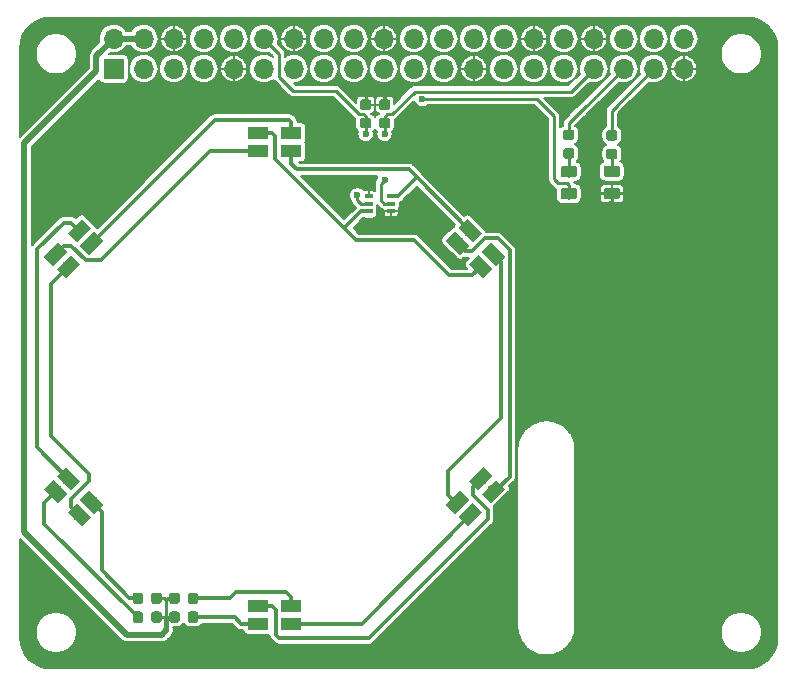
<source format=gbr>
G04 #@! TF.GenerationSoftware,KiCad,Pcbnew,(5.1.2)-1*
G04 #@! TF.CreationDate,2019-05-20T14:19:16+10:00*
G04 #@! TF.ProjectId,VeinCamHat,5665696e-4361-46d4-9861-742e6b696361,rev?*
G04 #@! TF.SameCoordinates,Original*
G04 #@! TF.FileFunction,Copper,L1,Top*
G04 #@! TF.FilePolarity,Positive*
%FSLAX46Y46*%
G04 Gerber Fmt 4.6, Leading zero omitted, Abs format (unit mm)*
G04 Created by KiCad (PCBNEW (5.1.2)-1) date 2019-05-20 14:19:16*
%MOMM*%
%LPD*%
G04 APERTURE LIST*
%ADD10R,1.700000X1.700000*%
%ADD11O,1.700000X1.700000*%
%ADD12C,1.100000*%
%ADD13C,0.150000*%
%ADD14R,1.700000X1.100000*%
%ADD15R,0.650000X0.400000*%
%ADD16C,0.875000*%
%ADD17C,0.975000*%
%ADD18C,0.600000*%
%ADD19C,0.500000*%
%ADD20C,0.250000*%
%ADD21C,0.400000*%
%ADD22C,0.300000*%
%ADD23C,0.200000*%
G04 APERTURE END LIST*
D10*
X208370000Y-98770000D03*
D11*
X208370000Y-96230000D03*
X210910000Y-98770000D03*
X210910000Y-96230000D03*
X213450000Y-98770000D03*
X213450000Y-96230000D03*
X215990000Y-98770000D03*
X215990000Y-96230000D03*
X218530000Y-98770000D03*
X218530000Y-96230000D03*
X221070000Y-98770000D03*
X221070000Y-96230000D03*
X223610000Y-98770000D03*
X223610000Y-96230000D03*
X226150000Y-98770000D03*
X226150000Y-96230000D03*
X228690000Y-98770000D03*
X228690000Y-96230000D03*
X231230000Y-98770000D03*
X231230000Y-96230000D03*
X233770000Y-98770000D03*
X233770000Y-96230000D03*
X236310000Y-98770000D03*
X236310000Y-96230000D03*
X238850000Y-98770000D03*
X238850000Y-96230000D03*
X241390000Y-98770000D03*
X241390000Y-96230000D03*
X243930000Y-98770000D03*
X243930000Y-96230000D03*
X246470000Y-98770000D03*
X246470000Y-96230000D03*
X249010000Y-98770000D03*
X249010000Y-96230000D03*
X251550000Y-98770000D03*
X251550000Y-96230000D03*
X254090000Y-98770000D03*
X254090000Y-96230000D03*
X256630000Y-98770000D03*
X256630000Y-96230000D03*
D12*
X203479720Y-134540381D03*
D13*
G36*
X203691852Y-135530330D02*
G01*
X202489771Y-134328249D01*
X203267588Y-133550432D01*
X204469669Y-134752513D01*
X203691852Y-135530330D01*
X203691852Y-135530330D01*
G37*
D12*
X205459619Y-136520280D03*
D13*
G36*
X205671751Y-137510229D02*
G01*
X204469670Y-136308148D01*
X205247487Y-135530331D01*
X206449568Y-136732412D01*
X205671751Y-137510229D01*
X205671751Y-137510229D01*
G37*
D12*
X204540381Y-133479720D03*
D13*
G36*
X204752513Y-134469669D02*
G01*
X203550432Y-133267588D01*
X204328249Y-132489771D01*
X205530330Y-133691852D01*
X204752513Y-134469669D01*
X204752513Y-134469669D01*
G37*
D12*
X206520280Y-135459619D03*
D13*
G36*
X206732412Y-136449568D02*
G01*
X205530331Y-135247487D01*
X206308148Y-134469670D01*
X207510229Y-135671751D01*
X206732412Y-136449568D01*
X206732412Y-136449568D01*
G37*
D14*
X223400000Y-144249999D03*
X220600000Y-144249999D03*
X223400000Y-145750001D03*
X220600000Y-145750001D03*
D12*
X205459619Y-112479720D03*
D13*
G36*
X206449568Y-112267588D02*
G01*
X205247487Y-113469669D01*
X204469670Y-112691852D01*
X205671751Y-111489771D01*
X206449568Y-112267588D01*
X206449568Y-112267588D01*
G37*
D12*
X203479720Y-114459619D03*
D13*
G36*
X204469669Y-114247487D02*
G01*
X203267588Y-115449568D01*
X202489771Y-114671751D01*
X203691852Y-113469670D01*
X204469669Y-114247487D01*
X204469669Y-114247487D01*
G37*
D12*
X206520280Y-113540381D03*
D13*
G36*
X207510229Y-113328249D02*
G01*
X206308148Y-114530330D01*
X205530331Y-113752513D01*
X206732412Y-112550432D01*
X207510229Y-113328249D01*
X207510229Y-113328249D01*
G37*
D12*
X204540381Y-115520280D03*
D13*
G36*
X205530330Y-115308148D02*
G01*
X204328249Y-116510229D01*
X203550432Y-115732412D01*
X204752513Y-114530331D01*
X205530330Y-115308148D01*
X205530330Y-115308148D01*
G37*
D12*
X238540381Y-136520280D03*
D13*
G36*
X239530330Y-136308148D02*
G01*
X238328249Y-137510229D01*
X237550432Y-136732412D01*
X238752513Y-135530331D01*
X239530330Y-136308148D01*
X239530330Y-136308148D01*
G37*
D12*
X240520280Y-134540381D03*
D13*
G36*
X241510229Y-134328249D02*
G01*
X240308148Y-135530330D01*
X239530331Y-134752513D01*
X240732412Y-133550432D01*
X241510229Y-134328249D01*
X241510229Y-134328249D01*
G37*
D12*
X237479720Y-135459619D03*
D13*
G36*
X238469669Y-135247487D02*
G01*
X237267588Y-136449568D01*
X236489771Y-135671751D01*
X237691852Y-134469670D01*
X238469669Y-135247487D01*
X238469669Y-135247487D01*
G37*
D12*
X239459619Y-133479720D03*
D13*
G36*
X240449568Y-133267588D02*
G01*
X239247487Y-134469669D01*
X238469670Y-133691852D01*
X239671751Y-132489771D01*
X240449568Y-133267588D01*
X240449568Y-133267588D01*
G37*
D15*
X229950000Y-109550000D03*
X229950000Y-110850000D03*
X231850000Y-110200000D03*
X229950000Y-110200000D03*
X231850000Y-110850000D03*
X231850000Y-109550000D03*
D13*
G36*
X250815191Y-103976053D02*
G01*
X250836426Y-103979203D01*
X250857250Y-103984419D01*
X250877462Y-103991651D01*
X250896868Y-104000830D01*
X250915281Y-104011866D01*
X250932524Y-104024654D01*
X250948430Y-104039070D01*
X250962846Y-104054976D01*
X250975634Y-104072219D01*
X250986670Y-104090632D01*
X250995849Y-104110038D01*
X251003081Y-104130250D01*
X251008297Y-104151074D01*
X251011447Y-104172309D01*
X251012500Y-104193750D01*
X251012500Y-104631250D01*
X251011447Y-104652691D01*
X251008297Y-104673926D01*
X251003081Y-104694750D01*
X250995849Y-104714962D01*
X250986670Y-104734368D01*
X250975634Y-104752781D01*
X250962846Y-104770024D01*
X250948430Y-104785930D01*
X250932524Y-104800346D01*
X250915281Y-104813134D01*
X250896868Y-104824170D01*
X250877462Y-104833349D01*
X250857250Y-104840581D01*
X250836426Y-104845797D01*
X250815191Y-104848947D01*
X250793750Y-104850000D01*
X250281250Y-104850000D01*
X250259809Y-104848947D01*
X250238574Y-104845797D01*
X250217750Y-104840581D01*
X250197538Y-104833349D01*
X250178132Y-104824170D01*
X250159719Y-104813134D01*
X250142476Y-104800346D01*
X250126570Y-104785930D01*
X250112154Y-104770024D01*
X250099366Y-104752781D01*
X250088330Y-104734368D01*
X250079151Y-104714962D01*
X250071919Y-104694750D01*
X250066703Y-104673926D01*
X250063553Y-104652691D01*
X250062500Y-104631250D01*
X250062500Y-104193750D01*
X250063553Y-104172309D01*
X250066703Y-104151074D01*
X250071919Y-104130250D01*
X250079151Y-104110038D01*
X250088330Y-104090632D01*
X250099366Y-104072219D01*
X250112154Y-104054976D01*
X250126570Y-104039070D01*
X250142476Y-104024654D01*
X250159719Y-104011866D01*
X250178132Y-104000830D01*
X250197538Y-103991651D01*
X250217750Y-103984419D01*
X250238574Y-103979203D01*
X250259809Y-103976053D01*
X250281250Y-103975000D01*
X250793750Y-103975000D01*
X250815191Y-103976053D01*
X250815191Y-103976053D01*
G37*
D16*
X250537500Y-104412500D03*
D13*
G36*
X250815191Y-105551053D02*
G01*
X250836426Y-105554203D01*
X250857250Y-105559419D01*
X250877462Y-105566651D01*
X250896868Y-105575830D01*
X250915281Y-105586866D01*
X250932524Y-105599654D01*
X250948430Y-105614070D01*
X250962846Y-105629976D01*
X250975634Y-105647219D01*
X250986670Y-105665632D01*
X250995849Y-105685038D01*
X251003081Y-105705250D01*
X251008297Y-105726074D01*
X251011447Y-105747309D01*
X251012500Y-105768750D01*
X251012500Y-106206250D01*
X251011447Y-106227691D01*
X251008297Y-106248926D01*
X251003081Y-106269750D01*
X250995849Y-106289962D01*
X250986670Y-106309368D01*
X250975634Y-106327781D01*
X250962846Y-106345024D01*
X250948430Y-106360930D01*
X250932524Y-106375346D01*
X250915281Y-106388134D01*
X250896868Y-106399170D01*
X250877462Y-106408349D01*
X250857250Y-106415581D01*
X250836426Y-106420797D01*
X250815191Y-106423947D01*
X250793750Y-106425000D01*
X250281250Y-106425000D01*
X250259809Y-106423947D01*
X250238574Y-106420797D01*
X250217750Y-106415581D01*
X250197538Y-106408349D01*
X250178132Y-106399170D01*
X250159719Y-106388134D01*
X250142476Y-106375346D01*
X250126570Y-106360930D01*
X250112154Y-106345024D01*
X250099366Y-106327781D01*
X250088330Y-106309368D01*
X250079151Y-106289962D01*
X250071919Y-106269750D01*
X250066703Y-106248926D01*
X250063553Y-106227691D01*
X250062500Y-106206250D01*
X250062500Y-105768750D01*
X250063553Y-105747309D01*
X250066703Y-105726074D01*
X250071919Y-105705250D01*
X250079151Y-105685038D01*
X250088330Y-105665632D01*
X250099366Y-105647219D01*
X250112154Y-105629976D01*
X250126570Y-105614070D01*
X250142476Y-105599654D01*
X250159719Y-105586866D01*
X250178132Y-105575830D01*
X250197538Y-105566651D01*
X250217750Y-105559419D01*
X250238574Y-105554203D01*
X250259809Y-105551053D01*
X250281250Y-105550000D01*
X250793750Y-105550000D01*
X250815191Y-105551053D01*
X250815191Y-105551053D01*
G37*
D16*
X250537500Y-105987500D03*
D13*
G36*
X247177691Y-103926053D02*
G01*
X247198926Y-103929203D01*
X247219750Y-103934419D01*
X247239962Y-103941651D01*
X247259368Y-103950830D01*
X247277781Y-103961866D01*
X247295024Y-103974654D01*
X247310930Y-103989070D01*
X247325346Y-104004976D01*
X247338134Y-104022219D01*
X247349170Y-104040632D01*
X247358349Y-104060038D01*
X247365581Y-104080250D01*
X247370797Y-104101074D01*
X247373947Y-104122309D01*
X247375000Y-104143750D01*
X247375000Y-104581250D01*
X247373947Y-104602691D01*
X247370797Y-104623926D01*
X247365581Y-104644750D01*
X247358349Y-104664962D01*
X247349170Y-104684368D01*
X247338134Y-104702781D01*
X247325346Y-104720024D01*
X247310930Y-104735930D01*
X247295024Y-104750346D01*
X247277781Y-104763134D01*
X247259368Y-104774170D01*
X247239962Y-104783349D01*
X247219750Y-104790581D01*
X247198926Y-104795797D01*
X247177691Y-104798947D01*
X247156250Y-104800000D01*
X246643750Y-104800000D01*
X246622309Y-104798947D01*
X246601074Y-104795797D01*
X246580250Y-104790581D01*
X246560038Y-104783349D01*
X246540632Y-104774170D01*
X246522219Y-104763134D01*
X246504976Y-104750346D01*
X246489070Y-104735930D01*
X246474654Y-104720024D01*
X246461866Y-104702781D01*
X246450830Y-104684368D01*
X246441651Y-104664962D01*
X246434419Y-104644750D01*
X246429203Y-104623926D01*
X246426053Y-104602691D01*
X246425000Y-104581250D01*
X246425000Y-104143750D01*
X246426053Y-104122309D01*
X246429203Y-104101074D01*
X246434419Y-104080250D01*
X246441651Y-104060038D01*
X246450830Y-104040632D01*
X246461866Y-104022219D01*
X246474654Y-104004976D01*
X246489070Y-103989070D01*
X246504976Y-103974654D01*
X246522219Y-103961866D01*
X246540632Y-103950830D01*
X246560038Y-103941651D01*
X246580250Y-103934419D01*
X246601074Y-103929203D01*
X246622309Y-103926053D01*
X246643750Y-103925000D01*
X247156250Y-103925000D01*
X247177691Y-103926053D01*
X247177691Y-103926053D01*
G37*
D16*
X246900000Y-104362500D03*
D13*
G36*
X247177691Y-105501053D02*
G01*
X247198926Y-105504203D01*
X247219750Y-105509419D01*
X247239962Y-105516651D01*
X247259368Y-105525830D01*
X247277781Y-105536866D01*
X247295024Y-105549654D01*
X247310930Y-105564070D01*
X247325346Y-105579976D01*
X247338134Y-105597219D01*
X247349170Y-105615632D01*
X247358349Y-105635038D01*
X247365581Y-105655250D01*
X247370797Y-105676074D01*
X247373947Y-105697309D01*
X247375000Y-105718750D01*
X247375000Y-106156250D01*
X247373947Y-106177691D01*
X247370797Y-106198926D01*
X247365581Y-106219750D01*
X247358349Y-106239962D01*
X247349170Y-106259368D01*
X247338134Y-106277781D01*
X247325346Y-106295024D01*
X247310930Y-106310930D01*
X247295024Y-106325346D01*
X247277781Y-106338134D01*
X247259368Y-106349170D01*
X247239962Y-106358349D01*
X247219750Y-106365581D01*
X247198926Y-106370797D01*
X247177691Y-106373947D01*
X247156250Y-106375000D01*
X246643750Y-106375000D01*
X246622309Y-106373947D01*
X246601074Y-106370797D01*
X246580250Y-106365581D01*
X246560038Y-106358349D01*
X246540632Y-106349170D01*
X246522219Y-106338134D01*
X246504976Y-106325346D01*
X246489070Y-106310930D01*
X246474654Y-106295024D01*
X246461866Y-106277781D01*
X246450830Y-106259368D01*
X246441651Y-106239962D01*
X246434419Y-106219750D01*
X246429203Y-106198926D01*
X246426053Y-106177691D01*
X246425000Y-106156250D01*
X246425000Y-105718750D01*
X246426053Y-105697309D01*
X246429203Y-105676074D01*
X246434419Y-105655250D01*
X246441651Y-105635038D01*
X246450830Y-105615632D01*
X246461866Y-105597219D01*
X246474654Y-105579976D01*
X246489070Y-105564070D01*
X246504976Y-105549654D01*
X246522219Y-105536866D01*
X246540632Y-105525830D01*
X246560038Y-105516651D01*
X246580250Y-105509419D01*
X246601074Y-105504203D01*
X246622309Y-105501053D01*
X246643750Y-105500000D01*
X247156250Y-105500000D01*
X247177691Y-105501053D01*
X247177691Y-105501053D01*
G37*
D16*
X246900000Y-105937500D03*
D13*
G36*
X212227691Y-144726053D02*
G01*
X212248926Y-144729203D01*
X212269750Y-144734419D01*
X212289962Y-144741651D01*
X212309368Y-144750830D01*
X212327781Y-144761866D01*
X212345024Y-144774654D01*
X212360930Y-144789070D01*
X212375346Y-144804976D01*
X212388134Y-144822219D01*
X212399170Y-144840632D01*
X212408349Y-144860038D01*
X212415581Y-144880250D01*
X212420797Y-144901074D01*
X212423947Y-144922309D01*
X212425000Y-144943750D01*
X212425000Y-145456250D01*
X212423947Y-145477691D01*
X212420797Y-145498926D01*
X212415581Y-145519750D01*
X212408349Y-145539962D01*
X212399170Y-145559368D01*
X212388134Y-145577781D01*
X212375346Y-145595024D01*
X212360930Y-145610930D01*
X212345024Y-145625346D01*
X212327781Y-145638134D01*
X212309368Y-145649170D01*
X212289962Y-145658349D01*
X212269750Y-145665581D01*
X212248926Y-145670797D01*
X212227691Y-145673947D01*
X212206250Y-145675000D01*
X211768750Y-145675000D01*
X211747309Y-145673947D01*
X211726074Y-145670797D01*
X211705250Y-145665581D01*
X211685038Y-145658349D01*
X211665632Y-145649170D01*
X211647219Y-145638134D01*
X211629976Y-145625346D01*
X211614070Y-145610930D01*
X211599654Y-145595024D01*
X211586866Y-145577781D01*
X211575830Y-145559368D01*
X211566651Y-145539962D01*
X211559419Y-145519750D01*
X211554203Y-145498926D01*
X211551053Y-145477691D01*
X211550000Y-145456250D01*
X211550000Y-144943750D01*
X211551053Y-144922309D01*
X211554203Y-144901074D01*
X211559419Y-144880250D01*
X211566651Y-144860038D01*
X211575830Y-144840632D01*
X211586866Y-144822219D01*
X211599654Y-144804976D01*
X211614070Y-144789070D01*
X211629976Y-144774654D01*
X211647219Y-144761866D01*
X211665632Y-144750830D01*
X211685038Y-144741651D01*
X211705250Y-144734419D01*
X211726074Y-144729203D01*
X211747309Y-144726053D01*
X211768750Y-144725000D01*
X212206250Y-144725000D01*
X212227691Y-144726053D01*
X212227691Y-144726053D01*
G37*
D16*
X211987500Y-145200000D03*
D13*
G36*
X210652691Y-144726053D02*
G01*
X210673926Y-144729203D01*
X210694750Y-144734419D01*
X210714962Y-144741651D01*
X210734368Y-144750830D01*
X210752781Y-144761866D01*
X210770024Y-144774654D01*
X210785930Y-144789070D01*
X210800346Y-144804976D01*
X210813134Y-144822219D01*
X210824170Y-144840632D01*
X210833349Y-144860038D01*
X210840581Y-144880250D01*
X210845797Y-144901074D01*
X210848947Y-144922309D01*
X210850000Y-144943750D01*
X210850000Y-145456250D01*
X210848947Y-145477691D01*
X210845797Y-145498926D01*
X210840581Y-145519750D01*
X210833349Y-145539962D01*
X210824170Y-145559368D01*
X210813134Y-145577781D01*
X210800346Y-145595024D01*
X210785930Y-145610930D01*
X210770024Y-145625346D01*
X210752781Y-145638134D01*
X210734368Y-145649170D01*
X210714962Y-145658349D01*
X210694750Y-145665581D01*
X210673926Y-145670797D01*
X210652691Y-145673947D01*
X210631250Y-145675000D01*
X210193750Y-145675000D01*
X210172309Y-145673947D01*
X210151074Y-145670797D01*
X210130250Y-145665581D01*
X210110038Y-145658349D01*
X210090632Y-145649170D01*
X210072219Y-145638134D01*
X210054976Y-145625346D01*
X210039070Y-145610930D01*
X210024654Y-145595024D01*
X210011866Y-145577781D01*
X210000830Y-145559368D01*
X209991651Y-145539962D01*
X209984419Y-145519750D01*
X209979203Y-145498926D01*
X209976053Y-145477691D01*
X209975000Y-145456250D01*
X209975000Y-144943750D01*
X209976053Y-144922309D01*
X209979203Y-144901074D01*
X209984419Y-144880250D01*
X209991651Y-144860038D01*
X210000830Y-144840632D01*
X210011866Y-144822219D01*
X210024654Y-144804976D01*
X210039070Y-144789070D01*
X210054976Y-144774654D01*
X210072219Y-144761866D01*
X210090632Y-144750830D01*
X210110038Y-144741651D01*
X210130250Y-144734419D01*
X210151074Y-144729203D01*
X210172309Y-144726053D01*
X210193750Y-144725000D01*
X210631250Y-144725000D01*
X210652691Y-144726053D01*
X210652691Y-144726053D01*
G37*
D16*
X210412500Y-145200000D03*
D13*
G36*
X210652691Y-143126053D02*
G01*
X210673926Y-143129203D01*
X210694750Y-143134419D01*
X210714962Y-143141651D01*
X210734368Y-143150830D01*
X210752781Y-143161866D01*
X210770024Y-143174654D01*
X210785930Y-143189070D01*
X210800346Y-143204976D01*
X210813134Y-143222219D01*
X210824170Y-143240632D01*
X210833349Y-143260038D01*
X210840581Y-143280250D01*
X210845797Y-143301074D01*
X210848947Y-143322309D01*
X210850000Y-143343750D01*
X210850000Y-143856250D01*
X210848947Y-143877691D01*
X210845797Y-143898926D01*
X210840581Y-143919750D01*
X210833349Y-143939962D01*
X210824170Y-143959368D01*
X210813134Y-143977781D01*
X210800346Y-143995024D01*
X210785930Y-144010930D01*
X210770024Y-144025346D01*
X210752781Y-144038134D01*
X210734368Y-144049170D01*
X210714962Y-144058349D01*
X210694750Y-144065581D01*
X210673926Y-144070797D01*
X210652691Y-144073947D01*
X210631250Y-144075000D01*
X210193750Y-144075000D01*
X210172309Y-144073947D01*
X210151074Y-144070797D01*
X210130250Y-144065581D01*
X210110038Y-144058349D01*
X210090632Y-144049170D01*
X210072219Y-144038134D01*
X210054976Y-144025346D01*
X210039070Y-144010930D01*
X210024654Y-143995024D01*
X210011866Y-143977781D01*
X210000830Y-143959368D01*
X209991651Y-143939962D01*
X209984419Y-143919750D01*
X209979203Y-143898926D01*
X209976053Y-143877691D01*
X209975000Y-143856250D01*
X209975000Y-143343750D01*
X209976053Y-143322309D01*
X209979203Y-143301074D01*
X209984419Y-143280250D01*
X209991651Y-143260038D01*
X210000830Y-143240632D01*
X210011866Y-143222219D01*
X210024654Y-143204976D01*
X210039070Y-143189070D01*
X210054976Y-143174654D01*
X210072219Y-143161866D01*
X210090632Y-143150830D01*
X210110038Y-143141651D01*
X210130250Y-143134419D01*
X210151074Y-143129203D01*
X210172309Y-143126053D01*
X210193750Y-143125000D01*
X210631250Y-143125000D01*
X210652691Y-143126053D01*
X210652691Y-143126053D01*
G37*
D16*
X210412500Y-143600000D03*
D13*
G36*
X212227691Y-143126053D02*
G01*
X212248926Y-143129203D01*
X212269750Y-143134419D01*
X212289962Y-143141651D01*
X212309368Y-143150830D01*
X212327781Y-143161866D01*
X212345024Y-143174654D01*
X212360930Y-143189070D01*
X212375346Y-143204976D01*
X212388134Y-143222219D01*
X212399170Y-143240632D01*
X212408349Y-143260038D01*
X212415581Y-143280250D01*
X212420797Y-143301074D01*
X212423947Y-143322309D01*
X212425000Y-143343750D01*
X212425000Y-143856250D01*
X212423947Y-143877691D01*
X212420797Y-143898926D01*
X212415581Y-143919750D01*
X212408349Y-143939962D01*
X212399170Y-143959368D01*
X212388134Y-143977781D01*
X212375346Y-143995024D01*
X212360930Y-144010930D01*
X212345024Y-144025346D01*
X212327781Y-144038134D01*
X212309368Y-144049170D01*
X212289962Y-144058349D01*
X212269750Y-144065581D01*
X212248926Y-144070797D01*
X212227691Y-144073947D01*
X212206250Y-144075000D01*
X211768750Y-144075000D01*
X211747309Y-144073947D01*
X211726074Y-144070797D01*
X211705250Y-144065581D01*
X211685038Y-144058349D01*
X211665632Y-144049170D01*
X211647219Y-144038134D01*
X211629976Y-144025346D01*
X211614070Y-144010930D01*
X211599654Y-143995024D01*
X211586866Y-143977781D01*
X211575830Y-143959368D01*
X211566651Y-143939962D01*
X211559419Y-143919750D01*
X211554203Y-143898926D01*
X211551053Y-143877691D01*
X211550000Y-143856250D01*
X211550000Y-143343750D01*
X211551053Y-143322309D01*
X211554203Y-143301074D01*
X211559419Y-143280250D01*
X211566651Y-143260038D01*
X211575830Y-143240632D01*
X211586866Y-143222219D01*
X211599654Y-143204976D01*
X211614070Y-143189070D01*
X211629976Y-143174654D01*
X211647219Y-143161866D01*
X211665632Y-143150830D01*
X211685038Y-143141651D01*
X211705250Y-143134419D01*
X211726074Y-143129203D01*
X211747309Y-143126053D01*
X211768750Y-143125000D01*
X212206250Y-143125000D01*
X212227691Y-143126053D01*
X212227691Y-143126053D01*
G37*
D16*
X211987500Y-143600000D03*
D13*
G36*
X213752691Y-144726053D02*
G01*
X213773926Y-144729203D01*
X213794750Y-144734419D01*
X213814962Y-144741651D01*
X213834368Y-144750830D01*
X213852781Y-144761866D01*
X213870024Y-144774654D01*
X213885930Y-144789070D01*
X213900346Y-144804976D01*
X213913134Y-144822219D01*
X213924170Y-144840632D01*
X213933349Y-144860038D01*
X213940581Y-144880250D01*
X213945797Y-144901074D01*
X213948947Y-144922309D01*
X213950000Y-144943750D01*
X213950000Y-145456250D01*
X213948947Y-145477691D01*
X213945797Y-145498926D01*
X213940581Y-145519750D01*
X213933349Y-145539962D01*
X213924170Y-145559368D01*
X213913134Y-145577781D01*
X213900346Y-145595024D01*
X213885930Y-145610930D01*
X213870024Y-145625346D01*
X213852781Y-145638134D01*
X213834368Y-145649170D01*
X213814962Y-145658349D01*
X213794750Y-145665581D01*
X213773926Y-145670797D01*
X213752691Y-145673947D01*
X213731250Y-145675000D01*
X213293750Y-145675000D01*
X213272309Y-145673947D01*
X213251074Y-145670797D01*
X213230250Y-145665581D01*
X213210038Y-145658349D01*
X213190632Y-145649170D01*
X213172219Y-145638134D01*
X213154976Y-145625346D01*
X213139070Y-145610930D01*
X213124654Y-145595024D01*
X213111866Y-145577781D01*
X213100830Y-145559368D01*
X213091651Y-145539962D01*
X213084419Y-145519750D01*
X213079203Y-145498926D01*
X213076053Y-145477691D01*
X213075000Y-145456250D01*
X213075000Y-144943750D01*
X213076053Y-144922309D01*
X213079203Y-144901074D01*
X213084419Y-144880250D01*
X213091651Y-144860038D01*
X213100830Y-144840632D01*
X213111866Y-144822219D01*
X213124654Y-144804976D01*
X213139070Y-144789070D01*
X213154976Y-144774654D01*
X213172219Y-144761866D01*
X213190632Y-144750830D01*
X213210038Y-144741651D01*
X213230250Y-144734419D01*
X213251074Y-144729203D01*
X213272309Y-144726053D01*
X213293750Y-144725000D01*
X213731250Y-144725000D01*
X213752691Y-144726053D01*
X213752691Y-144726053D01*
G37*
D16*
X213512500Y-145200000D03*
D13*
G36*
X215327691Y-144726053D02*
G01*
X215348926Y-144729203D01*
X215369750Y-144734419D01*
X215389962Y-144741651D01*
X215409368Y-144750830D01*
X215427781Y-144761866D01*
X215445024Y-144774654D01*
X215460930Y-144789070D01*
X215475346Y-144804976D01*
X215488134Y-144822219D01*
X215499170Y-144840632D01*
X215508349Y-144860038D01*
X215515581Y-144880250D01*
X215520797Y-144901074D01*
X215523947Y-144922309D01*
X215525000Y-144943750D01*
X215525000Y-145456250D01*
X215523947Y-145477691D01*
X215520797Y-145498926D01*
X215515581Y-145519750D01*
X215508349Y-145539962D01*
X215499170Y-145559368D01*
X215488134Y-145577781D01*
X215475346Y-145595024D01*
X215460930Y-145610930D01*
X215445024Y-145625346D01*
X215427781Y-145638134D01*
X215409368Y-145649170D01*
X215389962Y-145658349D01*
X215369750Y-145665581D01*
X215348926Y-145670797D01*
X215327691Y-145673947D01*
X215306250Y-145675000D01*
X214868750Y-145675000D01*
X214847309Y-145673947D01*
X214826074Y-145670797D01*
X214805250Y-145665581D01*
X214785038Y-145658349D01*
X214765632Y-145649170D01*
X214747219Y-145638134D01*
X214729976Y-145625346D01*
X214714070Y-145610930D01*
X214699654Y-145595024D01*
X214686866Y-145577781D01*
X214675830Y-145559368D01*
X214666651Y-145539962D01*
X214659419Y-145519750D01*
X214654203Y-145498926D01*
X214651053Y-145477691D01*
X214650000Y-145456250D01*
X214650000Y-144943750D01*
X214651053Y-144922309D01*
X214654203Y-144901074D01*
X214659419Y-144880250D01*
X214666651Y-144860038D01*
X214675830Y-144840632D01*
X214686866Y-144822219D01*
X214699654Y-144804976D01*
X214714070Y-144789070D01*
X214729976Y-144774654D01*
X214747219Y-144761866D01*
X214765632Y-144750830D01*
X214785038Y-144741651D01*
X214805250Y-144734419D01*
X214826074Y-144729203D01*
X214847309Y-144726053D01*
X214868750Y-144725000D01*
X215306250Y-144725000D01*
X215327691Y-144726053D01*
X215327691Y-144726053D01*
G37*
D16*
X215087500Y-145200000D03*
D13*
G36*
X215327691Y-143126053D02*
G01*
X215348926Y-143129203D01*
X215369750Y-143134419D01*
X215389962Y-143141651D01*
X215409368Y-143150830D01*
X215427781Y-143161866D01*
X215445024Y-143174654D01*
X215460930Y-143189070D01*
X215475346Y-143204976D01*
X215488134Y-143222219D01*
X215499170Y-143240632D01*
X215508349Y-143260038D01*
X215515581Y-143280250D01*
X215520797Y-143301074D01*
X215523947Y-143322309D01*
X215525000Y-143343750D01*
X215525000Y-143856250D01*
X215523947Y-143877691D01*
X215520797Y-143898926D01*
X215515581Y-143919750D01*
X215508349Y-143939962D01*
X215499170Y-143959368D01*
X215488134Y-143977781D01*
X215475346Y-143995024D01*
X215460930Y-144010930D01*
X215445024Y-144025346D01*
X215427781Y-144038134D01*
X215409368Y-144049170D01*
X215389962Y-144058349D01*
X215369750Y-144065581D01*
X215348926Y-144070797D01*
X215327691Y-144073947D01*
X215306250Y-144075000D01*
X214868750Y-144075000D01*
X214847309Y-144073947D01*
X214826074Y-144070797D01*
X214805250Y-144065581D01*
X214785038Y-144058349D01*
X214765632Y-144049170D01*
X214747219Y-144038134D01*
X214729976Y-144025346D01*
X214714070Y-144010930D01*
X214699654Y-143995024D01*
X214686866Y-143977781D01*
X214675830Y-143959368D01*
X214666651Y-143939962D01*
X214659419Y-143919750D01*
X214654203Y-143898926D01*
X214651053Y-143877691D01*
X214650000Y-143856250D01*
X214650000Y-143343750D01*
X214651053Y-143322309D01*
X214654203Y-143301074D01*
X214659419Y-143280250D01*
X214666651Y-143260038D01*
X214675830Y-143240632D01*
X214686866Y-143222219D01*
X214699654Y-143204976D01*
X214714070Y-143189070D01*
X214729976Y-143174654D01*
X214747219Y-143161866D01*
X214765632Y-143150830D01*
X214785038Y-143141651D01*
X214805250Y-143134419D01*
X214826074Y-143129203D01*
X214847309Y-143126053D01*
X214868750Y-143125000D01*
X215306250Y-143125000D01*
X215327691Y-143126053D01*
X215327691Y-143126053D01*
G37*
D16*
X215087500Y-143600000D03*
D13*
G36*
X213752691Y-143126053D02*
G01*
X213773926Y-143129203D01*
X213794750Y-143134419D01*
X213814962Y-143141651D01*
X213834368Y-143150830D01*
X213852781Y-143161866D01*
X213870024Y-143174654D01*
X213885930Y-143189070D01*
X213900346Y-143204976D01*
X213913134Y-143222219D01*
X213924170Y-143240632D01*
X213933349Y-143260038D01*
X213940581Y-143280250D01*
X213945797Y-143301074D01*
X213948947Y-143322309D01*
X213950000Y-143343750D01*
X213950000Y-143856250D01*
X213948947Y-143877691D01*
X213945797Y-143898926D01*
X213940581Y-143919750D01*
X213933349Y-143939962D01*
X213924170Y-143959368D01*
X213913134Y-143977781D01*
X213900346Y-143995024D01*
X213885930Y-144010930D01*
X213870024Y-144025346D01*
X213852781Y-144038134D01*
X213834368Y-144049170D01*
X213814962Y-144058349D01*
X213794750Y-144065581D01*
X213773926Y-144070797D01*
X213752691Y-144073947D01*
X213731250Y-144075000D01*
X213293750Y-144075000D01*
X213272309Y-144073947D01*
X213251074Y-144070797D01*
X213230250Y-144065581D01*
X213210038Y-144058349D01*
X213190632Y-144049170D01*
X213172219Y-144038134D01*
X213154976Y-144025346D01*
X213139070Y-144010930D01*
X213124654Y-143995024D01*
X213111866Y-143977781D01*
X213100830Y-143959368D01*
X213091651Y-143939962D01*
X213084419Y-143919750D01*
X213079203Y-143898926D01*
X213076053Y-143877691D01*
X213075000Y-143856250D01*
X213075000Y-143343750D01*
X213076053Y-143322309D01*
X213079203Y-143301074D01*
X213084419Y-143280250D01*
X213091651Y-143260038D01*
X213100830Y-143240632D01*
X213111866Y-143222219D01*
X213124654Y-143204976D01*
X213139070Y-143189070D01*
X213154976Y-143174654D01*
X213172219Y-143161866D01*
X213190632Y-143150830D01*
X213210038Y-143141651D01*
X213230250Y-143134419D01*
X213251074Y-143129203D01*
X213272309Y-143126053D01*
X213293750Y-143125000D01*
X213731250Y-143125000D01*
X213752691Y-143126053D01*
X213752691Y-143126053D01*
G37*
D16*
X213512500Y-143600000D03*
D13*
G36*
X231577691Y-101376053D02*
G01*
X231598926Y-101379203D01*
X231619750Y-101384419D01*
X231639962Y-101391651D01*
X231659368Y-101400830D01*
X231677781Y-101411866D01*
X231695024Y-101424654D01*
X231710930Y-101439070D01*
X231725346Y-101454976D01*
X231738134Y-101472219D01*
X231749170Y-101490632D01*
X231758349Y-101510038D01*
X231765581Y-101530250D01*
X231770797Y-101551074D01*
X231773947Y-101572309D01*
X231775000Y-101593750D01*
X231775000Y-102031250D01*
X231773947Y-102052691D01*
X231770797Y-102073926D01*
X231765581Y-102094750D01*
X231758349Y-102114962D01*
X231749170Y-102134368D01*
X231738134Y-102152781D01*
X231725346Y-102170024D01*
X231710930Y-102185930D01*
X231695024Y-102200346D01*
X231677781Y-102213134D01*
X231659368Y-102224170D01*
X231639962Y-102233349D01*
X231619750Y-102240581D01*
X231598926Y-102245797D01*
X231577691Y-102248947D01*
X231556250Y-102250000D01*
X231043750Y-102250000D01*
X231022309Y-102248947D01*
X231001074Y-102245797D01*
X230980250Y-102240581D01*
X230960038Y-102233349D01*
X230940632Y-102224170D01*
X230922219Y-102213134D01*
X230904976Y-102200346D01*
X230889070Y-102185930D01*
X230874654Y-102170024D01*
X230861866Y-102152781D01*
X230850830Y-102134368D01*
X230841651Y-102114962D01*
X230834419Y-102094750D01*
X230829203Y-102073926D01*
X230826053Y-102052691D01*
X230825000Y-102031250D01*
X230825000Y-101593750D01*
X230826053Y-101572309D01*
X230829203Y-101551074D01*
X230834419Y-101530250D01*
X230841651Y-101510038D01*
X230850830Y-101490632D01*
X230861866Y-101472219D01*
X230874654Y-101454976D01*
X230889070Y-101439070D01*
X230904976Y-101424654D01*
X230922219Y-101411866D01*
X230940632Y-101400830D01*
X230960038Y-101391651D01*
X230980250Y-101384419D01*
X231001074Y-101379203D01*
X231022309Y-101376053D01*
X231043750Y-101375000D01*
X231556250Y-101375000D01*
X231577691Y-101376053D01*
X231577691Y-101376053D01*
G37*
D16*
X231300000Y-101812500D03*
D13*
G36*
X231577691Y-102951053D02*
G01*
X231598926Y-102954203D01*
X231619750Y-102959419D01*
X231639962Y-102966651D01*
X231659368Y-102975830D01*
X231677781Y-102986866D01*
X231695024Y-102999654D01*
X231710930Y-103014070D01*
X231725346Y-103029976D01*
X231738134Y-103047219D01*
X231749170Y-103065632D01*
X231758349Y-103085038D01*
X231765581Y-103105250D01*
X231770797Y-103126074D01*
X231773947Y-103147309D01*
X231775000Y-103168750D01*
X231775000Y-103606250D01*
X231773947Y-103627691D01*
X231770797Y-103648926D01*
X231765581Y-103669750D01*
X231758349Y-103689962D01*
X231749170Y-103709368D01*
X231738134Y-103727781D01*
X231725346Y-103745024D01*
X231710930Y-103760930D01*
X231695024Y-103775346D01*
X231677781Y-103788134D01*
X231659368Y-103799170D01*
X231639962Y-103808349D01*
X231619750Y-103815581D01*
X231598926Y-103820797D01*
X231577691Y-103823947D01*
X231556250Y-103825000D01*
X231043750Y-103825000D01*
X231022309Y-103823947D01*
X231001074Y-103820797D01*
X230980250Y-103815581D01*
X230960038Y-103808349D01*
X230940632Y-103799170D01*
X230922219Y-103788134D01*
X230904976Y-103775346D01*
X230889070Y-103760930D01*
X230874654Y-103745024D01*
X230861866Y-103727781D01*
X230850830Y-103709368D01*
X230841651Y-103689962D01*
X230834419Y-103669750D01*
X230829203Y-103648926D01*
X230826053Y-103627691D01*
X230825000Y-103606250D01*
X230825000Y-103168750D01*
X230826053Y-103147309D01*
X230829203Y-103126074D01*
X230834419Y-103105250D01*
X230841651Y-103085038D01*
X230850830Y-103065632D01*
X230861866Y-103047219D01*
X230874654Y-103029976D01*
X230889070Y-103014070D01*
X230904976Y-102999654D01*
X230922219Y-102986866D01*
X230940632Y-102975830D01*
X230960038Y-102966651D01*
X230980250Y-102959419D01*
X231001074Y-102954203D01*
X231022309Y-102951053D01*
X231043750Y-102950000D01*
X231556250Y-102950000D01*
X231577691Y-102951053D01*
X231577691Y-102951053D01*
G37*
D16*
X231300000Y-103387500D03*
D13*
G36*
X251030142Y-106976174D02*
G01*
X251053803Y-106979684D01*
X251077007Y-106985496D01*
X251099529Y-106993554D01*
X251121153Y-107003782D01*
X251141670Y-107016079D01*
X251160883Y-107030329D01*
X251178607Y-107046393D01*
X251194671Y-107064117D01*
X251208921Y-107083330D01*
X251221218Y-107103847D01*
X251231446Y-107125471D01*
X251239504Y-107147993D01*
X251245316Y-107171197D01*
X251248826Y-107194858D01*
X251250000Y-107218750D01*
X251250000Y-107706250D01*
X251248826Y-107730142D01*
X251245316Y-107753803D01*
X251239504Y-107777007D01*
X251231446Y-107799529D01*
X251221218Y-107821153D01*
X251208921Y-107841670D01*
X251194671Y-107860883D01*
X251178607Y-107878607D01*
X251160883Y-107894671D01*
X251141670Y-107908921D01*
X251121153Y-107921218D01*
X251099529Y-107931446D01*
X251077007Y-107939504D01*
X251053803Y-107945316D01*
X251030142Y-107948826D01*
X251006250Y-107950000D01*
X250093750Y-107950000D01*
X250069858Y-107948826D01*
X250046197Y-107945316D01*
X250022993Y-107939504D01*
X250000471Y-107931446D01*
X249978847Y-107921218D01*
X249958330Y-107908921D01*
X249939117Y-107894671D01*
X249921393Y-107878607D01*
X249905329Y-107860883D01*
X249891079Y-107841670D01*
X249878782Y-107821153D01*
X249868554Y-107799529D01*
X249860496Y-107777007D01*
X249854684Y-107753803D01*
X249851174Y-107730142D01*
X249850000Y-107706250D01*
X249850000Y-107218750D01*
X249851174Y-107194858D01*
X249854684Y-107171197D01*
X249860496Y-107147993D01*
X249868554Y-107125471D01*
X249878782Y-107103847D01*
X249891079Y-107083330D01*
X249905329Y-107064117D01*
X249921393Y-107046393D01*
X249939117Y-107030329D01*
X249958330Y-107016079D01*
X249978847Y-107003782D01*
X250000471Y-106993554D01*
X250022993Y-106985496D01*
X250046197Y-106979684D01*
X250069858Y-106976174D01*
X250093750Y-106975000D01*
X251006250Y-106975000D01*
X251030142Y-106976174D01*
X251030142Y-106976174D01*
G37*
D17*
X250550000Y-107462500D03*
D13*
G36*
X251030142Y-108851174D02*
G01*
X251053803Y-108854684D01*
X251077007Y-108860496D01*
X251099529Y-108868554D01*
X251121153Y-108878782D01*
X251141670Y-108891079D01*
X251160883Y-108905329D01*
X251178607Y-108921393D01*
X251194671Y-108939117D01*
X251208921Y-108958330D01*
X251221218Y-108978847D01*
X251231446Y-109000471D01*
X251239504Y-109022993D01*
X251245316Y-109046197D01*
X251248826Y-109069858D01*
X251250000Y-109093750D01*
X251250000Y-109581250D01*
X251248826Y-109605142D01*
X251245316Y-109628803D01*
X251239504Y-109652007D01*
X251231446Y-109674529D01*
X251221218Y-109696153D01*
X251208921Y-109716670D01*
X251194671Y-109735883D01*
X251178607Y-109753607D01*
X251160883Y-109769671D01*
X251141670Y-109783921D01*
X251121153Y-109796218D01*
X251099529Y-109806446D01*
X251077007Y-109814504D01*
X251053803Y-109820316D01*
X251030142Y-109823826D01*
X251006250Y-109825000D01*
X250093750Y-109825000D01*
X250069858Y-109823826D01*
X250046197Y-109820316D01*
X250022993Y-109814504D01*
X250000471Y-109806446D01*
X249978847Y-109796218D01*
X249958330Y-109783921D01*
X249939117Y-109769671D01*
X249921393Y-109753607D01*
X249905329Y-109735883D01*
X249891079Y-109716670D01*
X249878782Y-109696153D01*
X249868554Y-109674529D01*
X249860496Y-109652007D01*
X249854684Y-109628803D01*
X249851174Y-109605142D01*
X249850000Y-109581250D01*
X249850000Y-109093750D01*
X249851174Y-109069858D01*
X249854684Y-109046197D01*
X249860496Y-109022993D01*
X249868554Y-109000471D01*
X249878782Y-108978847D01*
X249891079Y-108958330D01*
X249905329Y-108939117D01*
X249921393Y-108921393D01*
X249939117Y-108905329D01*
X249958330Y-108891079D01*
X249978847Y-108878782D01*
X250000471Y-108868554D01*
X250022993Y-108860496D01*
X250046197Y-108854684D01*
X250069858Y-108851174D01*
X250093750Y-108850000D01*
X251006250Y-108850000D01*
X251030142Y-108851174D01*
X251030142Y-108851174D01*
G37*
D17*
X250550000Y-109337500D03*
D13*
G36*
X247380142Y-106988674D02*
G01*
X247403803Y-106992184D01*
X247427007Y-106997996D01*
X247449529Y-107006054D01*
X247471153Y-107016282D01*
X247491670Y-107028579D01*
X247510883Y-107042829D01*
X247528607Y-107058893D01*
X247544671Y-107076617D01*
X247558921Y-107095830D01*
X247571218Y-107116347D01*
X247581446Y-107137971D01*
X247589504Y-107160493D01*
X247595316Y-107183697D01*
X247598826Y-107207358D01*
X247600000Y-107231250D01*
X247600000Y-107718750D01*
X247598826Y-107742642D01*
X247595316Y-107766303D01*
X247589504Y-107789507D01*
X247581446Y-107812029D01*
X247571218Y-107833653D01*
X247558921Y-107854170D01*
X247544671Y-107873383D01*
X247528607Y-107891107D01*
X247510883Y-107907171D01*
X247491670Y-107921421D01*
X247471153Y-107933718D01*
X247449529Y-107943946D01*
X247427007Y-107952004D01*
X247403803Y-107957816D01*
X247380142Y-107961326D01*
X247356250Y-107962500D01*
X246443750Y-107962500D01*
X246419858Y-107961326D01*
X246396197Y-107957816D01*
X246372993Y-107952004D01*
X246350471Y-107943946D01*
X246328847Y-107933718D01*
X246308330Y-107921421D01*
X246289117Y-107907171D01*
X246271393Y-107891107D01*
X246255329Y-107873383D01*
X246241079Y-107854170D01*
X246228782Y-107833653D01*
X246218554Y-107812029D01*
X246210496Y-107789507D01*
X246204684Y-107766303D01*
X246201174Y-107742642D01*
X246200000Y-107718750D01*
X246200000Y-107231250D01*
X246201174Y-107207358D01*
X246204684Y-107183697D01*
X246210496Y-107160493D01*
X246218554Y-107137971D01*
X246228782Y-107116347D01*
X246241079Y-107095830D01*
X246255329Y-107076617D01*
X246271393Y-107058893D01*
X246289117Y-107042829D01*
X246308330Y-107028579D01*
X246328847Y-107016282D01*
X246350471Y-107006054D01*
X246372993Y-106997996D01*
X246396197Y-106992184D01*
X246419858Y-106988674D01*
X246443750Y-106987500D01*
X247356250Y-106987500D01*
X247380142Y-106988674D01*
X247380142Y-106988674D01*
G37*
D17*
X246900000Y-107475000D03*
D13*
G36*
X247380142Y-108863674D02*
G01*
X247403803Y-108867184D01*
X247427007Y-108872996D01*
X247449529Y-108881054D01*
X247471153Y-108891282D01*
X247491670Y-108903579D01*
X247510883Y-108917829D01*
X247528607Y-108933893D01*
X247544671Y-108951617D01*
X247558921Y-108970830D01*
X247571218Y-108991347D01*
X247581446Y-109012971D01*
X247589504Y-109035493D01*
X247595316Y-109058697D01*
X247598826Y-109082358D01*
X247600000Y-109106250D01*
X247600000Y-109593750D01*
X247598826Y-109617642D01*
X247595316Y-109641303D01*
X247589504Y-109664507D01*
X247581446Y-109687029D01*
X247571218Y-109708653D01*
X247558921Y-109729170D01*
X247544671Y-109748383D01*
X247528607Y-109766107D01*
X247510883Y-109782171D01*
X247491670Y-109796421D01*
X247471153Y-109808718D01*
X247449529Y-109818946D01*
X247427007Y-109827004D01*
X247403803Y-109832816D01*
X247380142Y-109836326D01*
X247356250Y-109837500D01*
X246443750Y-109837500D01*
X246419858Y-109836326D01*
X246396197Y-109832816D01*
X246372993Y-109827004D01*
X246350471Y-109818946D01*
X246328847Y-109808718D01*
X246308330Y-109796421D01*
X246289117Y-109782171D01*
X246271393Y-109766107D01*
X246255329Y-109748383D01*
X246241079Y-109729170D01*
X246228782Y-109708653D01*
X246218554Y-109687029D01*
X246210496Y-109664507D01*
X246204684Y-109641303D01*
X246201174Y-109617642D01*
X246200000Y-109593750D01*
X246200000Y-109106250D01*
X246201174Y-109082358D01*
X246204684Y-109058697D01*
X246210496Y-109035493D01*
X246218554Y-109012971D01*
X246228782Y-108991347D01*
X246241079Y-108970830D01*
X246255329Y-108951617D01*
X246271393Y-108933893D01*
X246289117Y-108917829D01*
X246308330Y-108903579D01*
X246328847Y-108891282D01*
X246350471Y-108881054D01*
X246372993Y-108872996D01*
X246396197Y-108867184D01*
X246419858Y-108863674D01*
X246443750Y-108862500D01*
X247356250Y-108862500D01*
X247380142Y-108863674D01*
X247380142Y-108863674D01*
G37*
D17*
X246900000Y-109350000D03*
D14*
X223400000Y-104250000D03*
X220600000Y-104250000D03*
X223400000Y-105750000D03*
X220600000Y-105750000D03*
D12*
X240520280Y-114459619D03*
D13*
G36*
X240732412Y-115449568D02*
G01*
X239530331Y-114247487D01*
X240308148Y-113469670D01*
X241510229Y-114671751D01*
X240732412Y-115449568D01*
X240732412Y-115449568D01*
G37*
D12*
X238540381Y-112479720D03*
D13*
G36*
X238752513Y-113469669D02*
G01*
X237550432Y-112267588D01*
X238328249Y-111489771D01*
X239530330Y-112691852D01*
X238752513Y-113469669D01*
X238752513Y-113469669D01*
G37*
D12*
X239459619Y-115520280D03*
D13*
G36*
X239671751Y-116510229D02*
G01*
X238469670Y-115308148D01*
X239247487Y-114530331D01*
X240449568Y-115732412D01*
X239671751Y-116510229D01*
X239671751Y-116510229D01*
G37*
D12*
X237479720Y-113540381D03*
D13*
G36*
X237691852Y-114530330D02*
G01*
X236489771Y-113328249D01*
X237267588Y-112550432D01*
X238469669Y-113752513D01*
X237691852Y-114530330D01*
X237691852Y-114530330D01*
G37*
G36*
X229977691Y-102951053D02*
G01*
X229998926Y-102954203D01*
X230019750Y-102959419D01*
X230039962Y-102966651D01*
X230059368Y-102975830D01*
X230077781Y-102986866D01*
X230095024Y-102999654D01*
X230110930Y-103014070D01*
X230125346Y-103029976D01*
X230138134Y-103047219D01*
X230149170Y-103065632D01*
X230158349Y-103085038D01*
X230165581Y-103105250D01*
X230170797Y-103126074D01*
X230173947Y-103147309D01*
X230175000Y-103168750D01*
X230175000Y-103606250D01*
X230173947Y-103627691D01*
X230170797Y-103648926D01*
X230165581Y-103669750D01*
X230158349Y-103689962D01*
X230149170Y-103709368D01*
X230138134Y-103727781D01*
X230125346Y-103745024D01*
X230110930Y-103760930D01*
X230095024Y-103775346D01*
X230077781Y-103788134D01*
X230059368Y-103799170D01*
X230039962Y-103808349D01*
X230019750Y-103815581D01*
X229998926Y-103820797D01*
X229977691Y-103823947D01*
X229956250Y-103825000D01*
X229443750Y-103825000D01*
X229422309Y-103823947D01*
X229401074Y-103820797D01*
X229380250Y-103815581D01*
X229360038Y-103808349D01*
X229340632Y-103799170D01*
X229322219Y-103788134D01*
X229304976Y-103775346D01*
X229289070Y-103760930D01*
X229274654Y-103745024D01*
X229261866Y-103727781D01*
X229250830Y-103709368D01*
X229241651Y-103689962D01*
X229234419Y-103669750D01*
X229229203Y-103648926D01*
X229226053Y-103627691D01*
X229225000Y-103606250D01*
X229225000Y-103168750D01*
X229226053Y-103147309D01*
X229229203Y-103126074D01*
X229234419Y-103105250D01*
X229241651Y-103085038D01*
X229250830Y-103065632D01*
X229261866Y-103047219D01*
X229274654Y-103029976D01*
X229289070Y-103014070D01*
X229304976Y-102999654D01*
X229322219Y-102986866D01*
X229340632Y-102975830D01*
X229360038Y-102966651D01*
X229380250Y-102959419D01*
X229401074Y-102954203D01*
X229422309Y-102951053D01*
X229443750Y-102950000D01*
X229956250Y-102950000D01*
X229977691Y-102951053D01*
X229977691Y-102951053D01*
G37*
D16*
X229700000Y-103387500D03*
D13*
G36*
X229977691Y-101376053D02*
G01*
X229998926Y-101379203D01*
X230019750Y-101384419D01*
X230039962Y-101391651D01*
X230059368Y-101400830D01*
X230077781Y-101411866D01*
X230095024Y-101424654D01*
X230110930Y-101439070D01*
X230125346Y-101454976D01*
X230138134Y-101472219D01*
X230149170Y-101490632D01*
X230158349Y-101510038D01*
X230165581Y-101530250D01*
X230170797Y-101551074D01*
X230173947Y-101572309D01*
X230175000Y-101593750D01*
X230175000Y-102031250D01*
X230173947Y-102052691D01*
X230170797Y-102073926D01*
X230165581Y-102094750D01*
X230158349Y-102114962D01*
X230149170Y-102134368D01*
X230138134Y-102152781D01*
X230125346Y-102170024D01*
X230110930Y-102185930D01*
X230095024Y-102200346D01*
X230077781Y-102213134D01*
X230059368Y-102224170D01*
X230039962Y-102233349D01*
X230019750Y-102240581D01*
X229998926Y-102245797D01*
X229977691Y-102248947D01*
X229956250Y-102250000D01*
X229443750Y-102250000D01*
X229422309Y-102248947D01*
X229401074Y-102245797D01*
X229380250Y-102240581D01*
X229360038Y-102233349D01*
X229340632Y-102224170D01*
X229322219Y-102213134D01*
X229304976Y-102200346D01*
X229289070Y-102185930D01*
X229274654Y-102170024D01*
X229261866Y-102152781D01*
X229250830Y-102134368D01*
X229241651Y-102114962D01*
X229234419Y-102094750D01*
X229229203Y-102073926D01*
X229226053Y-102052691D01*
X229225000Y-102031250D01*
X229225000Y-101593750D01*
X229226053Y-101572309D01*
X229229203Y-101551074D01*
X229234419Y-101530250D01*
X229241651Y-101510038D01*
X229250830Y-101490632D01*
X229261866Y-101472219D01*
X229274654Y-101454976D01*
X229289070Y-101439070D01*
X229304976Y-101424654D01*
X229322219Y-101411866D01*
X229340632Y-101400830D01*
X229360038Y-101391651D01*
X229380250Y-101384419D01*
X229401074Y-101379203D01*
X229422309Y-101376053D01*
X229443750Y-101375000D01*
X229956250Y-101375000D01*
X229977691Y-101376053D01*
X229977691Y-101376053D01*
G37*
D16*
X229700000Y-101812500D03*
D18*
X234000000Y-109800000D03*
X235600000Y-111500000D03*
X231900000Y-112000000D03*
X230000000Y-108400000D03*
X227000000Y-108600000D03*
X260000000Y-105000000D03*
X260000000Y-115000000D03*
X260000000Y-125000000D03*
X260000000Y-135000000D03*
X250000000Y-120000000D03*
X250000000Y-130000000D03*
X250000000Y-140000000D03*
X240000000Y-145000000D03*
X210000000Y-105000000D03*
X207400000Y-148100000D03*
X219400000Y-148300000D03*
X234303234Y-112691376D03*
X227000000Y-105100000D03*
X238500000Y-105700000D03*
X231300000Y-100850000D03*
X229700000Y-100850000D03*
X250550000Y-110250000D03*
X229000005Y-109500000D03*
X229700000Y-104300000D03*
X231299987Y-108200013D03*
X231300000Y-104300000D03*
X234491949Y-101325010D03*
D19*
X210910000Y-96230000D02*
X208370000Y-96230000D01*
D20*
X212950000Y-143600000D02*
X213512500Y-143600000D01*
X212800000Y-143750000D02*
X212950000Y-143600000D01*
X212650000Y-143600000D02*
X211987500Y-143600000D01*
X212800000Y-143750000D02*
X212650000Y-143600000D01*
X212800000Y-145200000D02*
X211987500Y-145200000D01*
X212800000Y-145200000D02*
X212800000Y-143750000D01*
X212800000Y-145200000D02*
X213512500Y-145200000D01*
D21*
X212800000Y-146325000D02*
X212800000Y-145200000D01*
D19*
X206900000Y-97700000D02*
X206900000Y-99000000D01*
X208370000Y-96230000D02*
X206900000Y-97700000D01*
X206900000Y-99000000D02*
X200800000Y-105100000D01*
X200800000Y-105100000D02*
X200800000Y-138000000D01*
X200800000Y-138000000D02*
X209500000Y-146700000D01*
X212425000Y-146700000D02*
X212800000Y-146325000D01*
X209500000Y-146700000D02*
X212425000Y-146700000D01*
D20*
X231300000Y-101812500D02*
X231300000Y-100850000D01*
X229700000Y-101812500D02*
X229700000Y-100850000D01*
X250550000Y-109337500D02*
X250550000Y-110250000D01*
X250550000Y-107462500D02*
X250550000Y-106000000D01*
D22*
X204787869Y-135848530D02*
X205459619Y-136520280D01*
X203100000Y-116960661D02*
X203100000Y-129900000D01*
X204540381Y-115520280D02*
X203100000Y-116960661D01*
X206300000Y-133100000D02*
X206300000Y-133700000D01*
X206300000Y-133700000D02*
X204787869Y-135212131D01*
X203100000Y-129900000D02*
X206300000Y-133100000D01*
X204787869Y-135212131D02*
X204787869Y-135848530D01*
X201900000Y-130839339D02*
X204540381Y-133479720D01*
X201900000Y-114050000D02*
X201900000Y-130839339D01*
X204150000Y-111800000D02*
X201900000Y-114050000D01*
X205459619Y-112479720D02*
X204779899Y-111800000D01*
X204779899Y-111800000D02*
X204150000Y-111800000D01*
X221750000Y-144249999D02*
X220600000Y-144249999D01*
X222100000Y-144599999D02*
X221750000Y-144249999D01*
X222100000Y-146700000D02*
X222100000Y-144599999D01*
X222400000Y-147000000D02*
X222100000Y-146700000D01*
X238787869Y-134151470D02*
X238787869Y-134862605D01*
X239459619Y-133479720D02*
X238787869Y-134151470D01*
X238787869Y-134862605D02*
X240037632Y-136112368D01*
X240037632Y-136112368D02*
X240037632Y-136912368D01*
X240037632Y-136912368D02*
X229950000Y-147000000D01*
X229950000Y-147000000D02*
X222400000Y-147000000D01*
X229349999Y-145750001D02*
X223400000Y-145750001D01*
X238949519Y-136587436D02*
X238512564Y-136587436D01*
X238512564Y-136587436D02*
X229349999Y-145750001D01*
X204151470Y-113787869D02*
X203479720Y-114459619D01*
X204787869Y-113787869D02*
X204151470Y-113787869D01*
X206000000Y-115000000D02*
X204787869Y-113787869D01*
X207300000Y-115000000D02*
X206000000Y-115000000D01*
X220600000Y-105750000D02*
X216550000Y-105750000D01*
X216550000Y-105750000D02*
X207300000Y-115000000D01*
X223400000Y-103300000D02*
X223400000Y-104250000D01*
X223200000Y-103100000D02*
X223400000Y-103300000D01*
X206520280Y-113540381D02*
X216960661Y-103100000D01*
X216960661Y-103100000D02*
X223200000Y-103100000D01*
D20*
X250537500Y-102312500D02*
X254100000Y-98750000D01*
X250537500Y-104412500D02*
X250537500Y-102312500D01*
X229375000Y-110200000D02*
X229950000Y-110200000D01*
X229275741Y-110200000D02*
X229375000Y-110200000D01*
X229000005Y-109924264D02*
X229275741Y-110200000D01*
X229000005Y-109500000D02*
X229000005Y-109924264D01*
X229700000Y-103387500D02*
X229700000Y-104300000D01*
X229700000Y-102800000D02*
X229700000Y-103400000D01*
X229500000Y-102600000D02*
X229700000Y-102800000D01*
X221070000Y-96230000D02*
X222350000Y-97510000D01*
X222350000Y-99450000D02*
X223550000Y-100650000D01*
X222350000Y-97510000D02*
X222350000Y-99450000D01*
X223550000Y-100650000D02*
X227150000Y-100650000D01*
X227150000Y-100650000D02*
X229100000Y-102600000D01*
X229100000Y-102600000D02*
X229500000Y-102600000D01*
D23*
X231200000Y-108300000D02*
X231299987Y-108200013D01*
D20*
X230999988Y-108500012D02*
X231299987Y-108200013D01*
X230999988Y-109924988D02*
X230999988Y-108500012D01*
X231850000Y-110200000D02*
X231275000Y-110200000D01*
X231275000Y-110200000D02*
X230999988Y-109924988D01*
X231300000Y-103387500D02*
X231300000Y-104300000D01*
X231300000Y-102850000D02*
X231300000Y-103387500D01*
X231550000Y-102600000D02*
X231300000Y-102850000D01*
X233850000Y-100700000D02*
X231950000Y-102600000D01*
X247080000Y-100700000D02*
X233850000Y-100700000D01*
X249010000Y-98770000D02*
X247080000Y-100700000D01*
X231950000Y-102600000D02*
X231550000Y-102600000D01*
D22*
X202500000Y-135520101D02*
X203479720Y-134540381D01*
X210412500Y-145200000D02*
X202500000Y-137287500D01*
X202500000Y-137287500D02*
X202500000Y-135520101D01*
X207350000Y-136289339D02*
X206520280Y-135459619D01*
X207350000Y-141250000D02*
X207350000Y-136289339D01*
X210412500Y-143600000D02*
X209700000Y-143600000D01*
X209700000Y-143600000D02*
X207350000Y-141250000D01*
X223400000Y-143525070D02*
X223400000Y-144249999D01*
X222974930Y-143100000D02*
X223400000Y-143525070D01*
X218700000Y-143100000D02*
X222974930Y-143100000D01*
X215087500Y-143600000D02*
X218200000Y-143600000D01*
X218200000Y-143600000D02*
X218700000Y-143100000D01*
X219150001Y-145750001D02*
X220600000Y-145750001D01*
X215087500Y-145200000D02*
X218600000Y-145200000D01*
X218600000Y-145200000D02*
X219150001Y-145750001D01*
X240649519Y-134550481D02*
X240349519Y-134550481D01*
X241900000Y-133300000D02*
X240649519Y-134550481D01*
X238151470Y-114212131D02*
X238687869Y-114212131D01*
X237479720Y-113540381D02*
X238151470Y-114212131D01*
X239780340Y-113119660D02*
X240869660Y-113119660D01*
X238687869Y-114212131D02*
X239780340Y-113119660D01*
X240869660Y-113119660D02*
X241900000Y-114150000D01*
X241900000Y-114150000D02*
X241900000Y-133300000D01*
X241192030Y-115131369D02*
X240520280Y-114459619D01*
X241192030Y-128307970D02*
X241192030Y-115131369D01*
X236700000Y-132800000D02*
X241192030Y-128307970D01*
X237650481Y-135837436D02*
X236700000Y-134886955D01*
X236700000Y-134886955D02*
X236700000Y-132800000D01*
X221750000Y-104250000D02*
X220600000Y-104250000D01*
X222000000Y-104500000D02*
X221750000Y-104250000D01*
X222000000Y-106380002D02*
X222000000Y-104500000D01*
X227975000Y-112200000D02*
X227819998Y-112200000D01*
X229325000Y-110850000D02*
X227975000Y-112200000D01*
X229950000Y-110850000D02*
X229325000Y-110850000D01*
X227819998Y-112200000D02*
X222000000Y-106380002D01*
X238729899Y-116250000D02*
X239459619Y-115520280D01*
X236750000Y-116250000D02*
X238729899Y-116250000D01*
X233800000Y-113300000D02*
X236750000Y-116250000D01*
X227819998Y-112200000D02*
X228919998Y-113300000D01*
X228919998Y-113300000D02*
X233800000Y-113300000D01*
X233985661Y-108039339D02*
X234100000Y-108039339D01*
X232475000Y-109550000D02*
X233985661Y-108039339D01*
X231850000Y-109550000D02*
X232475000Y-109550000D01*
X234100000Y-108039339D02*
X238540381Y-112479720D01*
X233360661Y-107300000D02*
X234100000Y-108039339D01*
X223900000Y-107300000D02*
X233360661Y-107300000D01*
X223400000Y-105750000D02*
X223400000Y-106800000D01*
X223400000Y-106800000D02*
X223900000Y-107300000D01*
D20*
X246900000Y-108600000D02*
X246900000Y-109400000D01*
X244175010Y-101325010D02*
X245650000Y-102800000D01*
X234491949Y-101325010D02*
X244175010Y-101325010D01*
X245650000Y-102800000D02*
X245650000Y-108100000D01*
X245650000Y-108100000D02*
X245975000Y-108425000D01*
X245975000Y-108425000D02*
X246725000Y-108425000D01*
X246725000Y-108425000D02*
X246900000Y-108600000D01*
X251550000Y-98770000D02*
X247950000Y-102370000D01*
X247950000Y-102370000D02*
X247930000Y-102370000D01*
X247930000Y-102370000D02*
X246900000Y-103400000D01*
X246900000Y-103400000D02*
X246900000Y-104400000D01*
X246900000Y-105937500D02*
X246900000Y-107500000D01*
D23*
G36*
X262494876Y-94500681D02*
G01*
X262970906Y-94644403D01*
X263409957Y-94877850D01*
X263795296Y-95192125D01*
X264112258Y-95575266D01*
X264348761Y-96012670D01*
X264495803Y-96487684D01*
X264550001Y-97003344D01*
X264550000Y-146977995D01*
X264499319Y-147494876D01*
X264355596Y-147970910D01*
X264122152Y-148409954D01*
X263807875Y-148795296D01*
X263424735Y-149112257D01*
X262987329Y-149348761D01*
X262512316Y-149495803D01*
X261996664Y-149550000D01*
X203022005Y-149550000D01*
X202505124Y-149499319D01*
X202029090Y-149355596D01*
X201590046Y-149122152D01*
X201204704Y-148807875D01*
X200887743Y-148424735D01*
X200651239Y-147987329D01*
X200504197Y-147512316D01*
X200450000Y-146996664D01*
X200450000Y-146327640D01*
X201750000Y-146327640D01*
X201750000Y-146672360D01*
X201817251Y-147010456D01*
X201949170Y-147328936D01*
X202140686Y-147615560D01*
X202384440Y-147859314D01*
X202671064Y-148050830D01*
X202989544Y-148182749D01*
X203327640Y-148250000D01*
X203672360Y-148250000D01*
X204010456Y-148182749D01*
X204328936Y-148050830D01*
X204615560Y-147859314D01*
X204859314Y-147615560D01*
X205050830Y-147328936D01*
X205182749Y-147010456D01*
X205250000Y-146672360D01*
X205250000Y-146327640D01*
X205182749Y-145989544D01*
X205050830Y-145671064D01*
X204859314Y-145384440D01*
X204615560Y-145140686D01*
X204328936Y-144949170D01*
X204010456Y-144817251D01*
X203672360Y-144750000D01*
X203327640Y-144750000D01*
X202989544Y-144817251D01*
X202671064Y-144949170D01*
X202384440Y-145140686D01*
X202140686Y-145384440D01*
X201949170Y-145671064D01*
X201817251Y-145989544D01*
X201750000Y-146327640D01*
X200450000Y-146327640D01*
X200450000Y-138569238D01*
X209017804Y-147137043D01*
X209038157Y-147161843D01*
X209062957Y-147182196D01*
X209062959Y-147182198D01*
X209137131Y-147243070D01*
X209204732Y-147279203D01*
X209250052Y-147303427D01*
X209372578Y-147340595D01*
X209468068Y-147350000D01*
X209468078Y-147350000D01*
X209500000Y-147353144D01*
X209531921Y-147350000D01*
X212393079Y-147350000D01*
X212425000Y-147353144D01*
X212456921Y-147350000D01*
X212456932Y-147350000D01*
X212552422Y-147340595D01*
X212674948Y-147303427D01*
X212787868Y-147243070D01*
X212886843Y-147161843D01*
X212907200Y-147137038D01*
X213282198Y-146762040D01*
X213343069Y-146687869D01*
X213403427Y-146574948D01*
X213440594Y-146452423D01*
X213453144Y-146325001D01*
X213440594Y-146197579D01*
X213403998Y-146076935D01*
X213731250Y-146076935D01*
X213852340Y-146065009D01*
X213968776Y-146029688D01*
X214076084Y-145972331D01*
X214170141Y-145895141D01*
X214247331Y-145801084D01*
X214300000Y-145702547D01*
X214352669Y-145801084D01*
X214429859Y-145895141D01*
X214523916Y-145972331D01*
X214631224Y-146029688D01*
X214747660Y-146065009D01*
X214868750Y-146076935D01*
X215306250Y-146076935D01*
X215427340Y-146065009D01*
X215543776Y-146029688D01*
X215651084Y-145972331D01*
X215745141Y-145895141D01*
X215822331Y-145801084D01*
X215849636Y-145750000D01*
X218372183Y-145750000D01*
X218741992Y-146119810D01*
X218759211Y-146140791D01*
X218780191Y-146158009D01*
X218780196Y-146158014D01*
X218836913Y-146204560D01*
X218842959Y-146209522D01*
X218938507Y-146260593D01*
X219042182Y-146292043D01*
X219122983Y-146300001D01*
X219122993Y-146300001D01*
X219150001Y-146302661D01*
X219177009Y-146300001D01*
X219348065Y-146300001D01*
X219355788Y-146378415D01*
X219378660Y-146453815D01*
X219415803Y-146523304D01*
X219465789Y-146584212D01*
X219526697Y-146634198D01*
X219596186Y-146671341D01*
X219671586Y-146694213D01*
X219750000Y-146701936D01*
X221450000Y-146701936D01*
X221528414Y-146694213D01*
X221548510Y-146688117D01*
X221547340Y-146700000D01*
X221550000Y-146727008D01*
X221550000Y-146727017D01*
X221557958Y-146807818D01*
X221589408Y-146911493D01*
X221640479Y-147007042D01*
X221709210Y-147090790D01*
X221730196Y-147108013D01*
X221991987Y-147369804D01*
X222009210Y-147390790D01*
X222092958Y-147459521D01*
X222188506Y-147510592D01*
X222292181Y-147542042D01*
X222372982Y-147550000D01*
X222372991Y-147550000D01*
X222399999Y-147552660D01*
X222427007Y-147550000D01*
X229922992Y-147550000D01*
X229950000Y-147552660D01*
X229977008Y-147550000D01*
X229977018Y-147550000D01*
X230057819Y-147542042D01*
X230161494Y-147510592D01*
X230257042Y-147459521D01*
X230340790Y-147390790D01*
X230358013Y-147369804D01*
X231705713Y-146022104D01*
X242550000Y-146022104D01*
X242550154Y-146023671D01*
X242550206Y-146031067D01*
X242552343Y-146051399D01*
X242552343Y-146071836D01*
X242552999Y-146078085D01*
X242596510Y-146465985D01*
X242604990Y-146505882D01*
X242612911Y-146545887D01*
X242614769Y-146551889D01*
X242732793Y-146923950D01*
X242748879Y-146961482D01*
X242764403Y-146999146D01*
X242767391Y-147004674D01*
X242955435Y-147346724D01*
X242978505Y-147380416D01*
X243001048Y-147414347D01*
X243005049Y-147419183D01*
X243005053Y-147419189D01*
X243005058Y-147419194D01*
X243255953Y-147718199D01*
X243285087Y-147746729D01*
X243313832Y-147775676D01*
X243318701Y-147779647D01*
X243622902Y-148024231D01*
X243657060Y-148046583D01*
X243690843Y-148069371D01*
X243696386Y-148072318D01*
X243696390Y-148072321D01*
X243696394Y-148072323D01*
X244042303Y-148253159D01*
X244080132Y-148268443D01*
X244117718Y-148284243D01*
X244123733Y-148286059D01*
X244498183Y-148396266D01*
X244538267Y-148403913D01*
X244578200Y-148412110D01*
X244584449Y-148412723D01*
X244584453Y-148412723D01*
X244973179Y-148448099D01*
X245013997Y-148447814D01*
X245054748Y-148448099D01*
X245061001Y-148447486D01*
X245449194Y-148406685D01*
X245489153Y-148398482D01*
X245529209Y-148390841D01*
X245535225Y-148389025D01*
X245908099Y-148273601D01*
X245945680Y-148257803D01*
X245983514Y-148242518D01*
X245989062Y-148239568D01*
X246332417Y-148053917D01*
X246366224Y-148031114D01*
X246400358Y-148008777D01*
X246405227Y-148004805D01*
X246705982Y-147755999D01*
X246734724Y-147727055D01*
X246763861Y-147698523D01*
X246767866Y-147693681D01*
X247014567Y-147391197D01*
X247037158Y-147357194D01*
X247060180Y-147323573D01*
X247063168Y-147318046D01*
X247246418Y-146973404D01*
X247261959Y-146935698D01*
X247278028Y-146898207D01*
X247279886Y-146892205D01*
X247392704Y-146518534D01*
X247400637Y-146478468D01*
X247409105Y-146438630D01*
X247409762Y-146432382D01*
X247420032Y-146327640D01*
X259750000Y-146327640D01*
X259750000Y-146672360D01*
X259817251Y-147010456D01*
X259949170Y-147328936D01*
X260140686Y-147615560D01*
X260384440Y-147859314D01*
X260671064Y-148050830D01*
X260989544Y-148182749D01*
X261327640Y-148250000D01*
X261672360Y-148250000D01*
X262010456Y-148182749D01*
X262328936Y-148050830D01*
X262615560Y-147859314D01*
X262859314Y-147615560D01*
X263050830Y-147328936D01*
X263182749Y-147010456D01*
X263250000Y-146672360D01*
X263250000Y-146327640D01*
X263182749Y-145989544D01*
X263050830Y-145671064D01*
X262859314Y-145384440D01*
X262615560Y-145140686D01*
X262328936Y-144949170D01*
X262010456Y-144817251D01*
X261672360Y-144750000D01*
X261327640Y-144750000D01*
X260989544Y-144817251D01*
X260671064Y-144949170D01*
X260384440Y-145140686D01*
X260140686Y-145384440D01*
X259949170Y-145671064D01*
X259817251Y-145989544D01*
X259750000Y-146327640D01*
X247420032Y-146327640D01*
X247447852Y-146043913D01*
X247450000Y-146022105D01*
X247450000Y-130977895D01*
X247449846Y-130976328D01*
X247449794Y-130968934D01*
X247447657Y-130948602D01*
X247447657Y-130928164D01*
X247447001Y-130921915D01*
X247403491Y-130534016D01*
X247395004Y-130494089D01*
X247387089Y-130454114D01*
X247385231Y-130448111D01*
X247267207Y-130076050D01*
X247251116Y-130038506D01*
X247235597Y-130000854D01*
X247232609Y-129995327D01*
X247044565Y-129653276D01*
X247021506Y-129619599D01*
X246998952Y-129585653D01*
X246994947Y-129580811D01*
X246744047Y-129281801D01*
X246714913Y-129253271D01*
X246686168Y-129224324D01*
X246681299Y-129220353D01*
X246377098Y-128975769D01*
X246342964Y-128953432D01*
X246309157Y-128930629D01*
X246303609Y-128927679D01*
X245957696Y-128746840D01*
X245919848Y-128731549D01*
X245882282Y-128715757D01*
X245876267Y-128713941D01*
X245501817Y-128603734D01*
X245461725Y-128596086D01*
X245421799Y-128587890D01*
X245415552Y-128587278D01*
X245415549Y-128587277D01*
X245415546Y-128587277D01*
X245026821Y-128551901D01*
X244986003Y-128552186D01*
X244945252Y-128551901D01*
X244938999Y-128552514D01*
X244550806Y-128593315D01*
X244510822Y-128601523D01*
X244470790Y-128609159D01*
X244464775Y-128610975D01*
X244091900Y-128726399D01*
X244054306Y-128742202D01*
X244016486Y-128757482D01*
X244010939Y-128760432D01*
X243667583Y-128946083D01*
X243633727Y-128968919D01*
X243599642Y-128991224D01*
X243594772Y-128995195D01*
X243294018Y-129244002D01*
X243265276Y-129272946D01*
X243236139Y-129301478D01*
X243232134Y-129306319D01*
X242985433Y-129608804D01*
X242962857Y-129642783D01*
X242939820Y-129676428D01*
X242936835Y-129681950D01*
X242936832Y-129681954D01*
X242936832Y-129681955D01*
X242753582Y-130026596D01*
X242738029Y-130064331D01*
X242721972Y-130101793D01*
X242720114Y-130107795D01*
X242607296Y-130481467D01*
X242599366Y-130521518D01*
X242590895Y-130561370D01*
X242590238Y-130567618D01*
X242552148Y-130956087D01*
X242552148Y-130956095D01*
X242550001Y-130977895D01*
X242550000Y-146022104D01*
X231705713Y-146022104D01*
X240407442Y-137320376D01*
X240428422Y-137303158D01*
X240445640Y-137282178D01*
X240445645Y-137282173D01*
X240497153Y-137219411D01*
X240524450Y-137168340D01*
X240548224Y-137123862D01*
X240579674Y-137020187D01*
X240587632Y-136939386D01*
X240587632Y-136939376D01*
X240590292Y-136912368D01*
X240587632Y-136885360D01*
X240587632Y-136139379D01*
X240590292Y-136112368D01*
X240587632Y-136085357D01*
X240587632Y-136085350D01*
X240579674Y-136004549D01*
X240572112Y-135979622D01*
X240548224Y-135900873D01*
X240529386Y-135865631D01*
X240531451Y-135864527D01*
X240592359Y-135814541D01*
X241794440Y-134612460D01*
X241844426Y-134551552D01*
X241881569Y-134482063D01*
X241904441Y-134406663D01*
X241912164Y-134328249D01*
X241904441Y-134249835D01*
X241881569Y-134174435D01*
X241854334Y-134123483D01*
X242269810Y-133708008D01*
X242290790Y-133690790D01*
X242308008Y-133669810D01*
X242308013Y-133669805D01*
X242354272Y-133613438D01*
X242359521Y-133607042D01*
X242410592Y-133511494D01*
X242442042Y-133407819D01*
X242450000Y-133327018D01*
X242450000Y-133327009D01*
X242452660Y-133300001D01*
X242450000Y-133272993D01*
X242450000Y-114177011D01*
X242452660Y-114150000D01*
X242450000Y-114122989D01*
X242450000Y-114122982D01*
X242442042Y-114042181D01*
X242429217Y-113999902D01*
X242410592Y-113938505D01*
X242359521Y-113842958D01*
X242308013Y-113780196D01*
X242290790Y-113759210D01*
X242269804Y-113741987D01*
X241277673Y-112749856D01*
X241260450Y-112728870D01*
X241176702Y-112660139D01*
X241081154Y-112609068D01*
X240977479Y-112577618D01*
X240896678Y-112569660D01*
X240896668Y-112569660D01*
X240869660Y-112567000D01*
X240842652Y-112569660D01*
X239911262Y-112569660D01*
X239901670Y-112538038D01*
X239864527Y-112468549D01*
X239814541Y-112407641D01*
X238612460Y-111205560D01*
X238551552Y-111155574D01*
X238482063Y-111118431D01*
X238406663Y-111095559D01*
X238328249Y-111087836D01*
X238249835Y-111095559D01*
X238174435Y-111118431D01*
X238104946Y-111155574D01*
X238044038Y-111205560D01*
X234508018Y-107669540D01*
X234508013Y-107669534D01*
X234508008Y-107669529D01*
X234490790Y-107648549D01*
X234469810Y-107631331D01*
X233768674Y-106930196D01*
X233751451Y-106909210D01*
X233667703Y-106840479D01*
X233572155Y-106789408D01*
X233468480Y-106757958D01*
X233387679Y-106750000D01*
X233387669Y-106750000D01*
X233360661Y-106747340D01*
X233333653Y-106750000D01*
X224127817Y-106750000D01*
X224079752Y-106701935D01*
X224250000Y-106701935D01*
X224328414Y-106694212D01*
X224403814Y-106671340D01*
X224473303Y-106634197D01*
X224534211Y-106584211D01*
X224584197Y-106523303D01*
X224621340Y-106453814D01*
X224644212Y-106378414D01*
X224651935Y-106300000D01*
X224651935Y-105200000D01*
X224644212Y-105121586D01*
X224621340Y-105046186D01*
X224596653Y-105000000D01*
X224621340Y-104953814D01*
X224644212Y-104878414D01*
X224651935Y-104800000D01*
X224651935Y-103700000D01*
X224644212Y-103621586D01*
X224621340Y-103546186D01*
X224584197Y-103476697D01*
X224534211Y-103415789D01*
X224473303Y-103365803D01*
X224403814Y-103328660D01*
X224328414Y-103305788D01*
X224250000Y-103298065D01*
X223952469Y-103298065D01*
X223950000Y-103272989D01*
X223950000Y-103272982D01*
X223942042Y-103192181D01*
X223910592Y-103088506D01*
X223859521Y-102992958D01*
X223790790Y-102909210D01*
X223769800Y-102891983D01*
X223608014Y-102730197D01*
X223590790Y-102709210D01*
X223507042Y-102640479D01*
X223411494Y-102589408D01*
X223307819Y-102557958D01*
X223227018Y-102550000D01*
X223227008Y-102550000D01*
X223200000Y-102547340D01*
X223172992Y-102550000D01*
X216987668Y-102550000D01*
X216960660Y-102547340D01*
X216933652Y-102550000D01*
X216933643Y-102550000D01*
X216852842Y-102557958D01*
X216749167Y-102589408D01*
X216653619Y-102640479D01*
X216653617Y-102640480D01*
X216653618Y-102640480D01*
X216590856Y-102691987D01*
X216590851Y-102691992D01*
X216569871Y-102709210D01*
X216552653Y-102730190D01*
X207016623Y-112266221D01*
X206955715Y-112216235D01*
X206886226Y-112179092D01*
X206836110Y-112163890D01*
X206820908Y-112113774D01*
X206783765Y-112044285D01*
X206733779Y-111983377D01*
X205955962Y-111205560D01*
X205895054Y-111155574D01*
X205825565Y-111118431D01*
X205750165Y-111095559D01*
X205671751Y-111087836D01*
X205593337Y-111095559D01*
X205517937Y-111118431D01*
X205448448Y-111155574D01*
X205387540Y-111205560D01*
X205176639Y-111416461D01*
X205170689Y-111409210D01*
X205086941Y-111340479D01*
X204991393Y-111289408D01*
X204887718Y-111257958D01*
X204806917Y-111250000D01*
X204806907Y-111250000D01*
X204779899Y-111247340D01*
X204752891Y-111250000D01*
X204177011Y-111250000D01*
X204150000Y-111247340D01*
X204122989Y-111250000D01*
X204122982Y-111250000D01*
X204042181Y-111257958D01*
X203938506Y-111289408D01*
X203842958Y-111340479D01*
X203759210Y-111409210D01*
X203741987Y-111430196D01*
X201530196Y-113641987D01*
X201509210Y-113659210D01*
X201450000Y-113731357D01*
X201450000Y-105369238D01*
X207125343Y-99693895D01*
X207125788Y-99698414D01*
X207148660Y-99773814D01*
X207185803Y-99843303D01*
X207235789Y-99904211D01*
X207296697Y-99954197D01*
X207366186Y-99991340D01*
X207441586Y-100014212D01*
X207520000Y-100021935D01*
X209220000Y-100021935D01*
X209298414Y-100014212D01*
X209373814Y-99991340D01*
X209443303Y-99954197D01*
X209504211Y-99904211D01*
X209554197Y-99843303D01*
X209591340Y-99773814D01*
X209614212Y-99698414D01*
X209621935Y-99620000D01*
X209621935Y-98770000D01*
X209653952Y-98770000D01*
X209678087Y-99015043D01*
X209749563Y-99250669D01*
X209865634Y-99467823D01*
X210021840Y-99658160D01*
X210212177Y-99814366D01*
X210429331Y-99930437D01*
X210664957Y-100001913D01*
X210848595Y-100020000D01*
X210971405Y-100020000D01*
X211155043Y-100001913D01*
X211390669Y-99930437D01*
X211607823Y-99814366D01*
X211798160Y-99658160D01*
X211954366Y-99467823D01*
X212070437Y-99250669D01*
X212141913Y-99015043D01*
X212166048Y-98770000D01*
X212193952Y-98770000D01*
X212218087Y-99015043D01*
X212289563Y-99250669D01*
X212405634Y-99467823D01*
X212561840Y-99658160D01*
X212752177Y-99814366D01*
X212969331Y-99930437D01*
X213204957Y-100001913D01*
X213388595Y-100020000D01*
X213511405Y-100020000D01*
X213695043Y-100001913D01*
X213930669Y-99930437D01*
X214147823Y-99814366D01*
X214338160Y-99658160D01*
X214494366Y-99467823D01*
X214610437Y-99250669D01*
X214681913Y-99015043D01*
X214706048Y-98770000D01*
X214733952Y-98770000D01*
X214758087Y-99015043D01*
X214829563Y-99250669D01*
X214945634Y-99467823D01*
X215101840Y-99658160D01*
X215292177Y-99814366D01*
X215509331Y-99930437D01*
X215744957Y-100001913D01*
X215928595Y-100020000D01*
X216051405Y-100020000D01*
X216235043Y-100001913D01*
X216470669Y-99930437D01*
X216687823Y-99814366D01*
X216878160Y-99658160D01*
X217034366Y-99467823D01*
X217150437Y-99250669D01*
X217221913Y-99015043D01*
X217227688Y-98956401D01*
X217385075Y-98956401D01*
X217443439Y-99176183D01*
X217543559Y-99380356D01*
X217681588Y-99561073D01*
X217852221Y-99711390D01*
X218048900Y-99825530D01*
X218264068Y-99899106D01*
X218343599Y-99914925D01*
X218525000Y-99852488D01*
X218525000Y-98775000D01*
X218535000Y-98775000D01*
X218535000Y-99852488D01*
X218716401Y-99914925D01*
X218795932Y-99899106D01*
X219011100Y-99825530D01*
X219207779Y-99711390D01*
X219378412Y-99561073D01*
X219516441Y-99380356D01*
X219616561Y-99176183D01*
X219674925Y-98956401D01*
X219612489Y-98775000D01*
X218535000Y-98775000D01*
X218525000Y-98775000D01*
X217447511Y-98775000D01*
X217385075Y-98956401D01*
X217227688Y-98956401D01*
X217246048Y-98770000D01*
X217227689Y-98583599D01*
X217385075Y-98583599D01*
X217447511Y-98765000D01*
X218525000Y-98765000D01*
X218525000Y-97687512D01*
X218535000Y-97687512D01*
X218535000Y-98765000D01*
X219612489Y-98765000D01*
X219674925Y-98583599D01*
X219616561Y-98363817D01*
X219516441Y-98159644D01*
X219378412Y-97978927D01*
X219207779Y-97828610D01*
X219011100Y-97714470D01*
X218795932Y-97640894D01*
X218716401Y-97625075D01*
X218535000Y-97687512D01*
X218525000Y-97687512D01*
X218343599Y-97625075D01*
X218264068Y-97640894D01*
X218048900Y-97714470D01*
X217852221Y-97828610D01*
X217681588Y-97978927D01*
X217543559Y-98159644D01*
X217443439Y-98363817D01*
X217385075Y-98583599D01*
X217227689Y-98583599D01*
X217221913Y-98524957D01*
X217150437Y-98289331D01*
X217034366Y-98072177D01*
X216878160Y-97881840D01*
X216687823Y-97725634D01*
X216470669Y-97609563D01*
X216235043Y-97538087D01*
X216051405Y-97520000D01*
X215928595Y-97520000D01*
X215744957Y-97538087D01*
X215509331Y-97609563D01*
X215292177Y-97725634D01*
X215101840Y-97881840D01*
X214945634Y-98072177D01*
X214829563Y-98289331D01*
X214758087Y-98524957D01*
X214733952Y-98770000D01*
X214706048Y-98770000D01*
X214681913Y-98524957D01*
X214610437Y-98289331D01*
X214494366Y-98072177D01*
X214338160Y-97881840D01*
X214147823Y-97725634D01*
X213930669Y-97609563D01*
X213695043Y-97538087D01*
X213511405Y-97520000D01*
X213388595Y-97520000D01*
X213204957Y-97538087D01*
X212969331Y-97609563D01*
X212752177Y-97725634D01*
X212561840Y-97881840D01*
X212405634Y-98072177D01*
X212289563Y-98289331D01*
X212218087Y-98524957D01*
X212193952Y-98770000D01*
X212166048Y-98770000D01*
X212141913Y-98524957D01*
X212070437Y-98289331D01*
X211954366Y-98072177D01*
X211798160Y-97881840D01*
X211607823Y-97725634D01*
X211390669Y-97609563D01*
X211155043Y-97538087D01*
X210971405Y-97520000D01*
X210848595Y-97520000D01*
X210664957Y-97538087D01*
X210429331Y-97609563D01*
X210212177Y-97725634D01*
X210021840Y-97881840D01*
X209865634Y-98072177D01*
X209749563Y-98289331D01*
X209678087Y-98524957D01*
X209653952Y-98770000D01*
X209621935Y-98770000D01*
X209621935Y-97920000D01*
X209614212Y-97841586D01*
X209591340Y-97766186D01*
X209554197Y-97696697D01*
X209504211Y-97635789D01*
X209443303Y-97585803D01*
X209373814Y-97548660D01*
X209298414Y-97525788D01*
X209220000Y-97518065D01*
X208001173Y-97518065D01*
X208073066Y-97446172D01*
X208124957Y-97461913D01*
X208308595Y-97480000D01*
X208431405Y-97480000D01*
X208615043Y-97461913D01*
X208850669Y-97390437D01*
X209067823Y-97274366D01*
X209258160Y-97118160D01*
X209414366Y-96927823D01*
X209439928Y-96880000D01*
X209840072Y-96880000D01*
X209865634Y-96927823D01*
X210021840Y-97118160D01*
X210212177Y-97274366D01*
X210429331Y-97390437D01*
X210664957Y-97461913D01*
X210848595Y-97480000D01*
X210971405Y-97480000D01*
X211155043Y-97461913D01*
X211390669Y-97390437D01*
X211607823Y-97274366D01*
X211798160Y-97118160D01*
X211954366Y-96927823D01*
X212070437Y-96710669D01*
X212141913Y-96475043D01*
X212147688Y-96416401D01*
X212305075Y-96416401D01*
X212363439Y-96636183D01*
X212463559Y-96840356D01*
X212601588Y-97021073D01*
X212772221Y-97171390D01*
X212968900Y-97285530D01*
X213184068Y-97359106D01*
X213263599Y-97374925D01*
X213445000Y-97312488D01*
X213445000Y-96235000D01*
X213455000Y-96235000D01*
X213455000Y-97312488D01*
X213636401Y-97374925D01*
X213715932Y-97359106D01*
X213931100Y-97285530D01*
X214127779Y-97171390D01*
X214298412Y-97021073D01*
X214436441Y-96840356D01*
X214536561Y-96636183D01*
X214594925Y-96416401D01*
X214532489Y-96235000D01*
X213455000Y-96235000D01*
X213445000Y-96235000D01*
X212367511Y-96235000D01*
X212305075Y-96416401D01*
X212147688Y-96416401D01*
X212166048Y-96230000D01*
X214733952Y-96230000D01*
X214758087Y-96475043D01*
X214829563Y-96710669D01*
X214945634Y-96927823D01*
X215101840Y-97118160D01*
X215292177Y-97274366D01*
X215509331Y-97390437D01*
X215744957Y-97461913D01*
X215928595Y-97480000D01*
X216051405Y-97480000D01*
X216235043Y-97461913D01*
X216470669Y-97390437D01*
X216687823Y-97274366D01*
X216878160Y-97118160D01*
X217034366Y-96927823D01*
X217150437Y-96710669D01*
X217221913Y-96475043D01*
X217246048Y-96230000D01*
X217273952Y-96230000D01*
X217298087Y-96475043D01*
X217369563Y-96710669D01*
X217485634Y-96927823D01*
X217641840Y-97118160D01*
X217832177Y-97274366D01*
X218049331Y-97390437D01*
X218284957Y-97461913D01*
X218468595Y-97480000D01*
X218591405Y-97480000D01*
X218775043Y-97461913D01*
X219010669Y-97390437D01*
X219227823Y-97274366D01*
X219418160Y-97118160D01*
X219574366Y-96927823D01*
X219690437Y-96710669D01*
X219761913Y-96475043D01*
X219786048Y-96230000D01*
X219813952Y-96230000D01*
X219838087Y-96475043D01*
X219909563Y-96710669D01*
X220025634Y-96927823D01*
X220181840Y-97118160D01*
X220372177Y-97274366D01*
X220589331Y-97390437D01*
X220824957Y-97461913D01*
X221008595Y-97480000D01*
X221131405Y-97480000D01*
X221315043Y-97461913D01*
X221502567Y-97405029D01*
X221825000Y-97727462D01*
X221825000Y-97772558D01*
X221767823Y-97725634D01*
X221550669Y-97609563D01*
X221315043Y-97538087D01*
X221131405Y-97520000D01*
X221008595Y-97520000D01*
X220824957Y-97538087D01*
X220589331Y-97609563D01*
X220372177Y-97725634D01*
X220181840Y-97881840D01*
X220025634Y-98072177D01*
X219909563Y-98289331D01*
X219838087Y-98524957D01*
X219813952Y-98770000D01*
X219838087Y-99015043D01*
X219909563Y-99250669D01*
X220025634Y-99467823D01*
X220181840Y-99658160D01*
X220372177Y-99814366D01*
X220589331Y-99930437D01*
X220824957Y-100001913D01*
X221008595Y-100020000D01*
X221131405Y-100020000D01*
X221315043Y-100001913D01*
X221550669Y-99930437D01*
X221767823Y-99814366D01*
X221894083Y-99710747D01*
X221911368Y-99743086D01*
X221976974Y-99823027D01*
X221997005Y-99839466D01*
X223160534Y-101002996D01*
X223176973Y-101023027D01*
X223256914Y-101088633D01*
X223348119Y-101137383D01*
X223447082Y-101167403D01*
X223524212Y-101175000D01*
X223524219Y-101175000D01*
X223549999Y-101177539D01*
X223575779Y-101175000D01*
X226932539Y-101175000D01*
X228710534Y-102952996D01*
X228726973Y-102973027D01*
X228806914Y-103038633D01*
X228834431Y-103053341D01*
X228823065Y-103168750D01*
X228823065Y-103606250D01*
X228834991Y-103727340D01*
X228870312Y-103843776D01*
X228927669Y-103951084D01*
X229004859Y-104045141D01*
X229036975Y-104071498D01*
X229026901Y-104095818D01*
X229000000Y-104231056D01*
X229000000Y-104368944D01*
X229026901Y-104504182D01*
X229079668Y-104631574D01*
X229156274Y-104746224D01*
X229253776Y-104843726D01*
X229368426Y-104920332D01*
X229495818Y-104973099D01*
X229631056Y-105000000D01*
X229768944Y-105000000D01*
X229904182Y-104973099D01*
X230031574Y-104920332D01*
X230146224Y-104843726D01*
X230243726Y-104746224D01*
X230320332Y-104631574D01*
X230373099Y-104504182D01*
X230400000Y-104368944D01*
X230400000Y-104231056D01*
X230373099Y-104095818D01*
X230363025Y-104071498D01*
X230395141Y-104045141D01*
X230472331Y-103951084D01*
X230500000Y-103899319D01*
X230527669Y-103951084D01*
X230604859Y-104045141D01*
X230636975Y-104071498D01*
X230626901Y-104095818D01*
X230600000Y-104231056D01*
X230600000Y-104368944D01*
X230626901Y-104504182D01*
X230679668Y-104631574D01*
X230756274Y-104746224D01*
X230853776Y-104843726D01*
X230968426Y-104920332D01*
X231095818Y-104973099D01*
X231231056Y-105000000D01*
X231368944Y-105000000D01*
X231504182Y-104973099D01*
X231631574Y-104920332D01*
X231746224Y-104843726D01*
X231843726Y-104746224D01*
X231920332Y-104631574D01*
X231973099Y-104504182D01*
X232000000Y-104368944D01*
X232000000Y-104231056D01*
X231973099Y-104095818D01*
X231963025Y-104071498D01*
X231995141Y-104045141D01*
X232072331Y-103951084D01*
X232129688Y-103843776D01*
X232165009Y-103727340D01*
X232176935Y-103606250D01*
X232176935Y-103168750D01*
X232168069Y-103078730D01*
X232243086Y-103038633D01*
X232323027Y-102973027D01*
X232339471Y-102952990D01*
X233809629Y-101482834D01*
X233818850Y-101529192D01*
X233871617Y-101656584D01*
X233948223Y-101771234D01*
X234045725Y-101868736D01*
X234160375Y-101945342D01*
X234287767Y-101998109D01*
X234423005Y-102025010D01*
X234560893Y-102025010D01*
X234696131Y-101998109D01*
X234823523Y-101945342D01*
X234938173Y-101868736D01*
X234956899Y-101850010D01*
X243957549Y-101850010D01*
X245125000Y-103017463D01*
X245125001Y-108074210D01*
X245122461Y-108100000D01*
X245132597Y-108202917D01*
X245162617Y-108301880D01*
X245211367Y-108393085D01*
X245220485Y-108404195D01*
X245276974Y-108473027D01*
X245297005Y-108489466D01*
X245585529Y-108777990D01*
X245601973Y-108798027D01*
X245681914Y-108863633D01*
X245773119Y-108912383D01*
X245826186Y-108928481D01*
X245810472Y-108980283D01*
X245798065Y-109106250D01*
X245798065Y-109593750D01*
X245810472Y-109719717D01*
X245847215Y-109840843D01*
X245906883Y-109952473D01*
X245987182Y-110050318D01*
X246085027Y-110130617D01*
X246196657Y-110190285D01*
X246317783Y-110227028D01*
X246443750Y-110239435D01*
X247356250Y-110239435D01*
X247482217Y-110227028D01*
X247603343Y-110190285D01*
X247714973Y-110130617D01*
X247812818Y-110050318D01*
X247893117Y-109952473D01*
X247952785Y-109840843D01*
X247957590Y-109825000D01*
X249538500Y-109825000D01*
X249544485Y-109885771D01*
X249562212Y-109944206D01*
X249590997Y-109998060D01*
X249629736Y-110045264D01*
X249676940Y-110084003D01*
X249730794Y-110112788D01*
X249789229Y-110130515D01*
X249850000Y-110136500D01*
X250467500Y-110135000D01*
X250545000Y-110057500D01*
X250545000Y-109342500D01*
X250555000Y-109342500D01*
X250555000Y-110057500D01*
X250632500Y-110135000D01*
X251250000Y-110136500D01*
X251310771Y-110130515D01*
X251369206Y-110112788D01*
X251423060Y-110084003D01*
X251470264Y-110045264D01*
X251509003Y-109998060D01*
X251537788Y-109944206D01*
X251555515Y-109885771D01*
X251561500Y-109825000D01*
X251560000Y-109420000D01*
X251482500Y-109342500D01*
X250555000Y-109342500D01*
X250545000Y-109342500D01*
X249617500Y-109342500D01*
X249540000Y-109420000D01*
X249538500Y-109825000D01*
X247957590Y-109825000D01*
X247989528Y-109719717D01*
X248001935Y-109593750D01*
X248001935Y-109106250D01*
X247989528Y-108980283D01*
X247952785Y-108859157D01*
X247947891Y-108850000D01*
X249538500Y-108850000D01*
X249540000Y-109255000D01*
X249617500Y-109332500D01*
X250545000Y-109332500D01*
X250545000Y-108617500D01*
X250555000Y-108617500D01*
X250555000Y-109332500D01*
X251482500Y-109332500D01*
X251560000Y-109255000D01*
X251561500Y-108850000D01*
X251555515Y-108789229D01*
X251537788Y-108730794D01*
X251509003Y-108676940D01*
X251470264Y-108629736D01*
X251423060Y-108590997D01*
X251369206Y-108562212D01*
X251310771Y-108544485D01*
X251250000Y-108538500D01*
X250632500Y-108540000D01*
X250555000Y-108617500D01*
X250545000Y-108617500D01*
X250467500Y-108540000D01*
X249850000Y-108538500D01*
X249789229Y-108544485D01*
X249730794Y-108562212D01*
X249676940Y-108590997D01*
X249629736Y-108629736D01*
X249590997Y-108676940D01*
X249562212Y-108730794D01*
X249544485Y-108789229D01*
X249538500Y-108850000D01*
X247947891Y-108850000D01*
X247893117Y-108747527D01*
X247812818Y-108649682D01*
X247714973Y-108569383D01*
X247603343Y-108509715D01*
X247482217Y-108472972D01*
X247407868Y-108465649D01*
X247387383Y-108398119D01*
X247368722Y-108363207D01*
X247482217Y-108352028D01*
X247603343Y-108315285D01*
X247714973Y-108255617D01*
X247812818Y-108175318D01*
X247893117Y-108077473D01*
X247952785Y-107965843D01*
X247989528Y-107844717D01*
X248001935Y-107718750D01*
X248001935Y-107231250D01*
X248000704Y-107218750D01*
X249448065Y-107218750D01*
X249448065Y-107706250D01*
X249460472Y-107832217D01*
X249497215Y-107953343D01*
X249556883Y-108064973D01*
X249637182Y-108162818D01*
X249735027Y-108243117D01*
X249846657Y-108302785D01*
X249967783Y-108339528D01*
X250093750Y-108351935D01*
X251006250Y-108351935D01*
X251132217Y-108339528D01*
X251253343Y-108302785D01*
X251364973Y-108243117D01*
X251462818Y-108162818D01*
X251543117Y-108064973D01*
X251602785Y-107953343D01*
X251639528Y-107832217D01*
X251651935Y-107706250D01*
X251651935Y-107218750D01*
X251639528Y-107092783D01*
X251602785Y-106971657D01*
X251543117Y-106860027D01*
X251462818Y-106762182D01*
X251364973Y-106681883D01*
X251253343Y-106622215D01*
X251251832Y-106621757D01*
X251309831Y-106551084D01*
X251367188Y-106443776D01*
X251402509Y-106327340D01*
X251414435Y-106206250D01*
X251414435Y-105768750D01*
X251402509Y-105647660D01*
X251367188Y-105531224D01*
X251309831Y-105423916D01*
X251232641Y-105329859D01*
X251138584Y-105252669D01*
X251040047Y-105200000D01*
X251138584Y-105147331D01*
X251232641Y-105070141D01*
X251309831Y-104976084D01*
X251367188Y-104868776D01*
X251402509Y-104752340D01*
X251414435Y-104631250D01*
X251414435Y-104193750D01*
X251402509Y-104072660D01*
X251367188Y-103956224D01*
X251309831Y-103848916D01*
X251232641Y-103754859D01*
X251138584Y-103677669D01*
X251062500Y-103637001D01*
X251062500Y-102529961D01*
X253649761Y-99942701D01*
X253844957Y-100001913D01*
X254028595Y-100020000D01*
X254151405Y-100020000D01*
X254335043Y-100001913D01*
X254570669Y-99930437D01*
X254787823Y-99814366D01*
X254978160Y-99658160D01*
X255134366Y-99467823D01*
X255250437Y-99250669D01*
X255321913Y-99015043D01*
X255327688Y-98956401D01*
X255485075Y-98956401D01*
X255543439Y-99176183D01*
X255643559Y-99380356D01*
X255781588Y-99561073D01*
X255952221Y-99711390D01*
X256148900Y-99825530D01*
X256364068Y-99899106D01*
X256443599Y-99914925D01*
X256625000Y-99852488D01*
X256625000Y-98775000D01*
X256635000Y-98775000D01*
X256635000Y-99852488D01*
X256816401Y-99914925D01*
X256895932Y-99899106D01*
X257111100Y-99825530D01*
X257307779Y-99711390D01*
X257478412Y-99561073D01*
X257616441Y-99380356D01*
X257716561Y-99176183D01*
X257774925Y-98956401D01*
X257712489Y-98775000D01*
X256635000Y-98775000D01*
X256625000Y-98775000D01*
X255547511Y-98775000D01*
X255485075Y-98956401D01*
X255327688Y-98956401D01*
X255346048Y-98770000D01*
X255327689Y-98583599D01*
X255485075Y-98583599D01*
X255547511Y-98765000D01*
X256625000Y-98765000D01*
X256625000Y-97687512D01*
X256635000Y-97687512D01*
X256635000Y-98765000D01*
X257712489Y-98765000D01*
X257774925Y-98583599D01*
X257716561Y-98363817D01*
X257616441Y-98159644D01*
X257478412Y-97978927D01*
X257307779Y-97828610D01*
X257111100Y-97714470D01*
X256895932Y-97640894D01*
X256816401Y-97625075D01*
X256635000Y-97687512D01*
X256625000Y-97687512D01*
X256443599Y-97625075D01*
X256364068Y-97640894D01*
X256148900Y-97714470D01*
X255952221Y-97828610D01*
X255781588Y-97978927D01*
X255643559Y-98159644D01*
X255543439Y-98363817D01*
X255485075Y-98583599D01*
X255327689Y-98583599D01*
X255321913Y-98524957D01*
X255250437Y-98289331D01*
X255134366Y-98072177D01*
X254978160Y-97881840D01*
X254787823Y-97725634D01*
X254570669Y-97609563D01*
X254335043Y-97538087D01*
X254151405Y-97520000D01*
X254028595Y-97520000D01*
X253844957Y-97538087D01*
X253609331Y-97609563D01*
X253392177Y-97725634D01*
X253201840Y-97881840D01*
X253045634Y-98072177D01*
X252929563Y-98289331D01*
X252858087Y-98524957D01*
X252833952Y-98770000D01*
X252858087Y-99015043D01*
X252912644Y-99194894D01*
X250184505Y-101923034D01*
X250164474Y-101939473D01*
X250148035Y-101959504D01*
X250098867Y-102019415D01*
X250050117Y-102110620D01*
X250020097Y-102209583D01*
X250009961Y-102312500D01*
X250012501Y-102338290D01*
X250012500Y-103637001D01*
X249936416Y-103677669D01*
X249842359Y-103754859D01*
X249765169Y-103848916D01*
X249707812Y-103956224D01*
X249672491Y-104072660D01*
X249660565Y-104193750D01*
X249660565Y-104631250D01*
X249672491Y-104752340D01*
X249707812Y-104868776D01*
X249765169Y-104976084D01*
X249842359Y-105070141D01*
X249936416Y-105147331D01*
X250034953Y-105200000D01*
X249936416Y-105252669D01*
X249842359Y-105329859D01*
X249765169Y-105423916D01*
X249707812Y-105531224D01*
X249672491Y-105647660D01*
X249660565Y-105768750D01*
X249660565Y-106206250D01*
X249672491Y-106327340D01*
X249707812Y-106443776D01*
X249765169Y-106551084D01*
X249830592Y-106630802D01*
X249735027Y-106681883D01*
X249637182Y-106762182D01*
X249556883Y-106860027D01*
X249497215Y-106971657D01*
X249460472Y-107092783D01*
X249448065Y-107218750D01*
X248000704Y-107218750D01*
X247989528Y-107105283D01*
X247952785Y-106984157D01*
X247893117Y-106872527D01*
X247812818Y-106774682D01*
X247714973Y-106694383D01*
X247603343Y-106634715D01*
X247562147Y-106622218D01*
X247595141Y-106595141D01*
X247672331Y-106501084D01*
X247729688Y-106393776D01*
X247765009Y-106277340D01*
X247776935Y-106156250D01*
X247776935Y-105718750D01*
X247765009Y-105597660D01*
X247729688Y-105481224D01*
X247672331Y-105373916D01*
X247595141Y-105279859D01*
X247501084Y-105202669D01*
X247402547Y-105150000D01*
X247501084Y-105097331D01*
X247595141Y-105020141D01*
X247672331Y-104926084D01*
X247729688Y-104818776D01*
X247765009Y-104702340D01*
X247776935Y-104581250D01*
X247776935Y-104143750D01*
X247765009Y-104022660D01*
X247729688Y-103906224D01*
X247672331Y-103798916D01*
X247595141Y-103704859D01*
X247501084Y-103627669D01*
X247444850Y-103597611D01*
X248223199Y-102819263D01*
X248243086Y-102808633D01*
X248323027Y-102743027D01*
X248339471Y-102722990D01*
X251117434Y-99945029D01*
X251304957Y-100001913D01*
X251488595Y-100020000D01*
X251611405Y-100020000D01*
X251795043Y-100001913D01*
X252030669Y-99930437D01*
X252247823Y-99814366D01*
X252438160Y-99658160D01*
X252594366Y-99467823D01*
X252710437Y-99250669D01*
X252781913Y-99015043D01*
X252806048Y-98770000D01*
X252781913Y-98524957D01*
X252710437Y-98289331D01*
X252594366Y-98072177D01*
X252438160Y-97881840D01*
X252247823Y-97725634D01*
X252030669Y-97609563D01*
X251795043Y-97538087D01*
X251611405Y-97520000D01*
X251488595Y-97520000D01*
X251304957Y-97538087D01*
X251069331Y-97609563D01*
X250852177Y-97725634D01*
X250661840Y-97881840D01*
X250505634Y-98072177D01*
X250389563Y-98289331D01*
X250318087Y-98524957D01*
X250293952Y-98770000D01*
X250318087Y-99015043D01*
X250374971Y-99202566D01*
X247656803Y-101920736D01*
X247636914Y-101931367D01*
X247556973Y-101996973D01*
X247540534Y-102017004D01*
X246547010Y-103010529D01*
X246526973Y-103026973D01*
X246461367Y-103106914D01*
X246412617Y-103198120D01*
X246382597Y-103297083D01*
X246375000Y-103374213D01*
X246375000Y-103374220D01*
X246372461Y-103400000D01*
X246375000Y-103425781D01*
X246375000Y-103587001D01*
X246298916Y-103627669D01*
X246204859Y-103704859D01*
X246175000Y-103741243D01*
X246175000Y-102825780D01*
X246177539Y-102800000D01*
X246175000Y-102774220D01*
X246175000Y-102774212D01*
X246167403Y-102697082D01*
X246137383Y-102598119D01*
X246088633Y-102506914D01*
X246064061Y-102476973D01*
X246039466Y-102447003D01*
X246039462Y-102446999D01*
X246023027Y-102426973D01*
X246003001Y-102410538D01*
X244817461Y-101225000D01*
X247054220Y-101225000D01*
X247080000Y-101227539D01*
X247105780Y-101225000D01*
X247105788Y-101225000D01*
X247182918Y-101217403D01*
X247281881Y-101187383D01*
X247373086Y-101138633D01*
X247453027Y-101073027D01*
X247469471Y-101052990D01*
X248577433Y-99945029D01*
X248764957Y-100001913D01*
X248948595Y-100020000D01*
X249071405Y-100020000D01*
X249255043Y-100001913D01*
X249490669Y-99930437D01*
X249707823Y-99814366D01*
X249898160Y-99658160D01*
X250054366Y-99467823D01*
X250170437Y-99250669D01*
X250241913Y-99015043D01*
X250266048Y-98770000D01*
X250241913Y-98524957D01*
X250170437Y-98289331D01*
X250054366Y-98072177D01*
X249898160Y-97881840D01*
X249707823Y-97725634D01*
X249490669Y-97609563D01*
X249255043Y-97538087D01*
X249071405Y-97520000D01*
X248948595Y-97520000D01*
X248764957Y-97538087D01*
X248529331Y-97609563D01*
X248312177Y-97725634D01*
X248121840Y-97881840D01*
X247965634Y-98072177D01*
X247849563Y-98289331D01*
X247778087Y-98524957D01*
X247753952Y-98770000D01*
X247778087Y-99015043D01*
X247834971Y-99202567D01*
X246862539Y-100175000D01*
X233875788Y-100175000D01*
X233850000Y-100172460D01*
X233824212Y-100175000D01*
X233747082Y-100182597D01*
X233648119Y-100212617D01*
X233556914Y-100261367D01*
X233537898Y-100276973D01*
X233497003Y-100310534D01*
X233496999Y-100310538D01*
X233476973Y-100326973D01*
X233460538Y-100346999D01*
X232085032Y-101722507D01*
X232086500Y-101375000D01*
X232080515Y-101314229D01*
X232062788Y-101255794D01*
X232034003Y-101201940D01*
X231995264Y-101154736D01*
X231948060Y-101115997D01*
X231894206Y-101087212D01*
X231835771Y-101069485D01*
X231775000Y-101063500D01*
X231382500Y-101065000D01*
X231305000Y-101142500D01*
X231305000Y-101807500D01*
X231325000Y-101807500D01*
X231325000Y-101817500D01*
X231305000Y-101817500D01*
X231305000Y-101837500D01*
X231295000Y-101837500D01*
X231295000Y-101817500D01*
X230592500Y-101817500D01*
X230515000Y-101895000D01*
X230513500Y-102250000D01*
X230519485Y-102310771D01*
X230537212Y-102369206D01*
X230565997Y-102423060D01*
X230604736Y-102470264D01*
X230651940Y-102509003D01*
X230705794Y-102537788D01*
X230764229Y-102555515D01*
X230825000Y-102561500D01*
X230858985Y-102561370D01*
X230847543Y-102582778D01*
X230806224Y-102595312D01*
X230698916Y-102652669D01*
X230604859Y-102729859D01*
X230527669Y-102823916D01*
X230500000Y-102875681D01*
X230472331Y-102823916D01*
X230395141Y-102729859D01*
X230301084Y-102652669D01*
X230193776Y-102595312D01*
X230184355Y-102592454D01*
X230167795Y-102561472D01*
X230175000Y-102561500D01*
X230235771Y-102555515D01*
X230294206Y-102537788D01*
X230348060Y-102509003D01*
X230395264Y-102470264D01*
X230434003Y-102423060D01*
X230462788Y-102369206D01*
X230480515Y-102310771D01*
X230486500Y-102250000D01*
X230485000Y-101895000D01*
X230407500Y-101817500D01*
X229705000Y-101817500D01*
X229705000Y-101837500D01*
X229695000Y-101837500D01*
X229695000Y-101817500D01*
X229675000Y-101817500D01*
X229675000Y-101807500D01*
X229695000Y-101807500D01*
X229695000Y-101142500D01*
X229705000Y-101142500D01*
X229705000Y-101807500D01*
X230407500Y-101807500D01*
X230485000Y-101730000D01*
X230486500Y-101375000D01*
X230513500Y-101375000D01*
X230515000Y-101730000D01*
X230592500Y-101807500D01*
X231295000Y-101807500D01*
X231295000Y-101142500D01*
X231217500Y-101065000D01*
X230825000Y-101063500D01*
X230764229Y-101069485D01*
X230705794Y-101087212D01*
X230651940Y-101115997D01*
X230604736Y-101154736D01*
X230565997Y-101201940D01*
X230537212Y-101255794D01*
X230519485Y-101314229D01*
X230513500Y-101375000D01*
X230486500Y-101375000D01*
X230480515Y-101314229D01*
X230462788Y-101255794D01*
X230434003Y-101201940D01*
X230395264Y-101154736D01*
X230348060Y-101115997D01*
X230294206Y-101087212D01*
X230235771Y-101069485D01*
X230175000Y-101063500D01*
X229782500Y-101065000D01*
X229705000Y-101142500D01*
X229695000Y-101142500D01*
X229617500Y-101065000D01*
X229225000Y-101063500D01*
X229164229Y-101069485D01*
X229105794Y-101087212D01*
X229051940Y-101115997D01*
X229004736Y-101154736D01*
X228965997Y-101201940D01*
X228937212Y-101255794D01*
X228919485Y-101314229D01*
X228913500Y-101375000D01*
X228914756Y-101672294D01*
X227539471Y-100297010D01*
X227523027Y-100276973D01*
X227443086Y-100211367D01*
X227351881Y-100162617D01*
X227252918Y-100132597D01*
X227175788Y-100125000D01*
X227175780Y-100125000D01*
X227150000Y-100122461D01*
X227124220Y-100125000D01*
X223767462Y-100125000D01*
X223662462Y-100020000D01*
X223671405Y-100020000D01*
X223855043Y-100001913D01*
X224090669Y-99930437D01*
X224307823Y-99814366D01*
X224498160Y-99658160D01*
X224654366Y-99467823D01*
X224770437Y-99250669D01*
X224841913Y-99015043D01*
X224866048Y-98770000D01*
X224893952Y-98770000D01*
X224918087Y-99015043D01*
X224989563Y-99250669D01*
X225105634Y-99467823D01*
X225261840Y-99658160D01*
X225452177Y-99814366D01*
X225669331Y-99930437D01*
X225904957Y-100001913D01*
X226088595Y-100020000D01*
X226211405Y-100020000D01*
X226395043Y-100001913D01*
X226630669Y-99930437D01*
X226847823Y-99814366D01*
X227038160Y-99658160D01*
X227194366Y-99467823D01*
X227310437Y-99250669D01*
X227381913Y-99015043D01*
X227406048Y-98770000D01*
X227433952Y-98770000D01*
X227458087Y-99015043D01*
X227529563Y-99250669D01*
X227645634Y-99467823D01*
X227801840Y-99658160D01*
X227992177Y-99814366D01*
X228209331Y-99930437D01*
X228444957Y-100001913D01*
X228628595Y-100020000D01*
X228751405Y-100020000D01*
X228935043Y-100001913D01*
X229170669Y-99930437D01*
X229387823Y-99814366D01*
X229578160Y-99658160D01*
X229734366Y-99467823D01*
X229850437Y-99250669D01*
X229921913Y-99015043D01*
X229946048Y-98770000D01*
X229973952Y-98770000D01*
X229998087Y-99015043D01*
X230069563Y-99250669D01*
X230185634Y-99467823D01*
X230341840Y-99658160D01*
X230532177Y-99814366D01*
X230749331Y-99930437D01*
X230984957Y-100001913D01*
X231168595Y-100020000D01*
X231291405Y-100020000D01*
X231475043Y-100001913D01*
X231710669Y-99930437D01*
X231927823Y-99814366D01*
X232118160Y-99658160D01*
X232274366Y-99467823D01*
X232390437Y-99250669D01*
X232461913Y-99015043D01*
X232486048Y-98770000D01*
X232513952Y-98770000D01*
X232538087Y-99015043D01*
X232609563Y-99250669D01*
X232725634Y-99467823D01*
X232881840Y-99658160D01*
X233072177Y-99814366D01*
X233289331Y-99930437D01*
X233524957Y-100001913D01*
X233708595Y-100020000D01*
X233831405Y-100020000D01*
X234015043Y-100001913D01*
X234250669Y-99930437D01*
X234467823Y-99814366D01*
X234658160Y-99658160D01*
X234814366Y-99467823D01*
X234930437Y-99250669D01*
X235001913Y-99015043D01*
X235026048Y-98770000D01*
X235053952Y-98770000D01*
X235078087Y-99015043D01*
X235149563Y-99250669D01*
X235265634Y-99467823D01*
X235421840Y-99658160D01*
X235612177Y-99814366D01*
X235829331Y-99930437D01*
X236064957Y-100001913D01*
X236248595Y-100020000D01*
X236371405Y-100020000D01*
X236555043Y-100001913D01*
X236790669Y-99930437D01*
X237007823Y-99814366D01*
X237198160Y-99658160D01*
X237354366Y-99467823D01*
X237470437Y-99250669D01*
X237541913Y-99015043D01*
X237547688Y-98956401D01*
X237705075Y-98956401D01*
X237763439Y-99176183D01*
X237863559Y-99380356D01*
X238001588Y-99561073D01*
X238172221Y-99711390D01*
X238368900Y-99825530D01*
X238584068Y-99899106D01*
X238663599Y-99914925D01*
X238845000Y-99852488D01*
X238845000Y-98775000D01*
X238855000Y-98775000D01*
X238855000Y-99852488D01*
X239036401Y-99914925D01*
X239115932Y-99899106D01*
X239331100Y-99825530D01*
X239527779Y-99711390D01*
X239698412Y-99561073D01*
X239836441Y-99380356D01*
X239936561Y-99176183D01*
X239994925Y-98956401D01*
X239932489Y-98775000D01*
X238855000Y-98775000D01*
X238845000Y-98775000D01*
X237767511Y-98775000D01*
X237705075Y-98956401D01*
X237547688Y-98956401D01*
X237566048Y-98770000D01*
X240133952Y-98770000D01*
X240158087Y-99015043D01*
X240229563Y-99250669D01*
X240345634Y-99467823D01*
X240501840Y-99658160D01*
X240692177Y-99814366D01*
X240909331Y-99930437D01*
X241144957Y-100001913D01*
X241328595Y-100020000D01*
X241451405Y-100020000D01*
X241635043Y-100001913D01*
X241870669Y-99930437D01*
X242087823Y-99814366D01*
X242278160Y-99658160D01*
X242434366Y-99467823D01*
X242550437Y-99250669D01*
X242621913Y-99015043D01*
X242646048Y-98770000D01*
X242673952Y-98770000D01*
X242698087Y-99015043D01*
X242769563Y-99250669D01*
X242885634Y-99467823D01*
X243041840Y-99658160D01*
X243232177Y-99814366D01*
X243449331Y-99930437D01*
X243684957Y-100001913D01*
X243868595Y-100020000D01*
X243991405Y-100020000D01*
X244175043Y-100001913D01*
X244410669Y-99930437D01*
X244627823Y-99814366D01*
X244818160Y-99658160D01*
X244974366Y-99467823D01*
X245090437Y-99250669D01*
X245161913Y-99015043D01*
X245186048Y-98770000D01*
X245213952Y-98770000D01*
X245238087Y-99015043D01*
X245309563Y-99250669D01*
X245425634Y-99467823D01*
X245581840Y-99658160D01*
X245772177Y-99814366D01*
X245989331Y-99930437D01*
X246224957Y-100001913D01*
X246408595Y-100020000D01*
X246531405Y-100020000D01*
X246715043Y-100001913D01*
X246950669Y-99930437D01*
X247167823Y-99814366D01*
X247358160Y-99658160D01*
X247514366Y-99467823D01*
X247630437Y-99250669D01*
X247701913Y-99015043D01*
X247726048Y-98770000D01*
X247701913Y-98524957D01*
X247630437Y-98289331D01*
X247514366Y-98072177D01*
X247358160Y-97881840D01*
X247167823Y-97725634D01*
X246950669Y-97609563D01*
X246715043Y-97538087D01*
X246531405Y-97520000D01*
X246408595Y-97520000D01*
X246224957Y-97538087D01*
X245989331Y-97609563D01*
X245772177Y-97725634D01*
X245581840Y-97881840D01*
X245425634Y-98072177D01*
X245309563Y-98289331D01*
X245238087Y-98524957D01*
X245213952Y-98770000D01*
X245186048Y-98770000D01*
X245161913Y-98524957D01*
X245090437Y-98289331D01*
X244974366Y-98072177D01*
X244818160Y-97881840D01*
X244627823Y-97725634D01*
X244410669Y-97609563D01*
X244175043Y-97538087D01*
X243991405Y-97520000D01*
X243868595Y-97520000D01*
X243684957Y-97538087D01*
X243449331Y-97609563D01*
X243232177Y-97725634D01*
X243041840Y-97881840D01*
X242885634Y-98072177D01*
X242769563Y-98289331D01*
X242698087Y-98524957D01*
X242673952Y-98770000D01*
X242646048Y-98770000D01*
X242621913Y-98524957D01*
X242550437Y-98289331D01*
X242434366Y-98072177D01*
X242278160Y-97881840D01*
X242087823Y-97725634D01*
X241870669Y-97609563D01*
X241635043Y-97538087D01*
X241451405Y-97520000D01*
X241328595Y-97520000D01*
X241144957Y-97538087D01*
X240909331Y-97609563D01*
X240692177Y-97725634D01*
X240501840Y-97881840D01*
X240345634Y-98072177D01*
X240229563Y-98289331D01*
X240158087Y-98524957D01*
X240133952Y-98770000D01*
X237566048Y-98770000D01*
X237547689Y-98583599D01*
X237705075Y-98583599D01*
X237767511Y-98765000D01*
X238845000Y-98765000D01*
X238845000Y-97687512D01*
X238855000Y-97687512D01*
X238855000Y-98765000D01*
X239932489Y-98765000D01*
X239994925Y-98583599D01*
X239936561Y-98363817D01*
X239836441Y-98159644D01*
X239698412Y-97978927D01*
X239527779Y-97828610D01*
X239331100Y-97714470D01*
X239115932Y-97640894D01*
X239036401Y-97625075D01*
X238855000Y-97687512D01*
X238845000Y-97687512D01*
X238663599Y-97625075D01*
X238584068Y-97640894D01*
X238368900Y-97714470D01*
X238172221Y-97828610D01*
X238001588Y-97978927D01*
X237863559Y-98159644D01*
X237763439Y-98363817D01*
X237705075Y-98583599D01*
X237547689Y-98583599D01*
X237541913Y-98524957D01*
X237470437Y-98289331D01*
X237354366Y-98072177D01*
X237198160Y-97881840D01*
X237007823Y-97725634D01*
X236790669Y-97609563D01*
X236555043Y-97538087D01*
X236371405Y-97520000D01*
X236248595Y-97520000D01*
X236064957Y-97538087D01*
X235829331Y-97609563D01*
X235612177Y-97725634D01*
X235421840Y-97881840D01*
X235265634Y-98072177D01*
X235149563Y-98289331D01*
X235078087Y-98524957D01*
X235053952Y-98770000D01*
X235026048Y-98770000D01*
X235001913Y-98524957D01*
X234930437Y-98289331D01*
X234814366Y-98072177D01*
X234658160Y-97881840D01*
X234467823Y-97725634D01*
X234250669Y-97609563D01*
X234015043Y-97538087D01*
X233831405Y-97520000D01*
X233708595Y-97520000D01*
X233524957Y-97538087D01*
X233289331Y-97609563D01*
X233072177Y-97725634D01*
X232881840Y-97881840D01*
X232725634Y-98072177D01*
X232609563Y-98289331D01*
X232538087Y-98524957D01*
X232513952Y-98770000D01*
X232486048Y-98770000D01*
X232461913Y-98524957D01*
X232390437Y-98289331D01*
X232274366Y-98072177D01*
X232118160Y-97881840D01*
X231927823Y-97725634D01*
X231710669Y-97609563D01*
X231475043Y-97538087D01*
X231291405Y-97520000D01*
X231168595Y-97520000D01*
X230984957Y-97538087D01*
X230749331Y-97609563D01*
X230532177Y-97725634D01*
X230341840Y-97881840D01*
X230185634Y-98072177D01*
X230069563Y-98289331D01*
X229998087Y-98524957D01*
X229973952Y-98770000D01*
X229946048Y-98770000D01*
X229921913Y-98524957D01*
X229850437Y-98289331D01*
X229734366Y-98072177D01*
X229578160Y-97881840D01*
X229387823Y-97725634D01*
X229170669Y-97609563D01*
X228935043Y-97538087D01*
X228751405Y-97520000D01*
X228628595Y-97520000D01*
X228444957Y-97538087D01*
X228209331Y-97609563D01*
X227992177Y-97725634D01*
X227801840Y-97881840D01*
X227645634Y-98072177D01*
X227529563Y-98289331D01*
X227458087Y-98524957D01*
X227433952Y-98770000D01*
X227406048Y-98770000D01*
X227381913Y-98524957D01*
X227310437Y-98289331D01*
X227194366Y-98072177D01*
X227038160Y-97881840D01*
X226847823Y-97725634D01*
X226630669Y-97609563D01*
X226395043Y-97538087D01*
X226211405Y-97520000D01*
X226088595Y-97520000D01*
X225904957Y-97538087D01*
X225669331Y-97609563D01*
X225452177Y-97725634D01*
X225261840Y-97881840D01*
X225105634Y-98072177D01*
X224989563Y-98289331D01*
X224918087Y-98524957D01*
X224893952Y-98770000D01*
X224866048Y-98770000D01*
X224841913Y-98524957D01*
X224770437Y-98289331D01*
X224654366Y-98072177D01*
X224498160Y-97881840D01*
X224307823Y-97725634D01*
X224090669Y-97609563D01*
X223855043Y-97538087D01*
X223671405Y-97520000D01*
X223548595Y-97520000D01*
X223364957Y-97538087D01*
X223129331Y-97609563D01*
X222912177Y-97725634D01*
X222875000Y-97756144D01*
X222875000Y-97535779D01*
X222877539Y-97509999D01*
X222875000Y-97484219D01*
X222875000Y-97484212D01*
X222867403Y-97407082D01*
X222837383Y-97308119D01*
X222788633Y-97216914D01*
X222723027Y-97136973D01*
X222702996Y-97120534D01*
X222245029Y-96662567D01*
X222301913Y-96475043D01*
X222307688Y-96416401D01*
X222465075Y-96416401D01*
X222523439Y-96636183D01*
X222623559Y-96840356D01*
X222761588Y-97021073D01*
X222932221Y-97171390D01*
X223128900Y-97285530D01*
X223344068Y-97359106D01*
X223423599Y-97374925D01*
X223605000Y-97312488D01*
X223605000Y-96235000D01*
X223615000Y-96235000D01*
X223615000Y-97312488D01*
X223796401Y-97374925D01*
X223875932Y-97359106D01*
X224091100Y-97285530D01*
X224287779Y-97171390D01*
X224458412Y-97021073D01*
X224596441Y-96840356D01*
X224696561Y-96636183D01*
X224754925Y-96416401D01*
X224692489Y-96235000D01*
X223615000Y-96235000D01*
X223605000Y-96235000D01*
X222527511Y-96235000D01*
X222465075Y-96416401D01*
X222307688Y-96416401D01*
X222326048Y-96230000D01*
X224893952Y-96230000D01*
X224918087Y-96475043D01*
X224989563Y-96710669D01*
X225105634Y-96927823D01*
X225261840Y-97118160D01*
X225452177Y-97274366D01*
X225669331Y-97390437D01*
X225904957Y-97461913D01*
X226088595Y-97480000D01*
X226211405Y-97480000D01*
X226395043Y-97461913D01*
X226630669Y-97390437D01*
X226847823Y-97274366D01*
X227038160Y-97118160D01*
X227194366Y-96927823D01*
X227310437Y-96710669D01*
X227381913Y-96475043D01*
X227406048Y-96230000D01*
X227433952Y-96230000D01*
X227458087Y-96475043D01*
X227529563Y-96710669D01*
X227645634Y-96927823D01*
X227801840Y-97118160D01*
X227992177Y-97274366D01*
X228209331Y-97390437D01*
X228444957Y-97461913D01*
X228628595Y-97480000D01*
X228751405Y-97480000D01*
X228935043Y-97461913D01*
X229170669Y-97390437D01*
X229387823Y-97274366D01*
X229578160Y-97118160D01*
X229734366Y-96927823D01*
X229850437Y-96710669D01*
X229921913Y-96475043D01*
X229927688Y-96416401D01*
X230085075Y-96416401D01*
X230143439Y-96636183D01*
X230243559Y-96840356D01*
X230381588Y-97021073D01*
X230552221Y-97171390D01*
X230748900Y-97285530D01*
X230964068Y-97359106D01*
X231043599Y-97374925D01*
X231225000Y-97312488D01*
X231225000Y-96235000D01*
X231235000Y-96235000D01*
X231235000Y-97312488D01*
X231416401Y-97374925D01*
X231495932Y-97359106D01*
X231711100Y-97285530D01*
X231907779Y-97171390D01*
X232078412Y-97021073D01*
X232216441Y-96840356D01*
X232316561Y-96636183D01*
X232374925Y-96416401D01*
X232312489Y-96235000D01*
X231235000Y-96235000D01*
X231225000Y-96235000D01*
X230147511Y-96235000D01*
X230085075Y-96416401D01*
X229927688Y-96416401D01*
X229946048Y-96230000D01*
X232513952Y-96230000D01*
X232538087Y-96475043D01*
X232609563Y-96710669D01*
X232725634Y-96927823D01*
X232881840Y-97118160D01*
X233072177Y-97274366D01*
X233289331Y-97390437D01*
X233524957Y-97461913D01*
X233708595Y-97480000D01*
X233831405Y-97480000D01*
X234015043Y-97461913D01*
X234250669Y-97390437D01*
X234467823Y-97274366D01*
X234658160Y-97118160D01*
X234814366Y-96927823D01*
X234930437Y-96710669D01*
X235001913Y-96475043D01*
X235026048Y-96230000D01*
X235053952Y-96230000D01*
X235078087Y-96475043D01*
X235149563Y-96710669D01*
X235265634Y-96927823D01*
X235421840Y-97118160D01*
X235612177Y-97274366D01*
X235829331Y-97390437D01*
X236064957Y-97461913D01*
X236248595Y-97480000D01*
X236371405Y-97480000D01*
X236555043Y-97461913D01*
X236790669Y-97390437D01*
X237007823Y-97274366D01*
X237198160Y-97118160D01*
X237354366Y-96927823D01*
X237470437Y-96710669D01*
X237541913Y-96475043D01*
X237566048Y-96230000D01*
X237593952Y-96230000D01*
X237618087Y-96475043D01*
X237689563Y-96710669D01*
X237805634Y-96927823D01*
X237961840Y-97118160D01*
X238152177Y-97274366D01*
X238369331Y-97390437D01*
X238604957Y-97461913D01*
X238788595Y-97480000D01*
X238911405Y-97480000D01*
X239095043Y-97461913D01*
X239330669Y-97390437D01*
X239547823Y-97274366D01*
X239738160Y-97118160D01*
X239894366Y-96927823D01*
X240010437Y-96710669D01*
X240081913Y-96475043D01*
X240106048Y-96230000D01*
X240133952Y-96230000D01*
X240158087Y-96475043D01*
X240229563Y-96710669D01*
X240345634Y-96927823D01*
X240501840Y-97118160D01*
X240692177Y-97274366D01*
X240909331Y-97390437D01*
X241144957Y-97461913D01*
X241328595Y-97480000D01*
X241451405Y-97480000D01*
X241635043Y-97461913D01*
X241870669Y-97390437D01*
X242087823Y-97274366D01*
X242278160Y-97118160D01*
X242434366Y-96927823D01*
X242550437Y-96710669D01*
X242621913Y-96475043D01*
X242627688Y-96416401D01*
X242785075Y-96416401D01*
X242843439Y-96636183D01*
X242943559Y-96840356D01*
X243081588Y-97021073D01*
X243252221Y-97171390D01*
X243448900Y-97285530D01*
X243664068Y-97359106D01*
X243743599Y-97374925D01*
X243925000Y-97312488D01*
X243925000Y-96235000D01*
X243935000Y-96235000D01*
X243935000Y-97312488D01*
X244116401Y-97374925D01*
X244195932Y-97359106D01*
X244411100Y-97285530D01*
X244607779Y-97171390D01*
X244778412Y-97021073D01*
X244916441Y-96840356D01*
X245016561Y-96636183D01*
X245074925Y-96416401D01*
X245012489Y-96235000D01*
X243935000Y-96235000D01*
X243925000Y-96235000D01*
X242847511Y-96235000D01*
X242785075Y-96416401D01*
X242627688Y-96416401D01*
X242646048Y-96230000D01*
X245213952Y-96230000D01*
X245238087Y-96475043D01*
X245309563Y-96710669D01*
X245425634Y-96927823D01*
X245581840Y-97118160D01*
X245772177Y-97274366D01*
X245989331Y-97390437D01*
X246224957Y-97461913D01*
X246408595Y-97480000D01*
X246531405Y-97480000D01*
X246715043Y-97461913D01*
X246950669Y-97390437D01*
X247167823Y-97274366D01*
X247358160Y-97118160D01*
X247514366Y-96927823D01*
X247630437Y-96710669D01*
X247701913Y-96475043D01*
X247707688Y-96416401D01*
X247865075Y-96416401D01*
X247923439Y-96636183D01*
X248023559Y-96840356D01*
X248161588Y-97021073D01*
X248332221Y-97171390D01*
X248528900Y-97285530D01*
X248744068Y-97359106D01*
X248823599Y-97374925D01*
X249005000Y-97312488D01*
X249005000Y-96235000D01*
X249015000Y-96235000D01*
X249015000Y-97312488D01*
X249196401Y-97374925D01*
X249275932Y-97359106D01*
X249491100Y-97285530D01*
X249687779Y-97171390D01*
X249858412Y-97021073D01*
X249996441Y-96840356D01*
X250096561Y-96636183D01*
X250154925Y-96416401D01*
X250092489Y-96235000D01*
X249015000Y-96235000D01*
X249005000Y-96235000D01*
X247927511Y-96235000D01*
X247865075Y-96416401D01*
X247707688Y-96416401D01*
X247726048Y-96230000D01*
X250293952Y-96230000D01*
X250318087Y-96475043D01*
X250389563Y-96710669D01*
X250505634Y-96927823D01*
X250661840Y-97118160D01*
X250852177Y-97274366D01*
X251069331Y-97390437D01*
X251304957Y-97461913D01*
X251488595Y-97480000D01*
X251611405Y-97480000D01*
X251795043Y-97461913D01*
X252030669Y-97390437D01*
X252247823Y-97274366D01*
X252438160Y-97118160D01*
X252594366Y-96927823D01*
X252710437Y-96710669D01*
X252781913Y-96475043D01*
X252806048Y-96230000D01*
X252833952Y-96230000D01*
X252858087Y-96475043D01*
X252929563Y-96710669D01*
X253045634Y-96927823D01*
X253201840Y-97118160D01*
X253392177Y-97274366D01*
X253609331Y-97390437D01*
X253844957Y-97461913D01*
X254028595Y-97480000D01*
X254151405Y-97480000D01*
X254335043Y-97461913D01*
X254570669Y-97390437D01*
X254787823Y-97274366D01*
X254978160Y-97118160D01*
X255134366Y-96927823D01*
X255250437Y-96710669D01*
X255321913Y-96475043D01*
X255346048Y-96230000D01*
X255373952Y-96230000D01*
X255398087Y-96475043D01*
X255469563Y-96710669D01*
X255585634Y-96927823D01*
X255741840Y-97118160D01*
X255932177Y-97274366D01*
X256149331Y-97390437D01*
X256384957Y-97461913D01*
X256568595Y-97480000D01*
X256691405Y-97480000D01*
X256875043Y-97461913D01*
X257110669Y-97390437D01*
X257228154Y-97327640D01*
X259750000Y-97327640D01*
X259750000Y-97672360D01*
X259817251Y-98010456D01*
X259949170Y-98328936D01*
X260140686Y-98615560D01*
X260384440Y-98859314D01*
X260671064Y-99050830D01*
X260989544Y-99182749D01*
X261327640Y-99250000D01*
X261672360Y-99250000D01*
X262010456Y-99182749D01*
X262328936Y-99050830D01*
X262615560Y-98859314D01*
X262859314Y-98615560D01*
X263050830Y-98328936D01*
X263182749Y-98010456D01*
X263250000Y-97672360D01*
X263250000Y-97327640D01*
X263182749Y-96989544D01*
X263050830Y-96671064D01*
X262859314Y-96384440D01*
X262615560Y-96140686D01*
X262328936Y-95949170D01*
X262010456Y-95817251D01*
X261672360Y-95750000D01*
X261327640Y-95750000D01*
X260989544Y-95817251D01*
X260671064Y-95949170D01*
X260384440Y-96140686D01*
X260140686Y-96384440D01*
X259949170Y-96671064D01*
X259817251Y-96989544D01*
X259750000Y-97327640D01*
X257228154Y-97327640D01*
X257327823Y-97274366D01*
X257518160Y-97118160D01*
X257674366Y-96927823D01*
X257790437Y-96710669D01*
X257861913Y-96475043D01*
X257886048Y-96230000D01*
X257861913Y-95984957D01*
X257790437Y-95749331D01*
X257674366Y-95532177D01*
X257518160Y-95341840D01*
X257327823Y-95185634D01*
X257110669Y-95069563D01*
X256875043Y-94998087D01*
X256691405Y-94980000D01*
X256568595Y-94980000D01*
X256384957Y-94998087D01*
X256149331Y-95069563D01*
X255932177Y-95185634D01*
X255741840Y-95341840D01*
X255585634Y-95532177D01*
X255469563Y-95749331D01*
X255398087Y-95984957D01*
X255373952Y-96230000D01*
X255346048Y-96230000D01*
X255321913Y-95984957D01*
X255250437Y-95749331D01*
X255134366Y-95532177D01*
X254978160Y-95341840D01*
X254787823Y-95185634D01*
X254570669Y-95069563D01*
X254335043Y-94998087D01*
X254151405Y-94980000D01*
X254028595Y-94980000D01*
X253844957Y-94998087D01*
X253609331Y-95069563D01*
X253392177Y-95185634D01*
X253201840Y-95341840D01*
X253045634Y-95532177D01*
X252929563Y-95749331D01*
X252858087Y-95984957D01*
X252833952Y-96230000D01*
X252806048Y-96230000D01*
X252781913Y-95984957D01*
X252710437Y-95749331D01*
X252594366Y-95532177D01*
X252438160Y-95341840D01*
X252247823Y-95185634D01*
X252030669Y-95069563D01*
X251795043Y-94998087D01*
X251611405Y-94980000D01*
X251488595Y-94980000D01*
X251304957Y-94998087D01*
X251069331Y-95069563D01*
X250852177Y-95185634D01*
X250661840Y-95341840D01*
X250505634Y-95532177D01*
X250389563Y-95749331D01*
X250318087Y-95984957D01*
X250293952Y-96230000D01*
X247726048Y-96230000D01*
X247707689Y-96043599D01*
X247865075Y-96043599D01*
X247927511Y-96225000D01*
X249005000Y-96225000D01*
X249005000Y-95147512D01*
X249015000Y-95147512D01*
X249015000Y-96225000D01*
X250092489Y-96225000D01*
X250154925Y-96043599D01*
X250096561Y-95823817D01*
X249996441Y-95619644D01*
X249858412Y-95438927D01*
X249687779Y-95288610D01*
X249491100Y-95174470D01*
X249275932Y-95100894D01*
X249196401Y-95085075D01*
X249015000Y-95147512D01*
X249005000Y-95147512D01*
X248823599Y-95085075D01*
X248744068Y-95100894D01*
X248528900Y-95174470D01*
X248332221Y-95288610D01*
X248161588Y-95438927D01*
X248023559Y-95619644D01*
X247923439Y-95823817D01*
X247865075Y-96043599D01*
X247707689Y-96043599D01*
X247701913Y-95984957D01*
X247630437Y-95749331D01*
X247514366Y-95532177D01*
X247358160Y-95341840D01*
X247167823Y-95185634D01*
X246950669Y-95069563D01*
X246715043Y-94998087D01*
X246531405Y-94980000D01*
X246408595Y-94980000D01*
X246224957Y-94998087D01*
X245989331Y-95069563D01*
X245772177Y-95185634D01*
X245581840Y-95341840D01*
X245425634Y-95532177D01*
X245309563Y-95749331D01*
X245238087Y-95984957D01*
X245213952Y-96230000D01*
X242646048Y-96230000D01*
X242627689Y-96043599D01*
X242785075Y-96043599D01*
X242847511Y-96225000D01*
X243925000Y-96225000D01*
X243925000Y-95147512D01*
X243935000Y-95147512D01*
X243935000Y-96225000D01*
X245012489Y-96225000D01*
X245074925Y-96043599D01*
X245016561Y-95823817D01*
X244916441Y-95619644D01*
X244778412Y-95438927D01*
X244607779Y-95288610D01*
X244411100Y-95174470D01*
X244195932Y-95100894D01*
X244116401Y-95085075D01*
X243935000Y-95147512D01*
X243925000Y-95147512D01*
X243743599Y-95085075D01*
X243664068Y-95100894D01*
X243448900Y-95174470D01*
X243252221Y-95288610D01*
X243081588Y-95438927D01*
X242943559Y-95619644D01*
X242843439Y-95823817D01*
X242785075Y-96043599D01*
X242627689Y-96043599D01*
X242621913Y-95984957D01*
X242550437Y-95749331D01*
X242434366Y-95532177D01*
X242278160Y-95341840D01*
X242087823Y-95185634D01*
X241870669Y-95069563D01*
X241635043Y-94998087D01*
X241451405Y-94980000D01*
X241328595Y-94980000D01*
X241144957Y-94998087D01*
X240909331Y-95069563D01*
X240692177Y-95185634D01*
X240501840Y-95341840D01*
X240345634Y-95532177D01*
X240229563Y-95749331D01*
X240158087Y-95984957D01*
X240133952Y-96230000D01*
X240106048Y-96230000D01*
X240081913Y-95984957D01*
X240010437Y-95749331D01*
X239894366Y-95532177D01*
X239738160Y-95341840D01*
X239547823Y-95185634D01*
X239330669Y-95069563D01*
X239095043Y-94998087D01*
X238911405Y-94980000D01*
X238788595Y-94980000D01*
X238604957Y-94998087D01*
X238369331Y-95069563D01*
X238152177Y-95185634D01*
X237961840Y-95341840D01*
X237805634Y-95532177D01*
X237689563Y-95749331D01*
X237618087Y-95984957D01*
X237593952Y-96230000D01*
X237566048Y-96230000D01*
X237541913Y-95984957D01*
X237470437Y-95749331D01*
X237354366Y-95532177D01*
X237198160Y-95341840D01*
X237007823Y-95185634D01*
X236790669Y-95069563D01*
X236555043Y-94998087D01*
X236371405Y-94980000D01*
X236248595Y-94980000D01*
X236064957Y-94998087D01*
X235829331Y-95069563D01*
X235612177Y-95185634D01*
X235421840Y-95341840D01*
X235265634Y-95532177D01*
X235149563Y-95749331D01*
X235078087Y-95984957D01*
X235053952Y-96230000D01*
X235026048Y-96230000D01*
X235001913Y-95984957D01*
X234930437Y-95749331D01*
X234814366Y-95532177D01*
X234658160Y-95341840D01*
X234467823Y-95185634D01*
X234250669Y-95069563D01*
X234015043Y-94998087D01*
X233831405Y-94980000D01*
X233708595Y-94980000D01*
X233524957Y-94998087D01*
X233289331Y-95069563D01*
X233072177Y-95185634D01*
X232881840Y-95341840D01*
X232725634Y-95532177D01*
X232609563Y-95749331D01*
X232538087Y-95984957D01*
X232513952Y-96230000D01*
X229946048Y-96230000D01*
X229927689Y-96043599D01*
X230085075Y-96043599D01*
X230147511Y-96225000D01*
X231225000Y-96225000D01*
X231225000Y-95147512D01*
X231235000Y-95147512D01*
X231235000Y-96225000D01*
X232312489Y-96225000D01*
X232374925Y-96043599D01*
X232316561Y-95823817D01*
X232216441Y-95619644D01*
X232078412Y-95438927D01*
X231907779Y-95288610D01*
X231711100Y-95174470D01*
X231495932Y-95100894D01*
X231416401Y-95085075D01*
X231235000Y-95147512D01*
X231225000Y-95147512D01*
X231043599Y-95085075D01*
X230964068Y-95100894D01*
X230748900Y-95174470D01*
X230552221Y-95288610D01*
X230381588Y-95438927D01*
X230243559Y-95619644D01*
X230143439Y-95823817D01*
X230085075Y-96043599D01*
X229927689Y-96043599D01*
X229921913Y-95984957D01*
X229850437Y-95749331D01*
X229734366Y-95532177D01*
X229578160Y-95341840D01*
X229387823Y-95185634D01*
X229170669Y-95069563D01*
X228935043Y-94998087D01*
X228751405Y-94980000D01*
X228628595Y-94980000D01*
X228444957Y-94998087D01*
X228209331Y-95069563D01*
X227992177Y-95185634D01*
X227801840Y-95341840D01*
X227645634Y-95532177D01*
X227529563Y-95749331D01*
X227458087Y-95984957D01*
X227433952Y-96230000D01*
X227406048Y-96230000D01*
X227381913Y-95984957D01*
X227310437Y-95749331D01*
X227194366Y-95532177D01*
X227038160Y-95341840D01*
X226847823Y-95185634D01*
X226630669Y-95069563D01*
X226395043Y-94998087D01*
X226211405Y-94980000D01*
X226088595Y-94980000D01*
X225904957Y-94998087D01*
X225669331Y-95069563D01*
X225452177Y-95185634D01*
X225261840Y-95341840D01*
X225105634Y-95532177D01*
X224989563Y-95749331D01*
X224918087Y-95984957D01*
X224893952Y-96230000D01*
X222326048Y-96230000D01*
X222307689Y-96043599D01*
X222465075Y-96043599D01*
X222527511Y-96225000D01*
X223605000Y-96225000D01*
X223605000Y-95147512D01*
X223615000Y-95147512D01*
X223615000Y-96225000D01*
X224692489Y-96225000D01*
X224754925Y-96043599D01*
X224696561Y-95823817D01*
X224596441Y-95619644D01*
X224458412Y-95438927D01*
X224287779Y-95288610D01*
X224091100Y-95174470D01*
X223875932Y-95100894D01*
X223796401Y-95085075D01*
X223615000Y-95147512D01*
X223605000Y-95147512D01*
X223423599Y-95085075D01*
X223344068Y-95100894D01*
X223128900Y-95174470D01*
X222932221Y-95288610D01*
X222761588Y-95438927D01*
X222623559Y-95619644D01*
X222523439Y-95823817D01*
X222465075Y-96043599D01*
X222307689Y-96043599D01*
X222301913Y-95984957D01*
X222230437Y-95749331D01*
X222114366Y-95532177D01*
X221958160Y-95341840D01*
X221767823Y-95185634D01*
X221550669Y-95069563D01*
X221315043Y-94998087D01*
X221131405Y-94980000D01*
X221008595Y-94980000D01*
X220824957Y-94998087D01*
X220589331Y-95069563D01*
X220372177Y-95185634D01*
X220181840Y-95341840D01*
X220025634Y-95532177D01*
X219909563Y-95749331D01*
X219838087Y-95984957D01*
X219813952Y-96230000D01*
X219786048Y-96230000D01*
X219761913Y-95984957D01*
X219690437Y-95749331D01*
X219574366Y-95532177D01*
X219418160Y-95341840D01*
X219227823Y-95185634D01*
X219010669Y-95069563D01*
X218775043Y-94998087D01*
X218591405Y-94980000D01*
X218468595Y-94980000D01*
X218284957Y-94998087D01*
X218049331Y-95069563D01*
X217832177Y-95185634D01*
X217641840Y-95341840D01*
X217485634Y-95532177D01*
X217369563Y-95749331D01*
X217298087Y-95984957D01*
X217273952Y-96230000D01*
X217246048Y-96230000D01*
X217221913Y-95984957D01*
X217150437Y-95749331D01*
X217034366Y-95532177D01*
X216878160Y-95341840D01*
X216687823Y-95185634D01*
X216470669Y-95069563D01*
X216235043Y-94998087D01*
X216051405Y-94980000D01*
X215928595Y-94980000D01*
X215744957Y-94998087D01*
X215509331Y-95069563D01*
X215292177Y-95185634D01*
X215101840Y-95341840D01*
X214945634Y-95532177D01*
X214829563Y-95749331D01*
X214758087Y-95984957D01*
X214733952Y-96230000D01*
X212166048Y-96230000D01*
X212147689Y-96043599D01*
X212305075Y-96043599D01*
X212367511Y-96225000D01*
X213445000Y-96225000D01*
X213445000Y-95147512D01*
X213455000Y-95147512D01*
X213455000Y-96225000D01*
X214532489Y-96225000D01*
X214594925Y-96043599D01*
X214536561Y-95823817D01*
X214436441Y-95619644D01*
X214298412Y-95438927D01*
X214127779Y-95288610D01*
X213931100Y-95174470D01*
X213715932Y-95100894D01*
X213636401Y-95085075D01*
X213455000Y-95147512D01*
X213445000Y-95147512D01*
X213263599Y-95085075D01*
X213184068Y-95100894D01*
X212968900Y-95174470D01*
X212772221Y-95288610D01*
X212601588Y-95438927D01*
X212463559Y-95619644D01*
X212363439Y-95823817D01*
X212305075Y-96043599D01*
X212147689Y-96043599D01*
X212141913Y-95984957D01*
X212070437Y-95749331D01*
X211954366Y-95532177D01*
X211798160Y-95341840D01*
X211607823Y-95185634D01*
X211390669Y-95069563D01*
X211155043Y-94998087D01*
X210971405Y-94980000D01*
X210848595Y-94980000D01*
X210664957Y-94998087D01*
X210429331Y-95069563D01*
X210212177Y-95185634D01*
X210021840Y-95341840D01*
X209865634Y-95532177D01*
X209840072Y-95580000D01*
X209439928Y-95580000D01*
X209414366Y-95532177D01*
X209258160Y-95341840D01*
X209067823Y-95185634D01*
X208850669Y-95069563D01*
X208615043Y-94998087D01*
X208431405Y-94980000D01*
X208308595Y-94980000D01*
X208124957Y-94998087D01*
X207889331Y-95069563D01*
X207672177Y-95185634D01*
X207481840Y-95341840D01*
X207325634Y-95532177D01*
X207209563Y-95749331D01*
X207138087Y-95984957D01*
X207113952Y-96230000D01*
X207138087Y-96475043D01*
X207153828Y-96526934D01*
X206462962Y-97217800D01*
X206438157Y-97238157D01*
X206417802Y-97262960D01*
X206356930Y-97337132D01*
X206319541Y-97407082D01*
X206296573Y-97450053D01*
X206259405Y-97572579D01*
X206250000Y-97668069D01*
X206250000Y-97668079D01*
X206246856Y-97700000D01*
X206250000Y-97731922D01*
X206250001Y-98730761D01*
X200450000Y-104530762D01*
X200450000Y-97327640D01*
X201750000Y-97327640D01*
X201750000Y-97672360D01*
X201817251Y-98010456D01*
X201949170Y-98328936D01*
X202140686Y-98615560D01*
X202384440Y-98859314D01*
X202671064Y-99050830D01*
X202989544Y-99182749D01*
X203327640Y-99250000D01*
X203672360Y-99250000D01*
X204010456Y-99182749D01*
X204328936Y-99050830D01*
X204615560Y-98859314D01*
X204859314Y-98615560D01*
X205050830Y-98328936D01*
X205182749Y-98010456D01*
X205250000Y-97672360D01*
X205250000Y-97327640D01*
X205182749Y-96989544D01*
X205050830Y-96671064D01*
X204859314Y-96384440D01*
X204615560Y-96140686D01*
X204328936Y-95949170D01*
X204010456Y-95817251D01*
X203672360Y-95750000D01*
X203327640Y-95750000D01*
X202989544Y-95817251D01*
X202671064Y-95949170D01*
X202384440Y-96140686D01*
X202140686Y-96384440D01*
X201949170Y-96671064D01*
X201817251Y-96989544D01*
X201750000Y-97327640D01*
X200450000Y-97327640D01*
X200450000Y-97022006D01*
X200500681Y-96505124D01*
X200644403Y-96029094D01*
X200877850Y-95590043D01*
X201192125Y-95204704D01*
X201575266Y-94887742D01*
X202012670Y-94651239D01*
X202487684Y-94504197D01*
X203003335Y-94450000D01*
X261977994Y-94450000D01*
X262494876Y-94500681D01*
X262494876Y-94500681D01*
G37*
X262494876Y-94500681D02*
X262970906Y-94644403D01*
X263409957Y-94877850D01*
X263795296Y-95192125D01*
X264112258Y-95575266D01*
X264348761Y-96012670D01*
X264495803Y-96487684D01*
X264550001Y-97003344D01*
X264550000Y-146977995D01*
X264499319Y-147494876D01*
X264355596Y-147970910D01*
X264122152Y-148409954D01*
X263807875Y-148795296D01*
X263424735Y-149112257D01*
X262987329Y-149348761D01*
X262512316Y-149495803D01*
X261996664Y-149550000D01*
X203022005Y-149550000D01*
X202505124Y-149499319D01*
X202029090Y-149355596D01*
X201590046Y-149122152D01*
X201204704Y-148807875D01*
X200887743Y-148424735D01*
X200651239Y-147987329D01*
X200504197Y-147512316D01*
X200450000Y-146996664D01*
X200450000Y-146327640D01*
X201750000Y-146327640D01*
X201750000Y-146672360D01*
X201817251Y-147010456D01*
X201949170Y-147328936D01*
X202140686Y-147615560D01*
X202384440Y-147859314D01*
X202671064Y-148050830D01*
X202989544Y-148182749D01*
X203327640Y-148250000D01*
X203672360Y-148250000D01*
X204010456Y-148182749D01*
X204328936Y-148050830D01*
X204615560Y-147859314D01*
X204859314Y-147615560D01*
X205050830Y-147328936D01*
X205182749Y-147010456D01*
X205250000Y-146672360D01*
X205250000Y-146327640D01*
X205182749Y-145989544D01*
X205050830Y-145671064D01*
X204859314Y-145384440D01*
X204615560Y-145140686D01*
X204328936Y-144949170D01*
X204010456Y-144817251D01*
X203672360Y-144750000D01*
X203327640Y-144750000D01*
X202989544Y-144817251D01*
X202671064Y-144949170D01*
X202384440Y-145140686D01*
X202140686Y-145384440D01*
X201949170Y-145671064D01*
X201817251Y-145989544D01*
X201750000Y-146327640D01*
X200450000Y-146327640D01*
X200450000Y-138569238D01*
X209017804Y-147137043D01*
X209038157Y-147161843D01*
X209062957Y-147182196D01*
X209062959Y-147182198D01*
X209137131Y-147243070D01*
X209204732Y-147279203D01*
X209250052Y-147303427D01*
X209372578Y-147340595D01*
X209468068Y-147350000D01*
X209468078Y-147350000D01*
X209500000Y-147353144D01*
X209531921Y-147350000D01*
X212393079Y-147350000D01*
X212425000Y-147353144D01*
X212456921Y-147350000D01*
X212456932Y-147350000D01*
X212552422Y-147340595D01*
X212674948Y-147303427D01*
X212787868Y-147243070D01*
X212886843Y-147161843D01*
X212907200Y-147137038D01*
X213282198Y-146762040D01*
X213343069Y-146687869D01*
X213403427Y-146574948D01*
X213440594Y-146452423D01*
X213453144Y-146325001D01*
X213440594Y-146197579D01*
X213403998Y-146076935D01*
X213731250Y-146076935D01*
X213852340Y-146065009D01*
X213968776Y-146029688D01*
X214076084Y-145972331D01*
X214170141Y-145895141D01*
X214247331Y-145801084D01*
X214300000Y-145702547D01*
X214352669Y-145801084D01*
X214429859Y-145895141D01*
X214523916Y-145972331D01*
X214631224Y-146029688D01*
X214747660Y-146065009D01*
X214868750Y-146076935D01*
X215306250Y-146076935D01*
X215427340Y-146065009D01*
X215543776Y-146029688D01*
X215651084Y-145972331D01*
X215745141Y-145895141D01*
X215822331Y-145801084D01*
X215849636Y-145750000D01*
X218372183Y-145750000D01*
X218741992Y-146119810D01*
X218759211Y-146140791D01*
X218780191Y-146158009D01*
X218780196Y-146158014D01*
X218836913Y-146204560D01*
X218842959Y-146209522D01*
X218938507Y-146260593D01*
X219042182Y-146292043D01*
X219122983Y-146300001D01*
X219122993Y-146300001D01*
X219150001Y-146302661D01*
X219177009Y-146300001D01*
X219348065Y-146300001D01*
X219355788Y-146378415D01*
X219378660Y-146453815D01*
X219415803Y-146523304D01*
X219465789Y-146584212D01*
X219526697Y-146634198D01*
X219596186Y-146671341D01*
X219671586Y-146694213D01*
X219750000Y-146701936D01*
X221450000Y-146701936D01*
X221528414Y-146694213D01*
X221548510Y-146688117D01*
X221547340Y-146700000D01*
X221550000Y-146727008D01*
X221550000Y-146727017D01*
X221557958Y-146807818D01*
X221589408Y-146911493D01*
X221640479Y-147007042D01*
X221709210Y-147090790D01*
X221730196Y-147108013D01*
X221991987Y-147369804D01*
X222009210Y-147390790D01*
X222092958Y-147459521D01*
X222188506Y-147510592D01*
X222292181Y-147542042D01*
X222372982Y-147550000D01*
X222372991Y-147550000D01*
X222399999Y-147552660D01*
X222427007Y-147550000D01*
X229922992Y-147550000D01*
X229950000Y-147552660D01*
X229977008Y-147550000D01*
X229977018Y-147550000D01*
X230057819Y-147542042D01*
X230161494Y-147510592D01*
X230257042Y-147459521D01*
X230340790Y-147390790D01*
X230358013Y-147369804D01*
X231705713Y-146022104D01*
X242550000Y-146022104D01*
X242550154Y-146023671D01*
X242550206Y-146031067D01*
X242552343Y-146051399D01*
X242552343Y-146071836D01*
X242552999Y-146078085D01*
X242596510Y-146465985D01*
X242604990Y-146505882D01*
X242612911Y-146545887D01*
X242614769Y-146551889D01*
X242732793Y-146923950D01*
X242748879Y-146961482D01*
X242764403Y-146999146D01*
X242767391Y-147004674D01*
X242955435Y-147346724D01*
X242978505Y-147380416D01*
X243001048Y-147414347D01*
X243005049Y-147419183D01*
X243005053Y-147419189D01*
X243005058Y-147419194D01*
X243255953Y-147718199D01*
X243285087Y-147746729D01*
X243313832Y-147775676D01*
X243318701Y-147779647D01*
X243622902Y-148024231D01*
X243657060Y-148046583D01*
X243690843Y-148069371D01*
X243696386Y-148072318D01*
X243696390Y-148072321D01*
X243696394Y-148072323D01*
X244042303Y-148253159D01*
X244080132Y-148268443D01*
X244117718Y-148284243D01*
X244123733Y-148286059D01*
X244498183Y-148396266D01*
X244538267Y-148403913D01*
X244578200Y-148412110D01*
X244584449Y-148412723D01*
X244584453Y-148412723D01*
X244973179Y-148448099D01*
X245013997Y-148447814D01*
X245054748Y-148448099D01*
X245061001Y-148447486D01*
X245449194Y-148406685D01*
X245489153Y-148398482D01*
X245529209Y-148390841D01*
X245535225Y-148389025D01*
X245908099Y-148273601D01*
X245945680Y-148257803D01*
X245983514Y-148242518D01*
X245989062Y-148239568D01*
X246332417Y-148053917D01*
X246366224Y-148031114D01*
X246400358Y-148008777D01*
X246405227Y-148004805D01*
X246705982Y-147755999D01*
X246734724Y-147727055D01*
X246763861Y-147698523D01*
X246767866Y-147693681D01*
X247014567Y-147391197D01*
X247037158Y-147357194D01*
X247060180Y-147323573D01*
X247063168Y-147318046D01*
X247246418Y-146973404D01*
X247261959Y-146935698D01*
X247278028Y-146898207D01*
X247279886Y-146892205D01*
X247392704Y-146518534D01*
X247400637Y-146478468D01*
X247409105Y-146438630D01*
X247409762Y-146432382D01*
X247420032Y-146327640D01*
X259750000Y-146327640D01*
X259750000Y-146672360D01*
X259817251Y-147010456D01*
X259949170Y-147328936D01*
X260140686Y-147615560D01*
X260384440Y-147859314D01*
X260671064Y-148050830D01*
X260989544Y-148182749D01*
X261327640Y-148250000D01*
X261672360Y-148250000D01*
X262010456Y-148182749D01*
X262328936Y-148050830D01*
X262615560Y-147859314D01*
X262859314Y-147615560D01*
X263050830Y-147328936D01*
X263182749Y-147010456D01*
X263250000Y-146672360D01*
X263250000Y-146327640D01*
X263182749Y-145989544D01*
X263050830Y-145671064D01*
X262859314Y-145384440D01*
X262615560Y-145140686D01*
X262328936Y-144949170D01*
X262010456Y-144817251D01*
X261672360Y-144750000D01*
X261327640Y-144750000D01*
X260989544Y-144817251D01*
X260671064Y-144949170D01*
X260384440Y-145140686D01*
X260140686Y-145384440D01*
X259949170Y-145671064D01*
X259817251Y-145989544D01*
X259750000Y-146327640D01*
X247420032Y-146327640D01*
X247447852Y-146043913D01*
X247450000Y-146022105D01*
X247450000Y-130977895D01*
X247449846Y-130976328D01*
X247449794Y-130968934D01*
X247447657Y-130948602D01*
X247447657Y-130928164D01*
X247447001Y-130921915D01*
X247403491Y-130534016D01*
X247395004Y-130494089D01*
X247387089Y-130454114D01*
X247385231Y-130448111D01*
X247267207Y-130076050D01*
X247251116Y-130038506D01*
X247235597Y-130000854D01*
X247232609Y-129995327D01*
X247044565Y-129653276D01*
X247021506Y-129619599D01*
X246998952Y-129585653D01*
X246994947Y-129580811D01*
X246744047Y-129281801D01*
X246714913Y-129253271D01*
X246686168Y-129224324D01*
X246681299Y-129220353D01*
X246377098Y-128975769D01*
X246342964Y-128953432D01*
X246309157Y-128930629D01*
X246303609Y-128927679D01*
X245957696Y-128746840D01*
X245919848Y-128731549D01*
X245882282Y-128715757D01*
X245876267Y-128713941D01*
X245501817Y-128603734D01*
X245461725Y-128596086D01*
X245421799Y-128587890D01*
X245415552Y-128587278D01*
X245415549Y-128587277D01*
X245415546Y-128587277D01*
X245026821Y-128551901D01*
X244986003Y-128552186D01*
X244945252Y-128551901D01*
X244938999Y-128552514D01*
X244550806Y-128593315D01*
X244510822Y-128601523D01*
X244470790Y-128609159D01*
X244464775Y-128610975D01*
X244091900Y-128726399D01*
X244054306Y-128742202D01*
X244016486Y-128757482D01*
X244010939Y-128760432D01*
X243667583Y-128946083D01*
X243633727Y-128968919D01*
X243599642Y-128991224D01*
X243594772Y-128995195D01*
X243294018Y-129244002D01*
X243265276Y-129272946D01*
X243236139Y-129301478D01*
X243232134Y-129306319D01*
X242985433Y-129608804D01*
X242962857Y-129642783D01*
X242939820Y-129676428D01*
X242936835Y-129681950D01*
X242936832Y-129681954D01*
X242936832Y-129681955D01*
X242753582Y-130026596D01*
X242738029Y-130064331D01*
X242721972Y-130101793D01*
X242720114Y-130107795D01*
X242607296Y-130481467D01*
X242599366Y-130521518D01*
X242590895Y-130561370D01*
X242590238Y-130567618D01*
X242552148Y-130956087D01*
X242552148Y-130956095D01*
X242550001Y-130977895D01*
X242550000Y-146022104D01*
X231705713Y-146022104D01*
X240407442Y-137320376D01*
X240428422Y-137303158D01*
X240445640Y-137282178D01*
X240445645Y-137282173D01*
X240497153Y-137219411D01*
X240524450Y-137168340D01*
X240548224Y-137123862D01*
X240579674Y-137020187D01*
X240587632Y-136939386D01*
X240587632Y-136939376D01*
X240590292Y-136912368D01*
X240587632Y-136885360D01*
X240587632Y-136139379D01*
X240590292Y-136112368D01*
X240587632Y-136085357D01*
X240587632Y-136085350D01*
X240579674Y-136004549D01*
X240572112Y-135979622D01*
X240548224Y-135900873D01*
X240529386Y-135865631D01*
X240531451Y-135864527D01*
X240592359Y-135814541D01*
X241794440Y-134612460D01*
X241844426Y-134551552D01*
X241881569Y-134482063D01*
X241904441Y-134406663D01*
X241912164Y-134328249D01*
X241904441Y-134249835D01*
X241881569Y-134174435D01*
X241854334Y-134123483D01*
X242269810Y-133708008D01*
X242290790Y-133690790D01*
X242308008Y-133669810D01*
X242308013Y-133669805D01*
X242354272Y-133613438D01*
X242359521Y-133607042D01*
X242410592Y-133511494D01*
X242442042Y-133407819D01*
X242450000Y-133327018D01*
X242450000Y-133327009D01*
X242452660Y-133300001D01*
X242450000Y-133272993D01*
X242450000Y-114177011D01*
X242452660Y-114150000D01*
X242450000Y-114122989D01*
X242450000Y-114122982D01*
X242442042Y-114042181D01*
X242429217Y-113999902D01*
X242410592Y-113938505D01*
X242359521Y-113842958D01*
X242308013Y-113780196D01*
X242290790Y-113759210D01*
X242269804Y-113741987D01*
X241277673Y-112749856D01*
X241260450Y-112728870D01*
X241176702Y-112660139D01*
X241081154Y-112609068D01*
X240977479Y-112577618D01*
X240896678Y-112569660D01*
X240896668Y-112569660D01*
X240869660Y-112567000D01*
X240842652Y-112569660D01*
X239911262Y-112569660D01*
X239901670Y-112538038D01*
X239864527Y-112468549D01*
X239814541Y-112407641D01*
X238612460Y-111205560D01*
X238551552Y-111155574D01*
X238482063Y-111118431D01*
X238406663Y-111095559D01*
X238328249Y-111087836D01*
X238249835Y-111095559D01*
X238174435Y-111118431D01*
X238104946Y-111155574D01*
X238044038Y-111205560D01*
X234508018Y-107669540D01*
X234508013Y-107669534D01*
X234508008Y-107669529D01*
X234490790Y-107648549D01*
X234469810Y-107631331D01*
X233768674Y-106930196D01*
X233751451Y-106909210D01*
X233667703Y-106840479D01*
X233572155Y-106789408D01*
X233468480Y-106757958D01*
X233387679Y-106750000D01*
X233387669Y-106750000D01*
X233360661Y-106747340D01*
X233333653Y-106750000D01*
X224127817Y-106750000D01*
X224079752Y-106701935D01*
X224250000Y-106701935D01*
X224328414Y-106694212D01*
X224403814Y-106671340D01*
X224473303Y-106634197D01*
X224534211Y-106584211D01*
X224584197Y-106523303D01*
X224621340Y-106453814D01*
X224644212Y-106378414D01*
X224651935Y-106300000D01*
X224651935Y-105200000D01*
X224644212Y-105121586D01*
X224621340Y-105046186D01*
X224596653Y-105000000D01*
X224621340Y-104953814D01*
X224644212Y-104878414D01*
X224651935Y-104800000D01*
X224651935Y-103700000D01*
X224644212Y-103621586D01*
X224621340Y-103546186D01*
X224584197Y-103476697D01*
X224534211Y-103415789D01*
X224473303Y-103365803D01*
X224403814Y-103328660D01*
X224328414Y-103305788D01*
X224250000Y-103298065D01*
X223952469Y-103298065D01*
X223950000Y-103272989D01*
X223950000Y-103272982D01*
X223942042Y-103192181D01*
X223910592Y-103088506D01*
X223859521Y-102992958D01*
X223790790Y-102909210D01*
X223769800Y-102891983D01*
X223608014Y-102730197D01*
X223590790Y-102709210D01*
X223507042Y-102640479D01*
X223411494Y-102589408D01*
X223307819Y-102557958D01*
X223227018Y-102550000D01*
X223227008Y-102550000D01*
X223200000Y-102547340D01*
X223172992Y-102550000D01*
X216987668Y-102550000D01*
X216960660Y-102547340D01*
X216933652Y-102550000D01*
X216933643Y-102550000D01*
X216852842Y-102557958D01*
X216749167Y-102589408D01*
X216653619Y-102640479D01*
X216653617Y-102640480D01*
X216653618Y-102640480D01*
X216590856Y-102691987D01*
X216590851Y-102691992D01*
X216569871Y-102709210D01*
X216552653Y-102730190D01*
X207016623Y-112266221D01*
X206955715Y-112216235D01*
X206886226Y-112179092D01*
X206836110Y-112163890D01*
X206820908Y-112113774D01*
X206783765Y-112044285D01*
X206733779Y-111983377D01*
X205955962Y-111205560D01*
X205895054Y-111155574D01*
X205825565Y-111118431D01*
X205750165Y-111095559D01*
X205671751Y-111087836D01*
X205593337Y-111095559D01*
X205517937Y-111118431D01*
X205448448Y-111155574D01*
X205387540Y-111205560D01*
X205176639Y-111416461D01*
X205170689Y-111409210D01*
X205086941Y-111340479D01*
X204991393Y-111289408D01*
X204887718Y-111257958D01*
X204806917Y-111250000D01*
X204806907Y-111250000D01*
X204779899Y-111247340D01*
X204752891Y-111250000D01*
X204177011Y-111250000D01*
X204150000Y-111247340D01*
X204122989Y-111250000D01*
X204122982Y-111250000D01*
X204042181Y-111257958D01*
X203938506Y-111289408D01*
X203842958Y-111340479D01*
X203759210Y-111409210D01*
X203741987Y-111430196D01*
X201530196Y-113641987D01*
X201509210Y-113659210D01*
X201450000Y-113731357D01*
X201450000Y-105369238D01*
X207125343Y-99693895D01*
X207125788Y-99698414D01*
X207148660Y-99773814D01*
X207185803Y-99843303D01*
X207235789Y-99904211D01*
X207296697Y-99954197D01*
X207366186Y-99991340D01*
X207441586Y-100014212D01*
X207520000Y-100021935D01*
X209220000Y-100021935D01*
X209298414Y-100014212D01*
X209373814Y-99991340D01*
X209443303Y-99954197D01*
X209504211Y-99904211D01*
X209554197Y-99843303D01*
X209591340Y-99773814D01*
X209614212Y-99698414D01*
X209621935Y-99620000D01*
X209621935Y-98770000D01*
X209653952Y-98770000D01*
X209678087Y-99015043D01*
X209749563Y-99250669D01*
X209865634Y-99467823D01*
X210021840Y-99658160D01*
X210212177Y-99814366D01*
X210429331Y-99930437D01*
X210664957Y-100001913D01*
X210848595Y-100020000D01*
X210971405Y-100020000D01*
X211155043Y-100001913D01*
X211390669Y-99930437D01*
X211607823Y-99814366D01*
X211798160Y-99658160D01*
X211954366Y-99467823D01*
X212070437Y-99250669D01*
X212141913Y-99015043D01*
X212166048Y-98770000D01*
X212193952Y-98770000D01*
X212218087Y-99015043D01*
X212289563Y-99250669D01*
X212405634Y-99467823D01*
X212561840Y-99658160D01*
X212752177Y-99814366D01*
X212969331Y-99930437D01*
X213204957Y-100001913D01*
X213388595Y-100020000D01*
X213511405Y-100020000D01*
X213695043Y-100001913D01*
X213930669Y-99930437D01*
X214147823Y-99814366D01*
X214338160Y-99658160D01*
X214494366Y-99467823D01*
X214610437Y-99250669D01*
X214681913Y-99015043D01*
X214706048Y-98770000D01*
X214733952Y-98770000D01*
X214758087Y-99015043D01*
X214829563Y-99250669D01*
X214945634Y-99467823D01*
X215101840Y-99658160D01*
X215292177Y-99814366D01*
X215509331Y-99930437D01*
X215744957Y-100001913D01*
X215928595Y-100020000D01*
X216051405Y-100020000D01*
X216235043Y-100001913D01*
X216470669Y-99930437D01*
X216687823Y-99814366D01*
X216878160Y-99658160D01*
X217034366Y-99467823D01*
X217150437Y-99250669D01*
X217221913Y-99015043D01*
X217227688Y-98956401D01*
X217385075Y-98956401D01*
X217443439Y-99176183D01*
X217543559Y-99380356D01*
X217681588Y-99561073D01*
X217852221Y-99711390D01*
X218048900Y-99825530D01*
X218264068Y-99899106D01*
X218343599Y-99914925D01*
X218525000Y-99852488D01*
X218525000Y-98775000D01*
X218535000Y-98775000D01*
X218535000Y-99852488D01*
X218716401Y-99914925D01*
X218795932Y-99899106D01*
X219011100Y-99825530D01*
X219207779Y-99711390D01*
X219378412Y-99561073D01*
X219516441Y-99380356D01*
X219616561Y-99176183D01*
X219674925Y-98956401D01*
X219612489Y-98775000D01*
X218535000Y-98775000D01*
X218525000Y-98775000D01*
X217447511Y-98775000D01*
X217385075Y-98956401D01*
X217227688Y-98956401D01*
X217246048Y-98770000D01*
X217227689Y-98583599D01*
X217385075Y-98583599D01*
X217447511Y-98765000D01*
X218525000Y-98765000D01*
X218525000Y-97687512D01*
X218535000Y-97687512D01*
X218535000Y-98765000D01*
X219612489Y-98765000D01*
X219674925Y-98583599D01*
X219616561Y-98363817D01*
X219516441Y-98159644D01*
X219378412Y-97978927D01*
X219207779Y-97828610D01*
X219011100Y-97714470D01*
X218795932Y-97640894D01*
X218716401Y-97625075D01*
X218535000Y-97687512D01*
X218525000Y-97687512D01*
X218343599Y-97625075D01*
X218264068Y-97640894D01*
X218048900Y-97714470D01*
X217852221Y-97828610D01*
X217681588Y-97978927D01*
X217543559Y-98159644D01*
X217443439Y-98363817D01*
X217385075Y-98583599D01*
X217227689Y-98583599D01*
X217221913Y-98524957D01*
X217150437Y-98289331D01*
X217034366Y-98072177D01*
X216878160Y-97881840D01*
X216687823Y-97725634D01*
X216470669Y-97609563D01*
X216235043Y-97538087D01*
X216051405Y-97520000D01*
X215928595Y-97520000D01*
X215744957Y-97538087D01*
X215509331Y-97609563D01*
X215292177Y-97725634D01*
X215101840Y-97881840D01*
X214945634Y-98072177D01*
X214829563Y-98289331D01*
X214758087Y-98524957D01*
X214733952Y-98770000D01*
X214706048Y-98770000D01*
X214681913Y-98524957D01*
X214610437Y-98289331D01*
X214494366Y-98072177D01*
X214338160Y-97881840D01*
X214147823Y-97725634D01*
X213930669Y-97609563D01*
X213695043Y-97538087D01*
X213511405Y-97520000D01*
X213388595Y-97520000D01*
X213204957Y-97538087D01*
X212969331Y-97609563D01*
X212752177Y-97725634D01*
X212561840Y-97881840D01*
X212405634Y-98072177D01*
X212289563Y-98289331D01*
X212218087Y-98524957D01*
X212193952Y-98770000D01*
X212166048Y-98770000D01*
X212141913Y-98524957D01*
X212070437Y-98289331D01*
X211954366Y-98072177D01*
X211798160Y-97881840D01*
X211607823Y-97725634D01*
X211390669Y-97609563D01*
X211155043Y-97538087D01*
X210971405Y-97520000D01*
X210848595Y-97520000D01*
X210664957Y-97538087D01*
X210429331Y-97609563D01*
X210212177Y-97725634D01*
X210021840Y-97881840D01*
X209865634Y-98072177D01*
X209749563Y-98289331D01*
X209678087Y-98524957D01*
X209653952Y-98770000D01*
X209621935Y-98770000D01*
X209621935Y-97920000D01*
X209614212Y-97841586D01*
X209591340Y-97766186D01*
X209554197Y-97696697D01*
X209504211Y-97635789D01*
X209443303Y-97585803D01*
X209373814Y-97548660D01*
X209298414Y-97525788D01*
X209220000Y-97518065D01*
X208001173Y-97518065D01*
X208073066Y-97446172D01*
X208124957Y-97461913D01*
X208308595Y-97480000D01*
X208431405Y-97480000D01*
X208615043Y-97461913D01*
X208850669Y-97390437D01*
X209067823Y-97274366D01*
X209258160Y-97118160D01*
X209414366Y-96927823D01*
X209439928Y-96880000D01*
X209840072Y-96880000D01*
X209865634Y-96927823D01*
X210021840Y-97118160D01*
X210212177Y-97274366D01*
X210429331Y-97390437D01*
X210664957Y-97461913D01*
X210848595Y-97480000D01*
X210971405Y-97480000D01*
X211155043Y-97461913D01*
X211390669Y-97390437D01*
X211607823Y-97274366D01*
X211798160Y-97118160D01*
X211954366Y-96927823D01*
X212070437Y-96710669D01*
X212141913Y-96475043D01*
X212147688Y-96416401D01*
X212305075Y-96416401D01*
X212363439Y-96636183D01*
X212463559Y-96840356D01*
X212601588Y-97021073D01*
X212772221Y-97171390D01*
X212968900Y-97285530D01*
X213184068Y-97359106D01*
X213263599Y-97374925D01*
X213445000Y-97312488D01*
X213445000Y-96235000D01*
X213455000Y-96235000D01*
X213455000Y-97312488D01*
X213636401Y-97374925D01*
X213715932Y-97359106D01*
X213931100Y-97285530D01*
X214127779Y-97171390D01*
X214298412Y-97021073D01*
X214436441Y-96840356D01*
X214536561Y-96636183D01*
X214594925Y-96416401D01*
X214532489Y-96235000D01*
X213455000Y-96235000D01*
X213445000Y-96235000D01*
X212367511Y-96235000D01*
X212305075Y-96416401D01*
X212147688Y-96416401D01*
X212166048Y-96230000D01*
X214733952Y-96230000D01*
X214758087Y-96475043D01*
X214829563Y-96710669D01*
X214945634Y-96927823D01*
X215101840Y-97118160D01*
X215292177Y-97274366D01*
X215509331Y-97390437D01*
X215744957Y-97461913D01*
X215928595Y-97480000D01*
X216051405Y-97480000D01*
X216235043Y-97461913D01*
X216470669Y-97390437D01*
X216687823Y-97274366D01*
X216878160Y-97118160D01*
X217034366Y-96927823D01*
X217150437Y-96710669D01*
X217221913Y-96475043D01*
X217246048Y-96230000D01*
X217273952Y-96230000D01*
X217298087Y-96475043D01*
X217369563Y-96710669D01*
X217485634Y-96927823D01*
X217641840Y-97118160D01*
X217832177Y-97274366D01*
X218049331Y-97390437D01*
X218284957Y-97461913D01*
X218468595Y-97480000D01*
X218591405Y-97480000D01*
X218775043Y-97461913D01*
X219010669Y-97390437D01*
X219227823Y-97274366D01*
X219418160Y-97118160D01*
X219574366Y-96927823D01*
X219690437Y-96710669D01*
X219761913Y-96475043D01*
X219786048Y-96230000D01*
X219813952Y-96230000D01*
X219838087Y-96475043D01*
X219909563Y-96710669D01*
X220025634Y-96927823D01*
X220181840Y-97118160D01*
X220372177Y-97274366D01*
X220589331Y-97390437D01*
X220824957Y-97461913D01*
X221008595Y-97480000D01*
X221131405Y-97480000D01*
X221315043Y-97461913D01*
X221502567Y-97405029D01*
X221825000Y-97727462D01*
X221825000Y-97772558D01*
X221767823Y-97725634D01*
X221550669Y-97609563D01*
X221315043Y-97538087D01*
X221131405Y-97520000D01*
X221008595Y-97520000D01*
X220824957Y-97538087D01*
X220589331Y-97609563D01*
X220372177Y-97725634D01*
X220181840Y-97881840D01*
X220025634Y-98072177D01*
X219909563Y-98289331D01*
X219838087Y-98524957D01*
X219813952Y-98770000D01*
X219838087Y-99015043D01*
X219909563Y-99250669D01*
X220025634Y-99467823D01*
X220181840Y-99658160D01*
X220372177Y-99814366D01*
X220589331Y-99930437D01*
X220824957Y-100001913D01*
X221008595Y-100020000D01*
X221131405Y-100020000D01*
X221315043Y-100001913D01*
X221550669Y-99930437D01*
X221767823Y-99814366D01*
X221894083Y-99710747D01*
X221911368Y-99743086D01*
X221976974Y-99823027D01*
X221997005Y-99839466D01*
X223160534Y-101002996D01*
X223176973Y-101023027D01*
X223256914Y-101088633D01*
X223348119Y-101137383D01*
X223447082Y-101167403D01*
X223524212Y-101175000D01*
X223524219Y-101175000D01*
X223549999Y-101177539D01*
X223575779Y-101175000D01*
X226932539Y-101175000D01*
X228710534Y-102952996D01*
X228726973Y-102973027D01*
X228806914Y-103038633D01*
X228834431Y-103053341D01*
X228823065Y-103168750D01*
X228823065Y-103606250D01*
X228834991Y-103727340D01*
X228870312Y-103843776D01*
X228927669Y-103951084D01*
X229004859Y-104045141D01*
X229036975Y-104071498D01*
X229026901Y-104095818D01*
X229000000Y-104231056D01*
X229000000Y-104368944D01*
X229026901Y-104504182D01*
X229079668Y-104631574D01*
X229156274Y-104746224D01*
X229253776Y-104843726D01*
X229368426Y-104920332D01*
X229495818Y-104973099D01*
X229631056Y-105000000D01*
X229768944Y-105000000D01*
X229904182Y-104973099D01*
X230031574Y-104920332D01*
X230146224Y-104843726D01*
X230243726Y-104746224D01*
X230320332Y-104631574D01*
X230373099Y-104504182D01*
X230400000Y-104368944D01*
X230400000Y-104231056D01*
X230373099Y-104095818D01*
X230363025Y-104071498D01*
X230395141Y-104045141D01*
X230472331Y-103951084D01*
X230500000Y-103899319D01*
X230527669Y-103951084D01*
X230604859Y-104045141D01*
X230636975Y-104071498D01*
X230626901Y-104095818D01*
X230600000Y-104231056D01*
X230600000Y-104368944D01*
X230626901Y-104504182D01*
X230679668Y-104631574D01*
X230756274Y-104746224D01*
X230853776Y-104843726D01*
X230968426Y-104920332D01*
X231095818Y-104973099D01*
X231231056Y-105000000D01*
X231368944Y-105000000D01*
X231504182Y-104973099D01*
X231631574Y-104920332D01*
X231746224Y-104843726D01*
X231843726Y-104746224D01*
X231920332Y-104631574D01*
X231973099Y-104504182D01*
X232000000Y-104368944D01*
X232000000Y-104231056D01*
X231973099Y-104095818D01*
X231963025Y-104071498D01*
X231995141Y-104045141D01*
X232072331Y-103951084D01*
X232129688Y-103843776D01*
X232165009Y-103727340D01*
X232176935Y-103606250D01*
X232176935Y-103168750D01*
X232168069Y-103078730D01*
X232243086Y-103038633D01*
X232323027Y-102973027D01*
X232339471Y-102952990D01*
X233809629Y-101482834D01*
X233818850Y-101529192D01*
X233871617Y-101656584D01*
X233948223Y-101771234D01*
X234045725Y-101868736D01*
X234160375Y-101945342D01*
X234287767Y-101998109D01*
X234423005Y-102025010D01*
X234560893Y-102025010D01*
X234696131Y-101998109D01*
X234823523Y-101945342D01*
X234938173Y-101868736D01*
X234956899Y-101850010D01*
X243957549Y-101850010D01*
X245125000Y-103017463D01*
X245125001Y-108074210D01*
X245122461Y-108100000D01*
X245132597Y-108202917D01*
X245162617Y-108301880D01*
X245211367Y-108393085D01*
X245220485Y-108404195D01*
X245276974Y-108473027D01*
X245297005Y-108489466D01*
X245585529Y-108777990D01*
X245601973Y-108798027D01*
X245681914Y-108863633D01*
X245773119Y-108912383D01*
X245826186Y-108928481D01*
X245810472Y-108980283D01*
X245798065Y-109106250D01*
X245798065Y-109593750D01*
X245810472Y-109719717D01*
X245847215Y-109840843D01*
X245906883Y-109952473D01*
X245987182Y-110050318D01*
X246085027Y-110130617D01*
X246196657Y-110190285D01*
X246317783Y-110227028D01*
X246443750Y-110239435D01*
X247356250Y-110239435D01*
X247482217Y-110227028D01*
X247603343Y-110190285D01*
X247714973Y-110130617D01*
X247812818Y-110050318D01*
X247893117Y-109952473D01*
X247952785Y-109840843D01*
X247957590Y-109825000D01*
X249538500Y-109825000D01*
X249544485Y-109885771D01*
X249562212Y-109944206D01*
X249590997Y-109998060D01*
X249629736Y-110045264D01*
X249676940Y-110084003D01*
X249730794Y-110112788D01*
X249789229Y-110130515D01*
X249850000Y-110136500D01*
X250467500Y-110135000D01*
X250545000Y-110057500D01*
X250545000Y-109342500D01*
X250555000Y-109342500D01*
X250555000Y-110057500D01*
X250632500Y-110135000D01*
X251250000Y-110136500D01*
X251310771Y-110130515D01*
X251369206Y-110112788D01*
X251423060Y-110084003D01*
X251470264Y-110045264D01*
X251509003Y-109998060D01*
X251537788Y-109944206D01*
X251555515Y-109885771D01*
X251561500Y-109825000D01*
X251560000Y-109420000D01*
X251482500Y-109342500D01*
X250555000Y-109342500D01*
X250545000Y-109342500D01*
X249617500Y-109342500D01*
X249540000Y-109420000D01*
X249538500Y-109825000D01*
X247957590Y-109825000D01*
X247989528Y-109719717D01*
X248001935Y-109593750D01*
X248001935Y-109106250D01*
X247989528Y-108980283D01*
X247952785Y-108859157D01*
X247947891Y-108850000D01*
X249538500Y-108850000D01*
X249540000Y-109255000D01*
X249617500Y-109332500D01*
X250545000Y-109332500D01*
X250545000Y-108617500D01*
X250555000Y-108617500D01*
X250555000Y-109332500D01*
X251482500Y-109332500D01*
X251560000Y-109255000D01*
X251561500Y-108850000D01*
X251555515Y-108789229D01*
X251537788Y-108730794D01*
X251509003Y-108676940D01*
X251470264Y-108629736D01*
X251423060Y-108590997D01*
X251369206Y-108562212D01*
X251310771Y-108544485D01*
X251250000Y-108538500D01*
X250632500Y-108540000D01*
X250555000Y-108617500D01*
X250545000Y-108617500D01*
X250467500Y-108540000D01*
X249850000Y-108538500D01*
X249789229Y-108544485D01*
X249730794Y-108562212D01*
X249676940Y-108590997D01*
X249629736Y-108629736D01*
X249590997Y-108676940D01*
X249562212Y-108730794D01*
X249544485Y-108789229D01*
X249538500Y-108850000D01*
X247947891Y-108850000D01*
X247893117Y-108747527D01*
X247812818Y-108649682D01*
X247714973Y-108569383D01*
X247603343Y-108509715D01*
X247482217Y-108472972D01*
X247407868Y-108465649D01*
X247387383Y-108398119D01*
X247368722Y-108363207D01*
X247482217Y-108352028D01*
X247603343Y-108315285D01*
X247714973Y-108255617D01*
X247812818Y-108175318D01*
X247893117Y-108077473D01*
X247952785Y-107965843D01*
X247989528Y-107844717D01*
X248001935Y-107718750D01*
X248001935Y-107231250D01*
X248000704Y-107218750D01*
X249448065Y-107218750D01*
X249448065Y-107706250D01*
X249460472Y-107832217D01*
X249497215Y-107953343D01*
X249556883Y-108064973D01*
X249637182Y-108162818D01*
X249735027Y-108243117D01*
X249846657Y-108302785D01*
X249967783Y-108339528D01*
X250093750Y-108351935D01*
X251006250Y-108351935D01*
X251132217Y-108339528D01*
X251253343Y-108302785D01*
X251364973Y-108243117D01*
X251462818Y-108162818D01*
X251543117Y-108064973D01*
X251602785Y-107953343D01*
X251639528Y-107832217D01*
X251651935Y-107706250D01*
X251651935Y-107218750D01*
X251639528Y-107092783D01*
X251602785Y-106971657D01*
X251543117Y-106860027D01*
X251462818Y-106762182D01*
X251364973Y-106681883D01*
X251253343Y-106622215D01*
X251251832Y-106621757D01*
X251309831Y-106551084D01*
X251367188Y-106443776D01*
X251402509Y-106327340D01*
X251414435Y-106206250D01*
X251414435Y-105768750D01*
X251402509Y-105647660D01*
X251367188Y-105531224D01*
X251309831Y-105423916D01*
X251232641Y-105329859D01*
X251138584Y-105252669D01*
X251040047Y-105200000D01*
X251138584Y-105147331D01*
X251232641Y-105070141D01*
X251309831Y-104976084D01*
X251367188Y-104868776D01*
X251402509Y-104752340D01*
X251414435Y-104631250D01*
X251414435Y-104193750D01*
X251402509Y-104072660D01*
X251367188Y-103956224D01*
X251309831Y-103848916D01*
X251232641Y-103754859D01*
X251138584Y-103677669D01*
X251062500Y-103637001D01*
X251062500Y-102529961D01*
X253649761Y-99942701D01*
X253844957Y-100001913D01*
X254028595Y-100020000D01*
X254151405Y-100020000D01*
X254335043Y-100001913D01*
X254570669Y-99930437D01*
X254787823Y-99814366D01*
X254978160Y-99658160D01*
X255134366Y-99467823D01*
X255250437Y-99250669D01*
X255321913Y-99015043D01*
X255327688Y-98956401D01*
X255485075Y-98956401D01*
X255543439Y-99176183D01*
X255643559Y-99380356D01*
X255781588Y-99561073D01*
X255952221Y-99711390D01*
X256148900Y-99825530D01*
X256364068Y-99899106D01*
X256443599Y-99914925D01*
X256625000Y-99852488D01*
X256625000Y-98775000D01*
X256635000Y-98775000D01*
X256635000Y-99852488D01*
X256816401Y-99914925D01*
X256895932Y-99899106D01*
X257111100Y-99825530D01*
X257307779Y-99711390D01*
X257478412Y-99561073D01*
X257616441Y-99380356D01*
X257716561Y-99176183D01*
X257774925Y-98956401D01*
X257712489Y-98775000D01*
X256635000Y-98775000D01*
X256625000Y-98775000D01*
X255547511Y-98775000D01*
X255485075Y-98956401D01*
X255327688Y-98956401D01*
X255346048Y-98770000D01*
X255327689Y-98583599D01*
X255485075Y-98583599D01*
X255547511Y-98765000D01*
X256625000Y-98765000D01*
X256625000Y-97687512D01*
X256635000Y-97687512D01*
X256635000Y-98765000D01*
X257712489Y-98765000D01*
X257774925Y-98583599D01*
X257716561Y-98363817D01*
X257616441Y-98159644D01*
X257478412Y-97978927D01*
X257307779Y-97828610D01*
X257111100Y-97714470D01*
X256895932Y-97640894D01*
X256816401Y-97625075D01*
X256635000Y-97687512D01*
X256625000Y-97687512D01*
X256443599Y-97625075D01*
X256364068Y-97640894D01*
X256148900Y-97714470D01*
X255952221Y-97828610D01*
X255781588Y-97978927D01*
X255643559Y-98159644D01*
X255543439Y-98363817D01*
X255485075Y-98583599D01*
X255327689Y-98583599D01*
X255321913Y-98524957D01*
X255250437Y-98289331D01*
X255134366Y-98072177D01*
X254978160Y-97881840D01*
X254787823Y-97725634D01*
X254570669Y-97609563D01*
X254335043Y-97538087D01*
X254151405Y-97520000D01*
X254028595Y-97520000D01*
X253844957Y-97538087D01*
X253609331Y-97609563D01*
X253392177Y-97725634D01*
X253201840Y-97881840D01*
X253045634Y-98072177D01*
X252929563Y-98289331D01*
X252858087Y-98524957D01*
X252833952Y-98770000D01*
X252858087Y-99015043D01*
X252912644Y-99194894D01*
X250184505Y-101923034D01*
X250164474Y-101939473D01*
X250148035Y-101959504D01*
X250098867Y-102019415D01*
X250050117Y-102110620D01*
X250020097Y-102209583D01*
X250009961Y-102312500D01*
X250012501Y-102338290D01*
X250012500Y-103637001D01*
X249936416Y-103677669D01*
X249842359Y-103754859D01*
X249765169Y-103848916D01*
X249707812Y-103956224D01*
X249672491Y-104072660D01*
X249660565Y-104193750D01*
X249660565Y-104631250D01*
X249672491Y-104752340D01*
X249707812Y-104868776D01*
X249765169Y-104976084D01*
X249842359Y-105070141D01*
X249936416Y-105147331D01*
X250034953Y-105200000D01*
X249936416Y-105252669D01*
X249842359Y-105329859D01*
X249765169Y-105423916D01*
X249707812Y-105531224D01*
X249672491Y-105647660D01*
X249660565Y-105768750D01*
X249660565Y-106206250D01*
X249672491Y-106327340D01*
X249707812Y-106443776D01*
X249765169Y-106551084D01*
X249830592Y-106630802D01*
X249735027Y-106681883D01*
X249637182Y-106762182D01*
X249556883Y-106860027D01*
X249497215Y-106971657D01*
X249460472Y-107092783D01*
X249448065Y-107218750D01*
X248000704Y-107218750D01*
X247989528Y-107105283D01*
X247952785Y-106984157D01*
X247893117Y-106872527D01*
X247812818Y-106774682D01*
X247714973Y-106694383D01*
X247603343Y-106634715D01*
X247562147Y-106622218D01*
X247595141Y-106595141D01*
X247672331Y-106501084D01*
X247729688Y-106393776D01*
X247765009Y-106277340D01*
X247776935Y-106156250D01*
X247776935Y-105718750D01*
X247765009Y-105597660D01*
X247729688Y-105481224D01*
X247672331Y-105373916D01*
X247595141Y-105279859D01*
X247501084Y-105202669D01*
X247402547Y-105150000D01*
X247501084Y-105097331D01*
X247595141Y-105020141D01*
X247672331Y-104926084D01*
X247729688Y-104818776D01*
X247765009Y-104702340D01*
X247776935Y-104581250D01*
X247776935Y-104143750D01*
X247765009Y-104022660D01*
X247729688Y-103906224D01*
X247672331Y-103798916D01*
X247595141Y-103704859D01*
X247501084Y-103627669D01*
X247444850Y-103597611D01*
X248223199Y-102819263D01*
X248243086Y-102808633D01*
X248323027Y-102743027D01*
X248339471Y-102722990D01*
X251117434Y-99945029D01*
X251304957Y-100001913D01*
X251488595Y-100020000D01*
X251611405Y-100020000D01*
X251795043Y-100001913D01*
X252030669Y-99930437D01*
X252247823Y-99814366D01*
X252438160Y-99658160D01*
X252594366Y-99467823D01*
X252710437Y-99250669D01*
X252781913Y-99015043D01*
X252806048Y-98770000D01*
X252781913Y-98524957D01*
X252710437Y-98289331D01*
X252594366Y-98072177D01*
X252438160Y-97881840D01*
X252247823Y-97725634D01*
X252030669Y-97609563D01*
X251795043Y-97538087D01*
X251611405Y-97520000D01*
X251488595Y-97520000D01*
X251304957Y-97538087D01*
X251069331Y-97609563D01*
X250852177Y-97725634D01*
X250661840Y-97881840D01*
X250505634Y-98072177D01*
X250389563Y-98289331D01*
X250318087Y-98524957D01*
X250293952Y-98770000D01*
X250318087Y-99015043D01*
X250374971Y-99202566D01*
X247656803Y-101920736D01*
X247636914Y-101931367D01*
X247556973Y-101996973D01*
X247540534Y-102017004D01*
X246547010Y-103010529D01*
X246526973Y-103026973D01*
X246461367Y-103106914D01*
X246412617Y-103198120D01*
X246382597Y-103297083D01*
X246375000Y-103374213D01*
X246375000Y-103374220D01*
X246372461Y-103400000D01*
X246375000Y-103425781D01*
X246375000Y-103587001D01*
X246298916Y-103627669D01*
X246204859Y-103704859D01*
X246175000Y-103741243D01*
X246175000Y-102825780D01*
X246177539Y-102800000D01*
X246175000Y-102774220D01*
X246175000Y-102774212D01*
X246167403Y-102697082D01*
X246137383Y-102598119D01*
X246088633Y-102506914D01*
X246064061Y-102476973D01*
X246039466Y-102447003D01*
X246039462Y-102446999D01*
X246023027Y-102426973D01*
X246003001Y-102410538D01*
X244817461Y-101225000D01*
X247054220Y-101225000D01*
X247080000Y-101227539D01*
X247105780Y-101225000D01*
X247105788Y-101225000D01*
X247182918Y-101217403D01*
X247281881Y-101187383D01*
X247373086Y-101138633D01*
X247453027Y-101073027D01*
X247469471Y-101052990D01*
X248577433Y-99945029D01*
X248764957Y-100001913D01*
X248948595Y-100020000D01*
X249071405Y-100020000D01*
X249255043Y-100001913D01*
X249490669Y-99930437D01*
X249707823Y-99814366D01*
X249898160Y-99658160D01*
X250054366Y-99467823D01*
X250170437Y-99250669D01*
X250241913Y-99015043D01*
X250266048Y-98770000D01*
X250241913Y-98524957D01*
X250170437Y-98289331D01*
X250054366Y-98072177D01*
X249898160Y-97881840D01*
X249707823Y-97725634D01*
X249490669Y-97609563D01*
X249255043Y-97538087D01*
X249071405Y-97520000D01*
X248948595Y-97520000D01*
X248764957Y-97538087D01*
X248529331Y-97609563D01*
X248312177Y-97725634D01*
X248121840Y-97881840D01*
X247965634Y-98072177D01*
X247849563Y-98289331D01*
X247778087Y-98524957D01*
X247753952Y-98770000D01*
X247778087Y-99015043D01*
X247834971Y-99202567D01*
X246862539Y-100175000D01*
X233875788Y-100175000D01*
X233850000Y-100172460D01*
X233824212Y-100175000D01*
X233747082Y-100182597D01*
X233648119Y-100212617D01*
X233556914Y-100261367D01*
X233537898Y-100276973D01*
X233497003Y-100310534D01*
X233496999Y-100310538D01*
X233476973Y-100326973D01*
X233460538Y-100346999D01*
X232085032Y-101722507D01*
X232086500Y-101375000D01*
X232080515Y-101314229D01*
X232062788Y-101255794D01*
X232034003Y-101201940D01*
X231995264Y-101154736D01*
X231948060Y-101115997D01*
X231894206Y-101087212D01*
X231835771Y-101069485D01*
X231775000Y-101063500D01*
X231382500Y-101065000D01*
X231305000Y-101142500D01*
X231305000Y-101807500D01*
X231325000Y-101807500D01*
X231325000Y-101817500D01*
X231305000Y-101817500D01*
X231305000Y-101837500D01*
X231295000Y-101837500D01*
X231295000Y-101817500D01*
X230592500Y-101817500D01*
X230515000Y-101895000D01*
X230513500Y-102250000D01*
X230519485Y-102310771D01*
X230537212Y-102369206D01*
X230565997Y-102423060D01*
X230604736Y-102470264D01*
X230651940Y-102509003D01*
X230705794Y-102537788D01*
X230764229Y-102555515D01*
X230825000Y-102561500D01*
X230858985Y-102561370D01*
X230847543Y-102582778D01*
X230806224Y-102595312D01*
X230698916Y-102652669D01*
X230604859Y-102729859D01*
X230527669Y-102823916D01*
X230500000Y-102875681D01*
X230472331Y-102823916D01*
X230395141Y-102729859D01*
X230301084Y-102652669D01*
X230193776Y-102595312D01*
X230184355Y-102592454D01*
X230167795Y-102561472D01*
X230175000Y-102561500D01*
X230235771Y-102555515D01*
X230294206Y-102537788D01*
X230348060Y-102509003D01*
X230395264Y-102470264D01*
X230434003Y-102423060D01*
X230462788Y-102369206D01*
X230480515Y-102310771D01*
X230486500Y-102250000D01*
X230485000Y-101895000D01*
X230407500Y-101817500D01*
X229705000Y-101817500D01*
X229705000Y-101837500D01*
X229695000Y-101837500D01*
X229695000Y-101817500D01*
X229675000Y-101817500D01*
X229675000Y-101807500D01*
X229695000Y-101807500D01*
X229695000Y-101142500D01*
X229705000Y-101142500D01*
X229705000Y-101807500D01*
X230407500Y-101807500D01*
X230485000Y-101730000D01*
X230486500Y-101375000D01*
X230513500Y-101375000D01*
X230515000Y-101730000D01*
X230592500Y-101807500D01*
X231295000Y-101807500D01*
X231295000Y-101142500D01*
X231217500Y-101065000D01*
X230825000Y-101063500D01*
X230764229Y-101069485D01*
X230705794Y-101087212D01*
X230651940Y-101115997D01*
X230604736Y-101154736D01*
X230565997Y-101201940D01*
X230537212Y-101255794D01*
X230519485Y-101314229D01*
X230513500Y-101375000D01*
X230486500Y-101375000D01*
X230480515Y-101314229D01*
X230462788Y-101255794D01*
X230434003Y-101201940D01*
X230395264Y-101154736D01*
X230348060Y-101115997D01*
X230294206Y-101087212D01*
X230235771Y-101069485D01*
X230175000Y-101063500D01*
X229782500Y-101065000D01*
X229705000Y-101142500D01*
X229695000Y-101142500D01*
X229617500Y-101065000D01*
X229225000Y-101063500D01*
X229164229Y-101069485D01*
X229105794Y-101087212D01*
X229051940Y-101115997D01*
X229004736Y-101154736D01*
X228965997Y-101201940D01*
X228937212Y-101255794D01*
X228919485Y-101314229D01*
X228913500Y-101375000D01*
X228914756Y-101672294D01*
X227539471Y-100297010D01*
X227523027Y-100276973D01*
X227443086Y-100211367D01*
X227351881Y-100162617D01*
X227252918Y-100132597D01*
X227175788Y-100125000D01*
X227175780Y-100125000D01*
X227150000Y-100122461D01*
X227124220Y-100125000D01*
X223767462Y-100125000D01*
X223662462Y-100020000D01*
X223671405Y-100020000D01*
X223855043Y-100001913D01*
X224090669Y-99930437D01*
X224307823Y-99814366D01*
X224498160Y-99658160D01*
X224654366Y-99467823D01*
X224770437Y-99250669D01*
X224841913Y-99015043D01*
X224866048Y-98770000D01*
X224893952Y-98770000D01*
X224918087Y-99015043D01*
X224989563Y-99250669D01*
X225105634Y-99467823D01*
X225261840Y-99658160D01*
X225452177Y-99814366D01*
X225669331Y-99930437D01*
X225904957Y-100001913D01*
X226088595Y-100020000D01*
X226211405Y-100020000D01*
X226395043Y-100001913D01*
X226630669Y-99930437D01*
X226847823Y-99814366D01*
X227038160Y-99658160D01*
X227194366Y-99467823D01*
X227310437Y-99250669D01*
X227381913Y-99015043D01*
X227406048Y-98770000D01*
X227433952Y-98770000D01*
X227458087Y-99015043D01*
X227529563Y-99250669D01*
X227645634Y-99467823D01*
X227801840Y-99658160D01*
X227992177Y-99814366D01*
X228209331Y-99930437D01*
X228444957Y-100001913D01*
X228628595Y-100020000D01*
X228751405Y-100020000D01*
X228935043Y-100001913D01*
X229170669Y-99930437D01*
X229387823Y-99814366D01*
X229578160Y-99658160D01*
X229734366Y-99467823D01*
X229850437Y-99250669D01*
X229921913Y-99015043D01*
X229946048Y-98770000D01*
X229973952Y-98770000D01*
X229998087Y-99015043D01*
X230069563Y-99250669D01*
X230185634Y-99467823D01*
X230341840Y-99658160D01*
X230532177Y-99814366D01*
X230749331Y-99930437D01*
X230984957Y-100001913D01*
X231168595Y-100020000D01*
X231291405Y-100020000D01*
X231475043Y-100001913D01*
X231710669Y-99930437D01*
X231927823Y-99814366D01*
X232118160Y-99658160D01*
X232274366Y-99467823D01*
X232390437Y-99250669D01*
X232461913Y-99015043D01*
X232486048Y-98770000D01*
X232513952Y-98770000D01*
X232538087Y-99015043D01*
X232609563Y-99250669D01*
X232725634Y-99467823D01*
X232881840Y-99658160D01*
X233072177Y-99814366D01*
X233289331Y-99930437D01*
X233524957Y-100001913D01*
X233708595Y-100020000D01*
X233831405Y-100020000D01*
X234015043Y-100001913D01*
X234250669Y-99930437D01*
X234467823Y-99814366D01*
X234658160Y-99658160D01*
X234814366Y-99467823D01*
X234930437Y-99250669D01*
X235001913Y-99015043D01*
X235026048Y-98770000D01*
X235053952Y-98770000D01*
X235078087Y-99015043D01*
X235149563Y-99250669D01*
X235265634Y-99467823D01*
X235421840Y-99658160D01*
X235612177Y-99814366D01*
X235829331Y-99930437D01*
X236064957Y-100001913D01*
X236248595Y-100020000D01*
X236371405Y-100020000D01*
X236555043Y-100001913D01*
X236790669Y-99930437D01*
X237007823Y-99814366D01*
X237198160Y-99658160D01*
X237354366Y-99467823D01*
X237470437Y-99250669D01*
X237541913Y-99015043D01*
X237547688Y-98956401D01*
X237705075Y-98956401D01*
X237763439Y-99176183D01*
X237863559Y-99380356D01*
X238001588Y-99561073D01*
X238172221Y-99711390D01*
X238368900Y-99825530D01*
X238584068Y-99899106D01*
X238663599Y-99914925D01*
X238845000Y-99852488D01*
X238845000Y-98775000D01*
X238855000Y-98775000D01*
X238855000Y-99852488D01*
X239036401Y-99914925D01*
X239115932Y-99899106D01*
X239331100Y-99825530D01*
X239527779Y-99711390D01*
X239698412Y-99561073D01*
X239836441Y-99380356D01*
X239936561Y-99176183D01*
X239994925Y-98956401D01*
X239932489Y-98775000D01*
X238855000Y-98775000D01*
X238845000Y-98775000D01*
X237767511Y-98775000D01*
X237705075Y-98956401D01*
X237547688Y-98956401D01*
X237566048Y-98770000D01*
X240133952Y-98770000D01*
X240158087Y-99015043D01*
X240229563Y-99250669D01*
X240345634Y-99467823D01*
X240501840Y-99658160D01*
X240692177Y-99814366D01*
X240909331Y-99930437D01*
X241144957Y-100001913D01*
X241328595Y-100020000D01*
X241451405Y-100020000D01*
X241635043Y-100001913D01*
X241870669Y-99930437D01*
X242087823Y-99814366D01*
X242278160Y-99658160D01*
X242434366Y-99467823D01*
X242550437Y-99250669D01*
X242621913Y-99015043D01*
X242646048Y-98770000D01*
X242673952Y-98770000D01*
X242698087Y-99015043D01*
X242769563Y-99250669D01*
X242885634Y-99467823D01*
X243041840Y-99658160D01*
X243232177Y-99814366D01*
X243449331Y-99930437D01*
X243684957Y-100001913D01*
X243868595Y-100020000D01*
X243991405Y-100020000D01*
X244175043Y-100001913D01*
X244410669Y-99930437D01*
X244627823Y-99814366D01*
X244818160Y-99658160D01*
X244974366Y-99467823D01*
X245090437Y-99250669D01*
X245161913Y-99015043D01*
X245186048Y-98770000D01*
X245213952Y-98770000D01*
X245238087Y-99015043D01*
X245309563Y-99250669D01*
X245425634Y-99467823D01*
X245581840Y-99658160D01*
X245772177Y-99814366D01*
X245989331Y-99930437D01*
X246224957Y-100001913D01*
X246408595Y-100020000D01*
X246531405Y-100020000D01*
X246715043Y-100001913D01*
X246950669Y-99930437D01*
X247167823Y-99814366D01*
X247358160Y-99658160D01*
X247514366Y-99467823D01*
X247630437Y-99250669D01*
X247701913Y-99015043D01*
X247726048Y-98770000D01*
X247701913Y-98524957D01*
X247630437Y-98289331D01*
X247514366Y-98072177D01*
X247358160Y-97881840D01*
X247167823Y-97725634D01*
X246950669Y-97609563D01*
X246715043Y-97538087D01*
X246531405Y-97520000D01*
X246408595Y-97520000D01*
X246224957Y-97538087D01*
X245989331Y-97609563D01*
X245772177Y-97725634D01*
X245581840Y-97881840D01*
X245425634Y-98072177D01*
X245309563Y-98289331D01*
X245238087Y-98524957D01*
X245213952Y-98770000D01*
X245186048Y-98770000D01*
X245161913Y-98524957D01*
X245090437Y-98289331D01*
X244974366Y-98072177D01*
X244818160Y-97881840D01*
X244627823Y-97725634D01*
X244410669Y-97609563D01*
X244175043Y-97538087D01*
X243991405Y-97520000D01*
X243868595Y-97520000D01*
X243684957Y-97538087D01*
X243449331Y-97609563D01*
X243232177Y-97725634D01*
X243041840Y-97881840D01*
X242885634Y-98072177D01*
X242769563Y-98289331D01*
X242698087Y-98524957D01*
X242673952Y-98770000D01*
X242646048Y-98770000D01*
X242621913Y-98524957D01*
X242550437Y-98289331D01*
X242434366Y-98072177D01*
X242278160Y-97881840D01*
X242087823Y-97725634D01*
X241870669Y-97609563D01*
X241635043Y-97538087D01*
X241451405Y-97520000D01*
X241328595Y-97520000D01*
X241144957Y-97538087D01*
X240909331Y-97609563D01*
X240692177Y-97725634D01*
X240501840Y-97881840D01*
X240345634Y-98072177D01*
X240229563Y-98289331D01*
X240158087Y-98524957D01*
X240133952Y-98770000D01*
X237566048Y-98770000D01*
X237547689Y-98583599D01*
X237705075Y-98583599D01*
X237767511Y-98765000D01*
X238845000Y-98765000D01*
X238845000Y-97687512D01*
X238855000Y-97687512D01*
X238855000Y-98765000D01*
X239932489Y-98765000D01*
X239994925Y-98583599D01*
X239936561Y-98363817D01*
X239836441Y-98159644D01*
X239698412Y-97978927D01*
X239527779Y-97828610D01*
X239331100Y-97714470D01*
X239115932Y-97640894D01*
X239036401Y-97625075D01*
X238855000Y-97687512D01*
X238845000Y-97687512D01*
X238663599Y-97625075D01*
X238584068Y-97640894D01*
X238368900Y-97714470D01*
X238172221Y-97828610D01*
X238001588Y-97978927D01*
X237863559Y-98159644D01*
X237763439Y-98363817D01*
X237705075Y-98583599D01*
X237547689Y-98583599D01*
X237541913Y-98524957D01*
X237470437Y-98289331D01*
X237354366Y-98072177D01*
X237198160Y-97881840D01*
X237007823Y-97725634D01*
X236790669Y-97609563D01*
X236555043Y-97538087D01*
X236371405Y-97520000D01*
X236248595Y-97520000D01*
X236064957Y-97538087D01*
X235829331Y-97609563D01*
X235612177Y-97725634D01*
X235421840Y-97881840D01*
X235265634Y-98072177D01*
X235149563Y-98289331D01*
X235078087Y-98524957D01*
X235053952Y-98770000D01*
X235026048Y-98770000D01*
X235001913Y-98524957D01*
X234930437Y-98289331D01*
X234814366Y-98072177D01*
X234658160Y-97881840D01*
X234467823Y-97725634D01*
X234250669Y-97609563D01*
X234015043Y-97538087D01*
X233831405Y-97520000D01*
X233708595Y-97520000D01*
X233524957Y-97538087D01*
X233289331Y-97609563D01*
X233072177Y-97725634D01*
X232881840Y-97881840D01*
X232725634Y-98072177D01*
X232609563Y-98289331D01*
X232538087Y-98524957D01*
X232513952Y-98770000D01*
X232486048Y-98770000D01*
X232461913Y-98524957D01*
X232390437Y-98289331D01*
X232274366Y-98072177D01*
X232118160Y-97881840D01*
X231927823Y-97725634D01*
X231710669Y-97609563D01*
X231475043Y-97538087D01*
X231291405Y-97520000D01*
X231168595Y-97520000D01*
X230984957Y-97538087D01*
X230749331Y-97609563D01*
X230532177Y-97725634D01*
X230341840Y-97881840D01*
X230185634Y-98072177D01*
X230069563Y-98289331D01*
X229998087Y-98524957D01*
X229973952Y-98770000D01*
X229946048Y-98770000D01*
X229921913Y-98524957D01*
X229850437Y-98289331D01*
X229734366Y-98072177D01*
X229578160Y-97881840D01*
X229387823Y-97725634D01*
X229170669Y-97609563D01*
X228935043Y-97538087D01*
X228751405Y-97520000D01*
X228628595Y-97520000D01*
X228444957Y-97538087D01*
X228209331Y-97609563D01*
X227992177Y-97725634D01*
X227801840Y-97881840D01*
X227645634Y-98072177D01*
X227529563Y-98289331D01*
X227458087Y-98524957D01*
X227433952Y-98770000D01*
X227406048Y-98770000D01*
X227381913Y-98524957D01*
X227310437Y-98289331D01*
X227194366Y-98072177D01*
X227038160Y-97881840D01*
X226847823Y-97725634D01*
X226630669Y-97609563D01*
X226395043Y-97538087D01*
X226211405Y-97520000D01*
X226088595Y-97520000D01*
X225904957Y-97538087D01*
X225669331Y-97609563D01*
X225452177Y-97725634D01*
X225261840Y-97881840D01*
X225105634Y-98072177D01*
X224989563Y-98289331D01*
X224918087Y-98524957D01*
X224893952Y-98770000D01*
X224866048Y-98770000D01*
X224841913Y-98524957D01*
X224770437Y-98289331D01*
X224654366Y-98072177D01*
X224498160Y-97881840D01*
X224307823Y-97725634D01*
X224090669Y-97609563D01*
X223855043Y-97538087D01*
X223671405Y-97520000D01*
X223548595Y-97520000D01*
X223364957Y-97538087D01*
X223129331Y-97609563D01*
X222912177Y-97725634D01*
X222875000Y-97756144D01*
X222875000Y-97535779D01*
X222877539Y-97509999D01*
X222875000Y-97484219D01*
X222875000Y-97484212D01*
X222867403Y-97407082D01*
X222837383Y-97308119D01*
X222788633Y-97216914D01*
X222723027Y-97136973D01*
X222702996Y-97120534D01*
X222245029Y-96662567D01*
X222301913Y-96475043D01*
X222307688Y-96416401D01*
X222465075Y-96416401D01*
X222523439Y-96636183D01*
X222623559Y-96840356D01*
X222761588Y-97021073D01*
X222932221Y-97171390D01*
X223128900Y-97285530D01*
X223344068Y-97359106D01*
X223423599Y-97374925D01*
X223605000Y-97312488D01*
X223605000Y-96235000D01*
X223615000Y-96235000D01*
X223615000Y-97312488D01*
X223796401Y-97374925D01*
X223875932Y-97359106D01*
X224091100Y-97285530D01*
X224287779Y-97171390D01*
X224458412Y-97021073D01*
X224596441Y-96840356D01*
X224696561Y-96636183D01*
X224754925Y-96416401D01*
X224692489Y-96235000D01*
X223615000Y-96235000D01*
X223605000Y-96235000D01*
X222527511Y-96235000D01*
X222465075Y-96416401D01*
X222307688Y-96416401D01*
X222326048Y-96230000D01*
X224893952Y-96230000D01*
X224918087Y-96475043D01*
X224989563Y-96710669D01*
X225105634Y-96927823D01*
X225261840Y-97118160D01*
X225452177Y-97274366D01*
X225669331Y-97390437D01*
X225904957Y-97461913D01*
X226088595Y-97480000D01*
X226211405Y-97480000D01*
X226395043Y-97461913D01*
X226630669Y-97390437D01*
X226847823Y-97274366D01*
X227038160Y-97118160D01*
X227194366Y-96927823D01*
X227310437Y-96710669D01*
X227381913Y-96475043D01*
X227406048Y-96230000D01*
X227433952Y-96230000D01*
X227458087Y-96475043D01*
X227529563Y-96710669D01*
X227645634Y-96927823D01*
X227801840Y-97118160D01*
X227992177Y-97274366D01*
X228209331Y-97390437D01*
X228444957Y-97461913D01*
X228628595Y-97480000D01*
X228751405Y-97480000D01*
X228935043Y-97461913D01*
X229170669Y-97390437D01*
X229387823Y-97274366D01*
X229578160Y-97118160D01*
X229734366Y-96927823D01*
X229850437Y-96710669D01*
X229921913Y-96475043D01*
X229927688Y-96416401D01*
X230085075Y-96416401D01*
X230143439Y-96636183D01*
X230243559Y-96840356D01*
X230381588Y-97021073D01*
X230552221Y-97171390D01*
X230748900Y-97285530D01*
X230964068Y-97359106D01*
X231043599Y-97374925D01*
X231225000Y-97312488D01*
X231225000Y-96235000D01*
X231235000Y-96235000D01*
X231235000Y-97312488D01*
X231416401Y-97374925D01*
X231495932Y-97359106D01*
X231711100Y-97285530D01*
X231907779Y-97171390D01*
X232078412Y-97021073D01*
X232216441Y-96840356D01*
X232316561Y-96636183D01*
X232374925Y-96416401D01*
X232312489Y-96235000D01*
X231235000Y-96235000D01*
X231225000Y-96235000D01*
X230147511Y-96235000D01*
X230085075Y-96416401D01*
X229927688Y-96416401D01*
X229946048Y-96230000D01*
X232513952Y-96230000D01*
X232538087Y-96475043D01*
X232609563Y-96710669D01*
X232725634Y-96927823D01*
X232881840Y-97118160D01*
X233072177Y-97274366D01*
X233289331Y-97390437D01*
X233524957Y-97461913D01*
X233708595Y-97480000D01*
X233831405Y-97480000D01*
X234015043Y-97461913D01*
X234250669Y-97390437D01*
X234467823Y-97274366D01*
X234658160Y-97118160D01*
X234814366Y-96927823D01*
X234930437Y-96710669D01*
X235001913Y-96475043D01*
X235026048Y-96230000D01*
X235053952Y-96230000D01*
X235078087Y-96475043D01*
X235149563Y-96710669D01*
X235265634Y-96927823D01*
X235421840Y-97118160D01*
X235612177Y-97274366D01*
X235829331Y-97390437D01*
X236064957Y-97461913D01*
X236248595Y-97480000D01*
X236371405Y-97480000D01*
X236555043Y-97461913D01*
X236790669Y-97390437D01*
X237007823Y-97274366D01*
X237198160Y-97118160D01*
X237354366Y-96927823D01*
X237470437Y-96710669D01*
X237541913Y-96475043D01*
X237566048Y-96230000D01*
X237593952Y-96230000D01*
X237618087Y-96475043D01*
X237689563Y-96710669D01*
X237805634Y-96927823D01*
X237961840Y-97118160D01*
X238152177Y-97274366D01*
X238369331Y-97390437D01*
X238604957Y-97461913D01*
X238788595Y-97480000D01*
X238911405Y-97480000D01*
X239095043Y-97461913D01*
X239330669Y-97390437D01*
X239547823Y-97274366D01*
X239738160Y-97118160D01*
X239894366Y-96927823D01*
X240010437Y-96710669D01*
X240081913Y-96475043D01*
X240106048Y-96230000D01*
X240133952Y-96230000D01*
X240158087Y-96475043D01*
X240229563Y-96710669D01*
X240345634Y-96927823D01*
X240501840Y-97118160D01*
X240692177Y-97274366D01*
X240909331Y-97390437D01*
X241144957Y-97461913D01*
X241328595Y-97480000D01*
X241451405Y-97480000D01*
X241635043Y-97461913D01*
X241870669Y-97390437D01*
X242087823Y-97274366D01*
X242278160Y-97118160D01*
X242434366Y-96927823D01*
X242550437Y-96710669D01*
X242621913Y-96475043D01*
X242627688Y-96416401D01*
X242785075Y-96416401D01*
X242843439Y-96636183D01*
X242943559Y-96840356D01*
X243081588Y-97021073D01*
X243252221Y-97171390D01*
X243448900Y-97285530D01*
X243664068Y-97359106D01*
X243743599Y-97374925D01*
X243925000Y-97312488D01*
X243925000Y-96235000D01*
X243935000Y-96235000D01*
X243935000Y-97312488D01*
X244116401Y-97374925D01*
X244195932Y-97359106D01*
X244411100Y-97285530D01*
X244607779Y-97171390D01*
X244778412Y-97021073D01*
X244916441Y-96840356D01*
X245016561Y-96636183D01*
X245074925Y-96416401D01*
X245012489Y-96235000D01*
X243935000Y-96235000D01*
X243925000Y-96235000D01*
X242847511Y-96235000D01*
X242785075Y-96416401D01*
X242627688Y-96416401D01*
X242646048Y-96230000D01*
X245213952Y-96230000D01*
X245238087Y-96475043D01*
X245309563Y-96710669D01*
X245425634Y-96927823D01*
X245581840Y-97118160D01*
X245772177Y-97274366D01*
X245989331Y-97390437D01*
X246224957Y-97461913D01*
X246408595Y-97480000D01*
X246531405Y-97480000D01*
X246715043Y-97461913D01*
X246950669Y-97390437D01*
X247167823Y-97274366D01*
X247358160Y-97118160D01*
X247514366Y-96927823D01*
X247630437Y-96710669D01*
X247701913Y-96475043D01*
X247707688Y-96416401D01*
X247865075Y-96416401D01*
X247923439Y-96636183D01*
X248023559Y-96840356D01*
X248161588Y-97021073D01*
X248332221Y-97171390D01*
X248528900Y-97285530D01*
X248744068Y-97359106D01*
X248823599Y-97374925D01*
X249005000Y-97312488D01*
X249005000Y-96235000D01*
X249015000Y-96235000D01*
X249015000Y-97312488D01*
X249196401Y-97374925D01*
X249275932Y-97359106D01*
X249491100Y-97285530D01*
X249687779Y-97171390D01*
X249858412Y-97021073D01*
X249996441Y-96840356D01*
X250096561Y-96636183D01*
X250154925Y-96416401D01*
X250092489Y-96235000D01*
X249015000Y-96235000D01*
X249005000Y-96235000D01*
X247927511Y-96235000D01*
X247865075Y-96416401D01*
X247707688Y-96416401D01*
X247726048Y-96230000D01*
X250293952Y-96230000D01*
X250318087Y-96475043D01*
X250389563Y-96710669D01*
X250505634Y-96927823D01*
X250661840Y-97118160D01*
X250852177Y-97274366D01*
X251069331Y-97390437D01*
X251304957Y-97461913D01*
X251488595Y-97480000D01*
X251611405Y-97480000D01*
X251795043Y-97461913D01*
X252030669Y-97390437D01*
X252247823Y-97274366D01*
X252438160Y-97118160D01*
X252594366Y-96927823D01*
X252710437Y-96710669D01*
X252781913Y-96475043D01*
X252806048Y-96230000D01*
X252833952Y-96230000D01*
X252858087Y-96475043D01*
X252929563Y-96710669D01*
X253045634Y-96927823D01*
X253201840Y-97118160D01*
X253392177Y-97274366D01*
X253609331Y-97390437D01*
X253844957Y-97461913D01*
X254028595Y-97480000D01*
X254151405Y-97480000D01*
X254335043Y-97461913D01*
X254570669Y-97390437D01*
X254787823Y-97274366D01*
X254978160Y-97118160D01*
X255134366Y-96927823D01*
X255250437Y-96710669D01*
X255321913Y-96475043D01*
X255346048Y-96230000D01*
X255373952Y-96230000D01*
X255398087Y-96475043D01*
X255469563Y-96710669D01*
X255585634Y-96927823D01*
X255741840Y-97118160D01*
X255932177Y-97274366D01*
X256149331Y-97390437D01*
X256384957Y-97461913D01*
X256568595Y-97480000D01*
X256691405Y-97480000D01*
X256875043Y-97461913D01*
X257110669Y-97390437D01*
X257228154Y-97327640D01*
X259750000Y-97327640D01*
X259750000Y-97672360D01*
X259817251Y-98010456D01*
X259949170Y-98328936D01*
X260140686Y-98615560D01*
X260384440Y-98859314D01*
X260671064Y-99050830D01*
X260989544Y-99182749D01*
X261327640Y-99250000D01*
X261672360Y-99250000D01*
X262010456Y-99182749D01*
X262328936Y-99050830D01*
X262615560Y-98859314D01*
X262859314Y-98615560D01*
X263050830Y-98328936D01*
X263182749Y-98010456D01*
X263250000Y-97672360D01*
X263250000Y-97327640D01*
X263182749Y-96989544D01*
X263050830Y-96671064D01*
X262859314Y-96384440D01*
X262615560Y-96140686D01*
X262328936Y-95949170D01*
X262010456Y-95817251D01*
X261672360Y-95750000D01*
X261327640Y-95750000D01*
X260989544Y-95817251D01*
X260671064Y-95949170D01*
X260384440Y-96140686D01*
X260140686Y-96384440D01*
X259949170Y-96671064D01*
X259817251Y-96989544D01*
X259750000Y-97327640D01*
X257228154Y-97327640D01*
X257327823Y-97274366D01*
X257518160Y-97118160D01*
X257674366Y-96927823D01*
X257790437Y-96710669D01*
X257861913Y-96475043D01*
X257886048Y-96230000D01*
X257861913Y-95984957D01*
X257790437Y-95749331D01*
X257674366Y-95532177D01*
X257518160Y-95341840D01*
X257327823Y-95185634D01*
X257110669Y-95069563D01*
X256875043Y-94998087D01*
X256691405Y-94980000D01*
X256568595Y-94980000D01*
X256384957Y-94998087D01*
X256149331Y-95069563D01*
X255932177Y-95185634D01*
X255741840Y-95341840D01*
X255585634Y-95532177D01*
X255469563Y-95749331D01*
X255398087Y-95984957D01*
X255373952Y-96230000D01*
X255346048Y-96230000D01*
X255321913Y-95984957D01*
X255250437Y-95749331D01*
X255134366Y-95532177D01*
X254978160Y-95341840D01*
X254787823Y-95185634D01*
X254570669Y-95069563D01*
X254335043Y-94998087D01*
X254151405Y-94980000D01*
X254028595Y-94980000D01*
X253844957Y-94998087D01*
X253609331Y-95069563D01*
X253392177Y-95185634D01*
X253201840Y-95341840D01*
X253045634Y-95532177D01*
X252929563Y-95749331D01*
X252858087Y-95984957D01*
X252833952Y-96230000D01*
X252806048Y-96230000D01*
X252781913Y-95984957D01*
X252710437Y-95749331D01*
X252594366Y-95532177D01*
X252438160Y-95341840D01*
X252247823Y-95185634D01*
X252030669Y-95069563D01*
X251795043Y-94998087D01*
X251611405Y-94980000D01*
X251488595Y-94980000D01*
X251304957Y-94998087D01*
X251069331Y-95069563D01*
X250852177Y-95185634D01*
X250661840Y-95341840D01*
X250505634Y-95532177D01*
X250389563Y-95749331D01*
X250318087Y-95984957D01*
X250293952Y-96230000D01*
X247726048Y-96230000D01*
X247707689Y-96043599D01*
X247865075Y-96043599D01*
X247927511Y-96225000D01*
X249005000Y-96225000D01*
X249005000Y-95147512D01*
X249015000Y-95147512D01*
X249015000Y-96225000D01*
X250092489Y-96225000D01*
X250154925Y-96043599D01*
X250096561Y-95823817D01*
X249996441Y-95619644D01*
X249858412Y-95438927D01*
X249687779Y-95288610D01*
X249491100Y-95174470D01*
X249275932Y-95100894D01*
X249196401Y-95085075D01*
X249015000Y-95147512D01*
X249005000Y-95147512D01*
X248823599Y-95085075D01*
X248744068Y-95100894D01*
X248528900Y-95174470D01*
X248332221Y-95288610D01*
X248161588Y-95438927D01*
X248023559Y-95619644D01*
X247923439Y-95823817D01*
X247865075Y-96043599D01*
X247707689Y-96043599D01*
X247701913Y-95984957D01*
X247630437Y-95749331D01*
X247514366Y-95532177D01*
X247358160Y-95341840D01*
X247167823Y-95185634D01*
X246950669Y-95069563D01*
X246715043Y-94998087D01*
X246531405Y-94980000D01*
X246408595Y-94980000D01*
X246224957Y-94998087D01*
X245989331Y-95069563D01*
X245772177Y-95185634D01*
X245581840Y-95341840D01*
X245425634Y-95532177D01*
X245309563Y-95749331D01*
X245238087Y-95984957D01*
X245213952Y-96230000D01*
X242646048Y-96230000D01*
X242627689Y-96043599D01*
X242785075Y-96043599D01*
X242847511Y-96225000D01*
X243925000Y-96225000D01*
X243925000Y-95147512D01*
X243935000Y-95147512D01*
X243935000Y-96225000D01*
X245012489Y-96225000D01*
X245074925Y-96043599D01*
X245016561Y-95823817D01*
X244916441Y-95619644D01*
X244778412Y-95438927D01*
X244607779Y-95288610D01*
X244411100Y-95174470D01*
X244195932Y-95100894D01*
X244116401Y-95085075D01*
X243935000Y-95147512D01*
X243925000Y-95147512D01*
X243743599Y-95085075D01*
X243664068Y-95100894D01*
X243448900Y-95174470D01*
X243252221Y-95288610D01*
X243081588Y-95438927D01*
X242943559Y-95619644D01*
X242843439Y-95823817D01*
X242785075Y-96043599D01*
X242627689Y-96043599D01*
X242621913Y-95984957D01*
X242550437Y-95749331D01*
X242434366Y-95532177D01*
X242278160Y-95341840D01*
X242087823Y-95185634D01*
X241870669Y-95069563D01*
X241635043Y-94998087D01*
X241451405Y-94980000D01*
X241328595Y-94980000D01*
X241144957Y-94998087D01*
X240909331Y-95069563D01*
X240692177Y-95185634D01*
X240501840Y-95341840D01*
X240345634Y-95532177D01*
X240229563Y-95749331D01*
X240158087Y-95984957D01*
X240133952Y-96230000D01*
X240106048Y-96230000D01*
X240081913Y-95984957D01*
X240010437Y-95749331D01*
X239894366Y-95532177D01*
X239738160Y-95341840D01*
X239547823Y-95185634D01*
X239330669Y-95069563D01*
X239095043Y-94998087D01*
X238911405Y-94980000D01*
X238788595Y-94980000D01*
X238604957Y-94998087D01*
X238369331Y-95069563D01*
X238152177Y-95185634D01*
X237961840Y-95341840D01*
X237805634Y-95532177D01*
X237689563Y-95749331D01*
X237618087Y-95984957D01*
X237593952Y-96230000D01*
X237566048Y-96230000D01*
X237541913Y-95984957D01*
X237470437Y-95749331D01*
X237354366Y-95532177D01*
X237198160Y-95341840D01*
X237007823Y-95185634D01*
X236790669Y-95069563D01*
X236555043Y-94998087D01*
X236371405Y-94980000D01*
X236248595Y-94980000D01*
X236064957Y-94998087D01*
X235829331Y-95069563D01*
X235612177Y-95185634D01*
X235421840Y-95341840D01*
X235265634Y-95532177D01*
X235149563Y-95749331D01*
X235078087Y-95984957D01*
X235053952Y-96230000D01*
X235026048Y-96230000D01*
X235001913Y-95984957D01*
X234930437Y-95749331D01*
X234814366Y-95532177D01*
X234658160Y-95341840D01*
X234467823Y-95185634D01*
X234250669Y-95069563D01*
X234015043Y-94998087D01*
X233831405Y-94980000D01*
X233708595Y-94980000D01*
X233524957Y-94998087D01*
X233289331Y-95069563D01*
X233072177Y-95185634D01*
X232881840Y-95341840D01*
X232725634Y-95532177D01*
X232609563Y-95749331D01*
X232538087Y-95984957D01*
X232513952Y-96230000D01*
X229946048Y-96230000D01*
X229927689Y-96043599D01*
X230085075Y-96043599D01*
X230147511Y-96225000D01*
X231225000Y-96225000D01*
X231225000Y-95147512D01*
X231235000Y-95147512D01*
X231235000Y-96225000D01*
X232312489Y-96225000D01*
X232374925Y-96043599D01*
X232316561Y-95823817D01*
X232216441Y-95619644D01*
X232078412Y-95438927D01*
X231907779Y-95288610D01*
X231711100Y-95174470D01*
X231495932Y-95100894D01*
X231416401Y-95085075D01*
X231235000Y-95147512D01*
X231225000Y-95147512D01*
X231043599Y-95085075D01*
X230964068Y-95100894D01*
X230748900Y-95174470D01*
X230552221Y-95288610D01*
X230381588Y-95438927D01*
X230243559Y-95619644D01*
X230143439Y-95823817D01*
X230085075Y-96043599D01*
X229927689Y-96043599D01*
X229921913Y-95984957D01*
X229850437Y-95749331D01*
X229734366Y-95532177D01*
X229578160Y-95341840D01*
X229387823Y-95185634D01*
X229170669Y-95069563D01*
X228935043Y-94998087D01*
X228751405Y-94980000D01*
X228628595Y-94980000D01*
X228444957Y-94998087D01*
X228209331Y-95069563D01*
X227992177Y-95185634D01*
X227801840Y-95341840D01*
X227645634Y-95532177D01*
X227529563Y-95749331D01*
X227458087Y-95984957D01*
X227433952Y-96230000D01*
X227406048Y-96230000D01*
X227381913Y-95984957D01*
X227310437Y-95749331D01*
X227194366Y-95532177D01*
X227038160Y-95341840D01*
X226847823Y-95185634D01*
X226630669Y-95069563D01*
X226395043Y-94998087D01*
X226211405Y-94980000D01*
X226088595Y-94980000D01*
X225904957Y-94998087D01*
X225669331Y-95069563D01*
X225452177Y-95185634D01*
X225261840Y-95341840D01*
X225105634Y-95532177D01*
X224989563Y-95749331D01*
X224918087Y-95984957D01*
X224893952Y-96230000D01*
X222326048Y-96230000D01*
X222307689Y-96043599D01*
X222465075Y-96043599D01*
X222527511Y-96225000D01*
X223605000Y-96225000D01*
X223605000Y-95147512D01*
X223615000Y-95147512D01*
X223615000Y-96225000D01*
X224692489Y-96225000D01*
X224754925Y-96043599D01*
X224696561Y-95823817D01*
X224596441Y-95619644D01*
X224458412Y-95438927D01*
X224287779Y-95288610D01*
X224091100Y-95174470D01*
X223875932Y-95100894D01*
X223796401Y-95085075D01*
X223615000Y-95147512D01*
X223605000Y-95147512D01*
X223423599Y-95085075D01*
X223344068Y-95100894D01*
X223128900Y-95174470D01*
X222932221Y-95288610D01*
X222761588Y-95438927D01*
X222623559Y-95619644D01*
X222523439Y-95823817D01*
X222465075Y-96043599D01*
X222307689Y-96043599D01*
X222301913Y-95984957D01*
X222230437Y-95749331D01*
X222114366Y-95532177D01*
X221958160Y-95341840D01*
X221767823Y-95185634D01*
X221550669Y-95069563D01*
X221315043Y-94998087D01*
X221131405Y-94980000D01*
X221008595Y-94980000D01*
X220824957Y-94998087D01*
X220589331Y-95069563D01*
X220372177Y-95185634D01*
X220181840Y-95341840D01*
X220025634Y-95532177D01*
X219909563Y-95749331D01*
X219838087Y-95984957D01*
X219813952Y-96230000D01*
X219786048Y-96230000D01*
X219761913Y-95984957D01*
X219690437Y-95749331D01*
X219574366Y-95532177D01*
X219418160Y-95341840D01*
X219227823Y-95185634D01*
X219010669Y-95069563D01*
X218775043Y-94998087D01*
X218591405Y-94980000D01*
X218468595Y-94980000D01*
X218284957Y-94998087D01*
X218049331Y-95069563D01*
X217832177Y-95185634D01*
X217641840Y-95341840D01*
X217485634Y-95532177D01*
X217369563Y-95749331D01*
X217298087Y-95984957D01*
X217273952Y-96230000D01*
X217246048Y-96230000D01*
X217221913Y-95984957D01*
X217150437Y-95749331D01*
X217034366Y-95532177D01*
X216878160Y-95341840D01*
X216687823Y-95185634D01*
X216470669Y-95069563D01*
X216235043Y-94998087D01*
X216051405Y-94980000D01*
X215928595Y-94980000D01*
X215744957Y-94998087D01*
X215509331Y-95069563D01*
X215292177Y-95185634D01*
X215101840Y-95341840D01*
X214945634Y-95532177D01*
X214829563Y-95749331D01*
X214758087Y-95984957D01*
X214733952Y-96230000D01*
X212166048Y-96230000D01*
X212147689Y-96043599D01*
X212305075Y-96043599D01*
X212367511Y-96225000D01*
X213445000Y-96225000D01*
X213445000Y-95147512D01*
X213455000Y-95147512D01*
X213455000Y-96225000D01*
X214532489Y-96225000D01*
X214594925Y-96043599D01*
X214536561Y-95823817D01*
X214436441Y-95619644D01*
X214298412Y-95438927D01*
X214127779Y-95288610D01*
X213931100Y-95174470D01*
X213715932Y-95100894D01*
X213636401Y-95085075D01*
X213455000Y-95147512D01*
X213445000Y-95147512D01*
X213263599Y-95085075D01*
X213184068Y-95100894D01*
X212968900Y-95174470D01*
X212772221Y-95288610D01*
X212601588Y-95438927D01*
X212463559Y-95619644D01*
X212363439Y-95823817D01*
X212305075Y-96043599D01*
X212147689Y-96043599D01*
X212141913Y-95984957D01*
X212070437Y-95749331D01*
X211954366Y-95532177D01*
X211798160Y-95341840D01*
X211607823Y-95185634D01*
X211390669Y-95069563D01*
X211155043Y-94998087D01*
X210971405Y-94980000D01*
X210848595Y-94980000D01*
X210664957Y-94998087D01*
X210429331Y-95069563D01*
X210212177Y-95185634D01*
X210021840Y-95341840D01*
X209865634Y-95532177D01*
X209840072Y-95580000D01*
X209439928Y-95580000D01*
X209414366Y-95532177D01*
X209258160Y-95341840D01*
X209067823Y-95185634D01*
X208850669Y-95069563D01*
X208615043Y-94998087D01*
X208431405Y-94980000D01*
X208308595Y-94980000D01*
X208124957Y-94998087D01*
X207889331Y-95069563D01*
X207672177Y-95185634D01*
X207481840Y-95341840D01*
X207325634Y-95532177D01*
X207209563Y-95749331D01*
X207138087Y-95984957D01*
X207113952Y-96230000D01*
X207138087Y-96475043D01*
X207153828Y-96526934D01*
X206462962Y-97217800D01*
X206438157Y-97238157D01*
X206417802Y-97262960D01*
X206356930Y-97337132D01*
X206319541Y-97407082D01*
X206296573Y-97450053D01*
X206259405Y-97572579D01*
X206250000Y-97668069D01*
X206250000Y-97668079D01*
X206246856Y-97700000D01*
X206250000Y-97731922D01*
X206250001Y-98730761D01*
X200450000Y-104530762D01*
X200450000Y-97327640D01*
X201750000Y-97327640D01*
X201750000Y-97672360D01*
X201817251Y-98010456D01*
X201949170Y-98328936D01*
X202140686Y-98615560D01*
X202384440Y-98859314D01*
X202671064Y-99050830D01*
X202989544Y-99182749D01*
X203327640Y-99250000D01*
X203672360Y-99250000D01*
X204010456Y-99182749D01*
X204328936Y-99050830D01*
X204615560Y-98859314D01*
X204859314Y-98615560D01*
X205050830Y-98328936D01*
X205182749Y-98010456D01*
X205250000Y-97672360D01*
X205250000Y-97327640D01*
X205182749Y-96989544D01*
X205050830Y-96671064D01*
X204859314Y-96384440D01*
X204615560Y-96140686D01*
X204328936Y-95949170D01*
X204010456Y-95817251D01*
X203672360Y-95750000D01*
X203327640Y-95750000D01*
X202989544Y-95817251D01*
X202671064Y-95949170D01*
X202384440Y-96140686D01*
X202140686Y-96384440D01*
X201949170Y-96671064D01*
X201817251Y-96989544D01*
X201750000Y-97327640D01*
X200450000Y-97327640D01*
X200450000Y-97022006D01*
X200500681Y-96505124D01*
X200644403Y-96029094D01*
X200877850Y-95590043D01*
X201192125Y-95204704D01*
X201575266Y-94887742D01*
X202012670Y-94651239D01*
X202487684Y-94504197D01*
X203003335Y-94450000D01*
X261977994Y-94450000D01*
X262494876Y-94500681D01*
G36*
X237266221Y-111983377D02*
G01*
X237216235Y-112044285D01*
X237179092Y-112113774D01*
X237163890Y-112163890D01*
X237113774Y-112179092D01*
X237044285Y-112216235D01*
X236983377Y-112266221D01*
X236205560Y-113044038D01*
X236155574Y-113104946D01*
X236118431Y-113174435D01*
X236095559Y-113249835D01*
X236087836Y-113328249D01*
X236095559Y-113406663D01*
X236118431Y-113482063D01*
X236155574Y-113551552D01*
X236205560Y-113612460D01*
X237407641Y-114814541D01*
X237468549Y-114864527D01*
X237538038Y-114901670D01*
X237613438Y-114924542D01*
X237691852Y-114932265D01*
X237770266Y-114924542D01*
X237845666Y-114901670D01*
X237915155Y-114864527D01*
X237976063Y-114814541D01*
X238038111Y-114752493D01*
X238043651Y-114754173D01*
X238124452Y-114762131D01*
X238124462Y-114762131D01*
X238151470Y-114764791D01*
X238178478Y-114762131D01*
X238447265Y-114762131D01*
X238185459Y-115023937D01*
X238135473Y-115084845D01*
X238098330Y-115154334D01*
X238075458Y-115229734D01*
X238067735Y-115308148D01*
X238075458Y-115386562D01*
X238098330Y-115461962D01*
X238135473Y-115531451D01*
X238185459Y-115592359D01*
X238293100Y-115700000D01*
X236977818Y-115700000D01*
X234208012Y-112930195D01*
X234190790Y-112909210D01*
X234107042Y-112840479D01*
X234011494Y-112789408D01*
X233907819Y-112757958D01*
X233827018Y-112750000D01*
X233827008Y-112750000D01*
X233800000Y-112747340D01*
X233772992Y-112750000D01*
X229147816Y-112750000D01*
X228675316Y-112277501D01*
X229517445Y-111435372D01*
X229546586Y-111444212D01*
X229625000Y-111451935D01*
X230275000Y-111451935D01*
X230353414Y-111444212D01*
X230428814Y-111421340D01*
X230498303Y-111384197D01*
X230559211Y-111334211D01*
X230609197Y-111273303D01*
X230646340Y-111203814D01*
X230669212Y-111128414D01*
X230676935Y-111050000D01*
X231213500Y-111050000D01*
X231219485Y-111110771D01*
X231237212Y-111169206D01*
X231265997Y-111223060D01*
X231304736Y-111270264D01*
X231351940Y-111309003D01*
X231405794Y-111337788D01*
X231464229Y-111355515D01*
X231525000Y-111361500D01*
X231767500Y-111360000D01*
X231845000Y-111282500D01*
X231845000Y-110855000D01*
X231855000Y-110855000D01*
X231855000Y-111282500D01*
X231932500Y-111360000D01*
X232175000Y-111361500D01*
X232235771Y-111355515D01*
X232294206Y-111337788D01*
X232348060Y-111309003D01*
X232395264Y-111270264D01*
X232434003Y-111223060D01*
X232462788Y-111169206D01*
X232480515Y-111110771D01*
X232486500Y-111050000D01*
X232485000Y-110932500D01*
X232407500Y-110855000D01*
X231855000Y-110855000D01*
X231845000Y-110855000D01*
X231292500Y-110855000D01*
X231215000Y-110932500D01*
X231213500Y-111050000D01*
X230676935Y-111050000D01*
X230676935Y-110650000D01*
X230669212Y-110571586D01*
X230655081Y-110525000D01*
X230669212Y-110478414D01*
X230676935Y-110400000D01*
X230676935Y-110344396D01*
X230885529Y-110552990D01*
X230901973Y-110573027D01*
X230981914Y-110638633D01*
X231067185Y-110684211D01*
X231073119Y-110687383D01*
X231172082Y-110717403D01*
X231214414Y-110721572D01*
X231215000Y-110767500D01*
X231292500Y-110845000D01*
X231845000Y-110845000D01*
X231845000Y-110825000D01*
X231855000Y-110825000D01*
X231855000Y-110845000D01*
X232407500Y-110845000D01*
X232485000Y-110767500D01*
X232486488Y-110650974D01*
X232509197Y-110623303D01*
X232546340Y-110553814D01*
X232569212Y-110478414D01*
X232576935Y-110400000D01*
X232576935Y-110092622D01*
X232582819Y-110092042D01*
X232686494Y-110060592D01*
X232782042Y-110009521D01*
X232865790Y-109940790D01*
X232883013Y-109919804D01*
X234042831Y-108759987D01*
X237266221Y-111983377D01*
X237266221Y-111983377D01*
G37*
X237266221Y-111983377D02*
X237216235Y-112044285D01*
X237179092Y-112113774D01*
X237163890Y-112163890D01*
X237113774Y-112179092D01*
X237044285Y-112216235D01*
X236983377Y-112266221D01*
X236205560Y-113044038D01*
X236155574Y-113104946D01*
X236118431Y-113174435D01*
X236095559Y-113249835D01*
X236087836Y-113328249D01*
X236095559Y-113406663D01*
X236118431Y-113482063D01*
X236155574Y-113551552D01*
X236205560Y-113612460D01*
X237407641Y-114814541D01*
X237468549Y-114864527D01*
X237538038Y-114901670D01*
X237613438Y-114924542D01*
X237691852Y-114932265D01*
X237770266Y-114924542D01*
X237845666Y-114901670D01*
X237915155Y-114864527D01*
X237976063Y-114814541D01*
X238038111Y-114752493D01*
X238043651Y-114754173D01*
X238124452Y-114762131D01*
X238124462Y-114762131D01*
X238151470Y-114764791D01*
X238178478Y-114762131D01*
X238447265Y-114762131D01*
X238185459Y-115023937D01*
X238135473Y-115084845D01*
X238098330Y-115154334D01*
X238075458Y-115229734D01*
X238067735Y-115308148D01*
X238075458Y-115386562D01*
X238098330Y-115461962D01*
X238135473Y-115531451D01*
X238185459Y-115592359D01*
X238293100Y-115700000D01*
X236977818Y-115700000D01*
X234208012Y-112930195D01*
X234190790Y-112909210D01*
X234107042Y-112840479D01*
X234011494Y-112789408D01*
X233907819Y-112757958D01*
X233827018Y-112750000D01*
X233827008Y-112750000D01*
X233800000Y-112747340D01*
X233772992Y-112750000D01*
X229147816Y-112750000D01*
X228675316Y-112277501D01*
X229517445Y-111435372D01*
X229546586Y-111444212D01*
X229625000Y-111451935D01*
X230275000Y-111451935D01*
X230353414Y-111444212D01*
X230428814Y-111421340D01*
X230498303Y-111384197D01*
X230559211Y-111334211D01*
X230609197Y-111273303D01*
X230646340Y-111203814D01*
X230669212Y-111128414D01*
X230676935Y-111050000D01*
X231213500Y-111050000D01*
X231219485Y-111110771D01*
X231237212Y-111169206D01*
X231265997Y-111223060D01*
X231304736Y-111270264D01*
X231351940Y-111309003D01*
X231405794Y-111337788D01*
X231464229Y-111355515D01*
X231525000Y-111361500D01*
X231767500Y-111360000D01*
X231845000Y-111282500D01*
X231845000Y-110855000D01*
X231855000Y-110855000D01*
X231855000Y-111282500D01*
X231932500Y-111360000D01*
X232175000Y-111361500D01*
X232235771Y-111355515D01*
X232294206Y-111337788D01*
X232348060Y-111309003D01*
X232395264Y-111270264D01*
X232434003Y-111223060D01*
X232462788Y-111169206D01*
X232480515Y-111110771D01*
X232486500Y-111050000D01*
X232485000Y-110932500D01*
X232407500Y-110855000D01*
X231855000Y-110855000D01*
X231845000Y-110855000D01*
X231292500Y-110855000D01*
X231215000Y-110932500D01*
X231213500Y-111050000D01*
X230676935Y-111050000D01*
X230676935Y-110650000D01*
X230669212Y-110571586D01*
X230655081Y-110525000D01*
X230669212Y-110478414D01*
X230676935Y-110400000D01*
X230676935Y-110344396D01*
X230885529Y-110552990D01*
X230901973Y-110573027D01*
X230981914Y-110638633D01*
X231067185Y-110684211D01*
X231073119Y-110687383D01*
X231172082Y-110717403D01*
X231214414Y-110721572D01*
X231215000Y-110767500D01*
X231292500Y-110845000D01*
X231845000Y-110845000D01*
X231845000Y-110825000D01*
X231855000Y-110825000D01*
X231855000Y-110845000D01*
X232407500Y-110845000D01*
X232485000Y-110767500D01*
X232486488Y-110650974D01*
X232509197Y-110623303D01*
X232546340Y-110553814D01*
X232569212Y-110478414D01*
X232576935Y-110400000D01*
X232576935Y-110092622D01*
X232582819Y-110092042D01*
X232686494Y-110060592D01*
X232782042Y-110009521D01*
X232865790Y-109940790D01*
X232883013Y-109919804D01*
X234042831Y-108759987D01*
X237266221Y-111983377D01*
G36*
X230679655Y-107868439D02*
G01*
X230626888Y-107995831D01*
X230599987Y-108131069D01*
X230599987Y-108159854D01*
X230561355Y-108206927D01*
X230512605Y-108298132D01*
X230482585Y-108397095D01*
X230472449Y-108500012D01*
X230474989Y-108525802D01*
X230474989Y-109113097D01*
X230448060Y-109090997D01*
X230394206Y-109062212D01*
X230335771Y-109044485D01*
X230275000Y-109038500D01*
X230032500Y-109040000D01*
X229955000Y-109117500D01*
X229955000Y-109545000D01*
X229975000Y-109545000D01*
X229975000Y-109555000D01*
X229955000Y-109555000D01*
X229955000Y-109575000D01*
X229945000Y-109575000D01*
X229945000Y-109555000D01*
X229925000Y-109555000D01*
X229925000Y-109545000D01*
X229945000Y-109545000D01*
X229945000Y-109117500D01*
X229867500Y-109040000D01*
X229625000Y-109038500D01*
X229564229Y-109044485D01*
X229541374Y-109051419D01*
X229446229Y-108956274D01*
X229331579Y-108879668D01*
X229204187Y-108826901D01*
X229068949Y-108800000D01*
X228931061Y-108800000D01*
X228795823Y-108826901D01*
X228668431Y-108879668D01*
X228553781Y-108956274D01*
X228456279Y-109053776D01*
X228379673Y-109168426D01*
X228326906Y-109295818D01*
X228300005Y-109431056D01*
X228300005Y-109568944D01*
X228326906Y-109704182D01*
X228379673Y-109831574D01*
X228456279Y-109946224D01*
X228476633Y-109966578D01*
X228478201Y-109982500D01*
X228482602Y-110027181D01*
X228512622Y-110126144D01*
X228561372Y-110217349D01*
X228579498Y-110239435D01*
X228626979Y-110297291D01*
X228647010Y-110313730D01*
X228865231Y-110531951D01*
X227897499Y-111499683D01*
X224247815Y-107850000D01*
X230691975Y-107850000D01*
X230679655Y-107868439D01*
X230679655Y-107868439D01*
G37*
X230679655Y-107868439D02*
X230626888Y-107995831D01*
X230599987Y-108131069D01*
X230599987Y-108159854D01*
X230561355Y-108206927D01*
X230512605Y-108298132D01*
X230482585Y-108397095D01*
X230472449Y-108500012D01*
X230474989Y-108525802D01*
X230474989Y-109113097D01*
X230448060Y-109090997D01*
X230394206Y-109062212D01*
X230335771Y-109044485D01*
X230275000Y-109038500D01*
X230032500Y-109040000D01*
X229955000Y-109117500D01*
X229955000Y-109545000D01*
X229975000Y-109545000D01*
X229975000Y-109555000D01*
X229955000Y-109555000D01*
X229955000Y-109575000D01*
X229945000Y-109575000D01*
X229945000Y-109555000D01*
X229925000Y-109555000D01*
X229925000Y-109545000D01*
X229945000Y-109545000D01*
X229945000Y-109117500D01*
X229867500Y-109040000D01*
X229625000Y-109038500D01*
X229564229Y-109044485D01*
X229541374Y-109051419D01*
X229446229Y-108956274D01*
X229331579Y-108879668D01*
X229204187Y-108826901D01*
X229068949Y-108800000D01*
X228931061Y-108800000D01*
X228795823Y-108826901D01*
X228668431Y-108879668D01*
X228553781Y-108956274D01*
X228456279Y-109053776D01*
X228379673Y-109168426D01*
X228326906Y-109295818D01*
X228300005Y-109431056D01*
X228300005Y-109568944D01*
X228326906Y-109704182D01*
X228379673Y-109831574D01*
X228456279Y-109946224D01*
X228476633Y-109966578D01*
X228478201Y-109982500D01*
X228482602Y-110027181D01*
X228512622Y-110126144D01*
X228561372Y-110217349D01*
X228579498Y-110239435D01*
X228626979Y-110297291D01*
X228647010Y-110313730D01*
X228865231Y-110531951D01*
X227897499Y-111499683D01*
X224247815Y-107850000D01*
X230691975Y-107850000D01*
X230679655Y-107868439D01*
M02*

</source>
